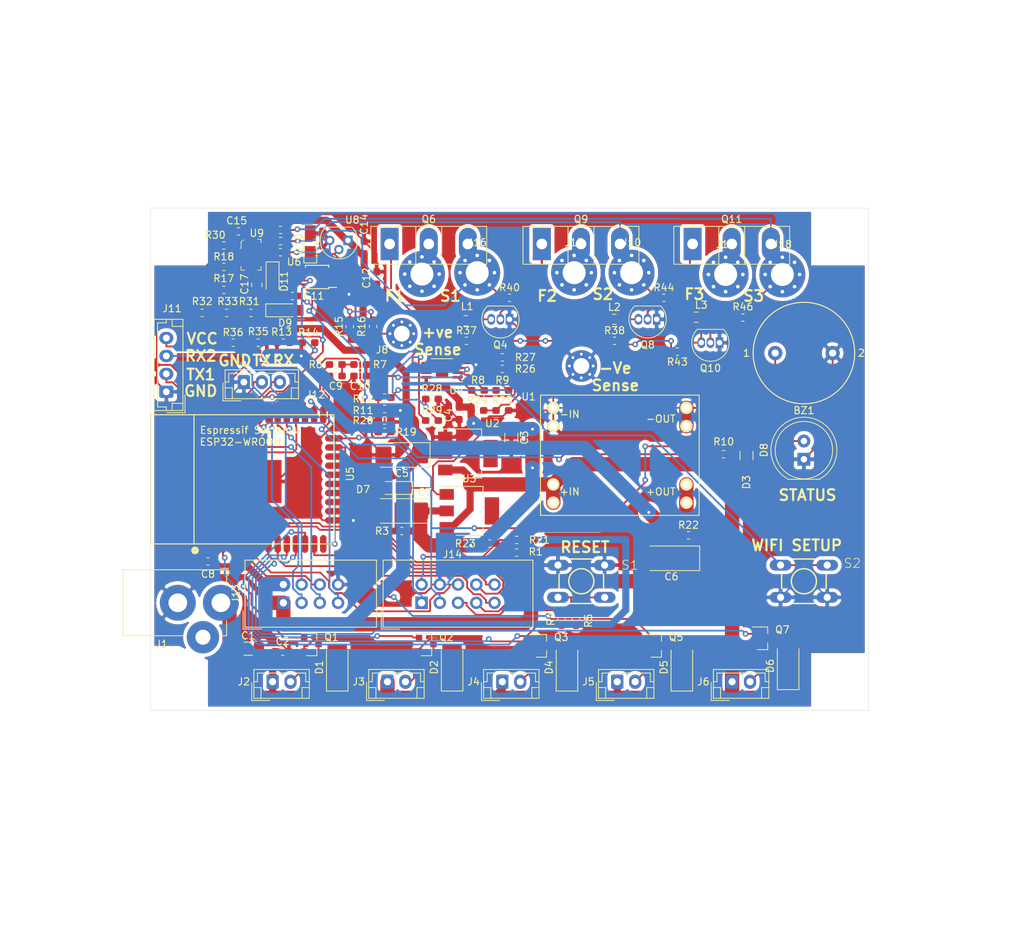
<source format=kicad_pcb>
(kicad_pcb (version 20171130) (host pcbnew 5.1.9-73d0e3b20d~88~ubuntu20.04.1)
  (title_block (title "DC Load Unit") (date 2020-11-06) (rev 1.3))
  (layers (0 F.Cu signal) (31 B.Cu signal) (34 B.Paste user) (35 F.Paste user) (36 B.SilkS user) (37 F.SilkS user) (38 B.Mask user) (39 F.Mask user) (44 Edge.Cuts user))
  (net 0 "")
  (net 1 GND)
  (net 2 12V)
  (net 3 "Net-(C3-Pad1)")
  (net 4 9V7)
  (net 5 5V)
  (net 6 3V3)
  (net 7 "Net-(C9-Pad1)")
  (net 8 "Net-(C10-Pad1)")
  (net 9 "Net-(D1-Pad2)")
  (net 10 "Net-(D2-Pad2)")
  (net 11 "Net-(D3-Pad2)")
  (net 12 "Net-(D4-Pad2)")
  (net 13 "Net-(D5-Pad2)")
  (net 14 "Net-(D6-Pad2)")
  (net 15 TXD)
  (net 16 RXD)
  (net 17 F1)
  (net 18 F2)
  (net 19 F3)
  (net 20 F4)
  (net 21 F5)
  (net 22 "Net-(R4-Pad2)")
  (net 23 "Net-(R5-Pad2)")
  (net 24 "Net-(R6-Pad2)")
  (net 25 "Net-(R8-Pad2)")
  (net 26 "Net-(R12-Pad1)")
  (net 27 "Net-(R13-Pad2)")
  (net 28 "Net-(R14-Pad2)")
  (net 29 "Net-(U5-Pad22)")
  (net 30 "Net-(U5-Pad21)")
  (net 31 "Net-(U5-Pad20)")
  (net 32 "Net-(U5-Pad19)")
  (net 33 "Net-(U5-Pad18)")
  (net 34 "Net-(U5-Pad17)")
  (net 35 "Net-(U6-Pad2)")
  (net 36 "Net-(R18-Pad2)")
  (net 37 "Net-(D9-Pad1)")
  (net 38 "Net-(D10-Pad1)")
  (net 39 TXD2)
  (net 40 RXD2)
  (net 41 MISO)
  (net 42 MOSI)
  (net 43 CLK)
  (net 44 CS)
  (net 45 INT)
  (net 46 SP1)
  (net 47 SP2)
  (net 48 SP3)
  (net 49 SP4)
  (net 50 SP5)
  (net 51 SP6)
  (net 52 SP7)
  (net 53 SP8)
  (net 54 "Net-(R27-Pad2)")
  (net 55 "Net-(R10-Pad2)")
  (net 56 IO0)
  (net 57 "Net-(R17-Pad2)")
  (net 58 "Net-(R24-Pad2)")
  (net 59 "Net-(R26-Pad1)")
  (net 60 "Net-(R28-Pad1)")
  (net 61 "Net-(R31-Pad2)")
  (net 62 "Net-(R22-Pad2)")
  (net 63 "Net-(J11-Pad4)")
  (net 64 "Net-(C11-Pad1)")
  (net 65 "Net-(J14-Pad2)")
  (net 66 "Net-(C17-Pad1)")
  (net 67 /High_Power/+veSense)
  (net 68 "Net-(J9-Pad1)")
  (net 69 /High_Power/Shunt1)
  (net 70 "Net-(J15-Pad1)")
  (net 71 /High_Power/Shunt2)
  (net 72 "Net-(Q4-Pad2)")
  (net 73 "Net-(Q8-Pad2)")
  (net 74 "Net-(R2-Pad1)")
  (net 75 /High_Power/GateDrive)
  (net 76 "Net-(J17-Pad1)")
  (net 77 /High_Power/Shunt3)
  (net 78 "Net-(Q10-Pad2)")
  (net 79 "Net-(L1-Pad1)")
  (net 80 "Net-(L1-Pad2)")
  (net 81 "Net-(L2-Pad2)")
  (net 82 "Net-(L2-Pad1)")
  (net 83 "Net-(L3-Pad1)")
  (net 84 "Net-(L3-Pad2)")
  (module Package_TO_SOT_THT:TO-92_Inline (layer F.Cu) (at 150 76.5 180)
    (fp_text reference Q4 (at 1.27 -3.56) (layer F.SilkS))
    (fp_text value 2N2222)
    (pad 2 thru_hole oval (at 1.27 0 180) (size 1.05 1.5) (drill 0.75) (layers *.Cu *.Mask) (net 72 "Net-(Q4-Pad2)"))
    (pad 3 thru_hole oval (at 2.54 0 180) (size 1.05 1.5) (drill 0.75) (layers *.Cu *.Mask) (net 79 "Net-(L1-Pad1)"))
    (pad 1 thru_hole rect (at 0 0 180) (size 1.05 1.5) (drill 0.75) (layers *.Cu *.Mask) (net 1 GND))
  )
  (module PJA_Modules:mp1584_dc_dc (layer F.Cu) (at 165.364 95.4435)
    (fp_text reference U1 (at -12.702 -8.158 180) (layer F.SilkS))
    (fp_text value DC_DC_MODULE_8_PIN)
    (fp_text user +IN (at -6.985 5.08) (layer F.SilkS))
    (fp_text user -IN (at -6.985 -5.715) (layer F.SilkS))
    (fp_text user -OUT (at 5.715 -5.08) (layer F.SilkS))
    (fp_text user +OUT (at 5.715 5.08) (layer F.SilkS))
    (pad 8 thru_hole circle (at 9.271 6.604) (size 1.7272 1.7272) (drill 1.1) (layers *.Cu *.Mask F.SilkS) (net 62 "Net-(R22-Pad2)"))
    (pad 7 thru_hole circle (at 9.271 4.064) (size 1.7272 1.7272) (drill 1.1) (layers *.Cu *.Mask F.SilkS) (net 62 "Net-(R22-Pad2)"))
    (pad 6 thru_hole circle (at 9.271 -4.064) (size 1.7272 1.7272) (drill 1.1) (layers *.Cu *.Mask F.SilkS) (net 1 GND))
    (pad 5 thru_hole circle (at 9.271 -6.604) (size 1.7272 1.7272) (drill 1.1) (layers *.Cu *.Mask F.SilkS) (net 1 GND))
    (pad 4 thru_hole circle (at -9.271 6.604) (size 1.7272 1.7272) (drill 1.1) (layers *.Cu *.Mask F.SilkS) (net 2 12V))
    (pad 3 thru_hole circle (at -9.271 4.064) (size 1.7272 1.7272) (drill 1.2) (layers *.Cu *.Mask F.SilkS) (net 2 12V))
    (pad 2 thru_hole circle (at -9.271 -4.064) (size 1.7272 1.7272) (drill 1.1) (layers *.Cu *.Mask F.SilkS) (net 1 GND))
    (pad 1 thru_hole circle (at -9.271 -6.604) (size 1.7272 1.7272) (drill 1.1) (layers *.Cu *.Mask F.SilkS) (net 1 GND))
  )
  (module Connector_IDC:IDC-Header_2x04_P2.54mm_Vertical (layer F.Cu) (at 118.5 116 90)
    (fp_text reference J13 (at 1.27 -6.604 90) (layer F.SilkS))
    (fp_text value Conn_02x04_Odd_Even)
    (pad 1 thru_hole rect (at 0 0 90) (size 1.7272 1.7272) (drill 1.016) (layers *.Cu *.Mask) (net 6 3V3))
    (pad 2 thru_hole oval (at 2.54 0 90) (size 1.7272 1.7272) (drill 1.016) (layers *.Cu *.Mask) (net 5 5V))
    (pad 3 thru_hole oval (at 0 2.54 90) (size 1.7272 1.7272) (drill 1.016) (layers *.Cu *.Mask) (net 41 MISO))
    (pad 4 thru_hole oval (at 2.54 2.54 90) (size 1.7272 1.7272) (drill 1.016) (layers *.Cu *.Mask) (net 44 CS))
    (pad 5 thru_hole oval (at 0 5.08 90) (size 1.7272 1.7272) (drill 1.016) (layers *.Cu *.Mask) (net 42 MOSI))
    (pad 6 thru_hole oval (at 2.54 5.08 90) (size 1.7272 1.7272) (drill 1.016) (layers *.Cu *.Mask) (net 45 INT))
    (pad 7 thru_hole oval (at 0 7.62 90) (size 1.7272 1.7272) (drill 1.016) (layers *.Cu *.Mask) (net 43 CLK))
    (pad 8 thru_hole oval (at 2.54 7.62 90) (size 1.7272 1.7272) (drill 1.016) (layers *.Cu *.Mask) (net 1 GND))
  )
  (module Package_TO_SOT_SMD:SOT-23 (layer F.Cu) (at 185.2 120.95)
    (fp_text reference Q7 (at 2.8 -1.2) (layer F.SilkS))
    (fp_text value 2N7002 hide)
    (pad 3 smd rect (at 1 0) (size 0.9 0.8) (layers F.Cu F.Paste F.Mask) (net 14 "Net-(D6-Pad2)"))
    (pad 2 smd rect (at -1 0.95) (size 0.9 0.8) (layers F.Cu F.Paste F.Mask) (net 1 GND))
    (pad 1 smd rect (at -1 -0.95) (size 0.9 0.8) (layers F.Cu F.Paste F.Mask) (net 21 F5))
  )
  (module Package_TO_SOT_SMD:SOT-23 (layer F.Cu) (at 170.4 122)
    (fp_text reference Q5 (at 2.8 -1.2) (layer F.SilkS))
    (fp_text value 2N7002 hide)
    (pad 3 smd rect (at 1 0) (size 0.9 0.8) (layers F.Cu F.Paste F.Mask) (net 13 "Net-(D5-Pad2)"))
    (pad 2 smd rect (at -1 0.95) (size 0.9 0.8) (layers F.Cu F.Paste F.Mask) (net 1 GND))
    (pad 1 smd rect (at -1 -0.95) (size 0.9 0.8) (layers F.Cu F.Paste F.Mask) (net 20 F4))
  )
  (module Package_TO_SOT_SMD:SOT-23 (layer F.Cu) (at 154.4 122)
    (fp_text reference Q3 (at 2.8 -1.2) (layer F.SilkS))
    (fp_text value 2N7002 hide)
    (pad 3 smd rect (at 1 0) (size 0.9 0.8) (layers F.Cu F.Paste F.Mask) (net 12 "Net-(D4-Pad2)"))
    (pad 2 smd rect (at -1 0.95) (size 0.9 0.8) (layers F.Cu F.Paste F.Mask) (net 1 GND))
    (pad 1 smd rect (at -1 -0.95) (size 0.9 0.8) (layers F.Cu F.Paste F.Mask) (net 19 F3))
  )
  (module Package_TO_SOT_SMD:SOT-23 (layer F.Cu) (at 138.4 121.8)
    (fp_text reference Q2 (at 2.8 -1) (layer F.SilkS))
    (fp_text value 2N7002 hide)
    (pad 3 smd rect (at 1 0) (size 0.9 0.8) (layers F.Cu F.Paste F.Mask) (net 10 "Net-(D2-Pad2)"))
    (pad 2 smd rect (at -1 0.95) (size 0.9 0.8) (layers F.Cu F.Paste F.Mask) (net 1 GND))
    (pad 1 smd rect (at -1 -0.95) (size 0.9 0.8) (layers F.Cu F.Paste F.Mask) (net 18 F2))
  )
  (module Package_TO_SOT_SMD:SOT-23 (layer F.Cu) (at 122.4 121.8)
    (fp_text reference Q1 (at 2.8 -1) (layer F.SilkS))
    (fp_text value 2N7002 hide)
    (pad 3 smd rect (at 1 0) (size 0.9 0.8) (layers F.Cu F.Paste F.Mask) (net 9 "Net-(D1-Pad2)"))
    (pad 2 smd rect (at -1 0.95) (size 0.9 0.8) (layers F.Cu F.Paste F.Mask) (net 1 GND))
    (pad 1 smd rect (at -1 -0.95) (size 0.9 0.8) (layers F.Cu F.Paste F.Mask) (net 17 F1))
  )
  (module Connector_JST:JST_EH_B2B-EH-A_1x02_P2.50mm_Vertical (layer F.Cu) (at 149 127)
    (fp_text reference J4 (at -4 0) (layer F.SilkS))
    (fp_text value Conn_01x02_Female hide)
    (pad 2 thru_hole oval (at 2.5 0) (size 1.7 2) (drill 1) (layers *.Cu *.Mask) (net 12 "Net-(D4-Pad2)"))
    (pad 1 thru_hole roundrect (at 0 0) (size 1.7 2) (drill 1) (layers *.Cu *.Mask) (roundrect_rratio 0.1470588235294118) (net 2 12V))
  )
  (module Resistor_SMD:R_0603_1608Metric_Pad1.05x0.95mm_HandSolder (layer F.Cu) (at 157.25 118.25 270)
    (fp_text reference R4 (at 0 1.5 90) (layer F.SilkS))
    (fp_text value 12k hide)
    (pad 2 smd roundrect (at 0.875 0 270) (size 1.05 0.95) (layers F.Cu F.Paste F.Mask) (net 22 "Net-(R4-Pad2)"))
    (pad 1 smd roundrect (at -0.875 0 270) (size 1.05 0.95) (layers F.Cu F.Paste F.Mask) (net 6 3V3))
  )
  (module esp32:ESP32-WROOM (layer F.Cu) (at 112.8 98.8 270)
    (fp_text reference U5 (at -0.75 -15 270) (layer F.SilkS))
    (fp_text value ESP32-WROOM)
    (fp_text user ESP32-WROOM (at -5.207 0.254) (layer F.SilkS))
    (fp_text user "Espressif Systems" (at -6.858 -0.889) (layer F.SilkS))
    (pad 39 smd rect (at 0.3 -2.45 270) (size 6 6) (layers F.Cu F.Paste F.Mask) (net 1 GND))
    (pad 1 smd oval (at 9 5.25 270) (size 2.5 0.9) (layers F.Cu F.Paste F.Mask) (net 1 GND))
    (pad 2 smd oval (at 9 3.98 270) (size 2.5 0.9) (layers F.Cu F.Paste F.Mask) (net 6 3V3))
    (pad 3 smd oval (at 9 2.71 270) (size 2.5 0.9) (layers F.Cu F.Paste F.Mask) (net 22 "Net-(R4-Pad2)"))
    (pad 4 smd oval (at 9 1.44 270) (size 2.5 0.9) (layers F.Cu F.Paste F.Mask) (net 45 INT))
    (pad 5 smd oval (at 9 0.17 270) (size 2.5 0.9) (layers F.Cu F.Paste F.Mask) (net 53 SP8))
    (pad 6 smd oval (at 9 -1.1 270) (size 2.5 0.9) (layers F.Cu F.Paste F.Mask) (net 52 SP7))
    (pad 7 smd oval (at 9 -2.37 270) (size 2.5 0.9) (layers F.Cu F.Paste F.Mask) (net 51 SP6))
    (pad 8 smd oval (at 9 -3.64 270) (size 2.5 0.9) (layers F.Cu F.Paste F.Mask) (net 21 F5))
    (pad 9 smd oval (at 9 -4.91 270) (size 2.5 0.9) (layers F.Cu F.Paste F.Mask) (net 20 F4))
    (pad 10 smd oval (at 9 -6.18 270) (size 2.5 0.9) (layers F.Cu F.Paste F.Mask) (net 19 F3))
    (pad 11 smd oval (at 9 -7.45 270) (size 2.5 0.9) (layers F.Cu F.Paste F.Mask) (net 18 F2))
    (pad 12 smd oval (at 9 -8.72 270) (size 2.5 0.9) (layers F.Cu F.Paste F.Mask) (net 17 F1))
    (pad 13 smd oval (at 9 -9.99 270) (size 2.5 0.9) (layers F.Cu F.Paste F.Mask) (net 50 SP5))
    (pad 14 smd oval (at 9 -11.26 270) (size 2.5 0.9) (layers F.Cu F.Paste F.Mask) (net 24 "Net-(R6-Pad2)"))
    (pad 15 smd oval (at 5.715 -12.75 270) (size 0.9 2.5) (layers F.Cu F.Paste F.Mask) (net 1 GND))
    (pad 16 smd oval (at 4.445 -12.75 270) (size 0.9 2.5) (layers F.Cu F.Paste F.Mask) (net 49 SP4))
    (pad 17 smd oval (at 3.175 -12.75 270) (size 0.9 2.5) (layers F.Cu F.Paste F.Mask) (net 34 "Net-(U5-Pad17)"))
    (pad 18 smd oval (at 1.905 -12.75 270) (size 0.9 2.5) (layers F.Cu F.Paste F.Mask) (net 33 "Net-(U5-Pad18)"))
    (pad 19 smd oval (at 0.635 -12.75 270) (size 0.9 2.5) (layers F.Cu F.Paste F.Mask) (net 32 "Net-(U5-Pad19)"))
    (pad 20 smd oval (at -0.635 -12.75 270) (size 0.9 2.5) (layers F.Cu F.Paste F.Mask) (net 31 "Net-(U5-Pad20)"))
    (pad 21 smd oval (at -1.905 -12.75 270) (size 0.9 2.5) (layers F.Cu F.Paste F.Mask) (net 30 "Net-(U5-Pad21)"))
    (pad 22 smd oval (at -3.175 -12.75 270) (size 0.9 2.5) (layers F.Cu F.Paste F.Mask) (net 29 "Net-(U5-Pad22)"))
    (pad 23 smd oval (at -4.445 -12.75 270) (size 0.9 2.5) (layers F.Cu F.Paste F.Mask) (net 48 SP3))
    (pad 24 smd oval (at -5.715 -12.75 270) (size 0.9 2.5) (layers F.Cu F.Paste F.Mask) (net 55 "Net-(R10-Pad2)"))
    (pad 25 smd oval (at -9 -11.26 270) (size 2.5 0.9) (layers F.Cu F.Paste F.Mask) (net 56 IO0))
    (pad 26 smd oval (at -9 -9.99 270) (size 2.5 0.9) (layers F.Cu F.Paste F.Mask) (net 47 SP2))
    (pad 27 smd oval (at -9 -8.72 270) (size 2.5 0.9) (layers F.Cu F.Paste F.Mask) (net 40 RXD2))
    (pad 28 smd oval (at -9 -7.45 270) (size 2.5 0.9) (layers F.Cu F.Paste F.Mask) (net 39 TXD2))
    (pad 29 smd oval (at -9 -6.18 270) (size 2.5 0.9) (layers F.Cu F.Paste F.Mask) (net 44 CS))
    (pad 30 smd oval (at -9 -4.91 270) (size 2.5 0.9) (layers F.Cu F.Paste F.Mask) (net 43 CLK))
    (pad 31 smd oval (at -9 -3.64 270) (size 2.5 0.9) (layers F.Cu F.Paste F.Mask) (net 41 MISO))
    (pad 32 smd oval (at -9 -2.37 270) (size 2.5 0.9) (layers F.Cu F.Paste F.Mask) (net 46 SP1))
    (pad 33 smd oval (at -9 -1.1 270) (size 2.5 0.9) (layers F.Cu F.Paste F.Mask) (net 27 "Net-(R13-Pad2)"))
    (pad 34 smd oval (at -9 0.17 270) (size 2.5 0.9) (layers F.Cu F.Paste F.Mask) (net 16 RXD))
    (pad 35 smd oval (at -9 1.44 270) (size 2.5 0.9) (layers F.Cu F.Paste F.Mask) (net 15 TXD))
    (pad 36 smd oval (at -9 2.71 270) (size 2.5 0.9) (layers F.Cu F.Paste F.Mask) (net 28 "Net-(R14-Pad2)"))
    (pad 37 smd oval (at -9 3.98 270) (size 2.5 0.9) (layers F.Cu F.Paste F.Mask) (net 42 MOSI))
    (pad 38 smd oval (at -9 5.25 270) (size 2.5 0.9) (layers F.Cu F.Paste F.Mask) (net 1 GND))
  )
  (module Capacitor_SMD:C_1206_3216Metric_Pad1.42x1.75mm_HandSolder (layer F.Cu) (at 113.6 122.4)
    (fp_text reference C1 (at 0 -1.82) (layer F.SilkS))
    (fp_text value "10uf 25v" hide)
    (pad 2 smd roundrect (at 1.4875 0) (size 1.425 1.75) (layers F.Cu F.Paste F.Mask) (roundrect_rratio 0.1754385964912281) (net 1 GND))
    (pad 1 smd roundrect (at -1.4875 0) (size 1.425 1.75) (layers F.Cu F.Paste F.Mask) (roundrect_rratio 0.1754385964912281) (net 2 12V))
  )
  (module Capacitor_SMD:C_0603_1608Metric_Pad1.05x0.95mm_HandSolder (layer F.Cu) (at 118.4 122.8)
    (fp_text reference C2 (at 0 -1.43) (layer F.SilkS))
    (fp_text value 0.1uf hide)
    (pad 2 smd roundrect (at 0.875 0) (size 1.05 0.95) (layers F.Cu F.Paste F.Mask) (net 1 GND))
    (pad 1 smd roundrect (at -0.875 0) (size 1.05 0.95) (layers F.Cu F.Paste F.Mask) (net 2 12V))
  )
  (module Capacitor_SMD:C_1206_3216Metric_Pad1.42x1.75mm_HandSolder (layer F.Cu) (at 150.25 92.9875 270)
    (fp_text reference C3 (at 0 -1.82 90) (layer F.SilkS))
    (fp_text value 10uf hide)
    (pad 2 smd roundrect (at 1.4875 0 270) (size 1.425 1.75) (layers F.Cu F.Paste F.Mask) (roundrect_rratio 0.1754385964912281) (net 1 GND))
    (pad 1 smd roundrect (at -1.4875 0 270) (size 1.425 1.75) (layers F.Cu F.Paste F.Mask) (roundrect_rratio 0.1754385964912281) (net 3 "Net-(C3-Pad1)"))
  )
  (module Capacitor_SMD:C_0603_1608Metric_Pad1.05x0.95mm_HandSolder (layer F.Cu) (at 143 89.6 270)
    (fp_text reference C4 (at 0.25 1.5 90) (layer F.SilkS))
    (fp_text value 0.1uf hide)
    (pad 2 smd roundrect (at 0.875 0 270) (size 1.05 0.95) (layers F.Cu F.Paste F.Mask) (net 1 GND))
    (pad 1 smd roundrect (at -0.875 0 270) (size 1.05 0.95) (layers F.Cu F.Paste F.Mask) (net 4 9V7))
  )
  (module Capacitor_SMD:C_0603_1608Metric_Pad1.05x0.95mm_HandSolder (layer F.Cu) (at 108 110.25 180)
    (fp_text reference C8 (at 0 -1.75) (layer F.SilkS))
    (fp_text value 0.1uf hide)
    (pad 2 smd roundrect (at 0.875 0 180) (size 1.05 0.95) (layers F.Cu F.Paste F.Mask) (net 1 GND))
    (pad 1 smd roundrect (at -0.875 0 180) (size 1.05 0.95) (layers F.Cu F.Paste F.Mask) (net 6 3V3))
  )
  (module Capacitor_SMD:C_0603_1608Metric_Pad1.05x0.95mm_HandSolder (layer F.Cu) (at 125.8 84.4 180)
    (fp_text reference C9 (at 0 -1.4) (layer F.SilkS))
    (fp_text value 4.7nf hide)
    (pad 2 smd roundrect (at 0.875 0 180) (size 1.05 0.95) (layers F.Cu F.Paste F.Mask) (net 1 GND))
    (pad 1 smd roundrect (at -0.875 0 180) (size 1.05 0.95) (layers F.Cu F.Paste F.Mask) (net 7 "Net-(C9-Pad1)"))
  )
  (module Capacitor_SMD:C_0603_1608Metric_Pad1.05x0.95mm_HandSolder (layer F.Cu) (at 129.2 84.4 180)
    (fp_text reference C10 (at 0 -1.43) (layer F.SilkS))
    (fp_text value 8.2nf hide)
    (pad 2 smd roundrect (at 0.875 0 180) (size 1.05 0.95) (layers F.Cu F.Paste F.Mask) (net 1 GND))
    (pad 1 smd roundrect (at -0.875 0 180) (size 1.05 0.95) (layers F.Cu F.Paste F.Mask) (net 8 "Net-(C10-Pad1)"))
  )
  (module Capacitor_SMD:C_0603_1608Metric_Pad1.05x0.95mm_HandSolder (layer F.Cu) (at 119.75 73.25 180)
    (fp_text reference C11 (at -3 0) (layer F.SilkS))
    (fp_text value .1uf hide)
    (pad 2 smd roundrect (at 0.875 0 180) (size 1.05 0.95) (layers F.Cu F.Paste F.Mask) (net 1 GND))
    (pad 1 smd roundrect (at -0.875 0 180) (size 1.05 0.95) (layers F.Cu F.Paste F.Mask) (net 64 "Net-(C11-Pad1)"))
  )
  (module Capacitor_SMD:C_0603_1608Metric_Pad1.05x0.95mm_HandSolder (layer F.Cu) (at 131.5 70.75 90)
    (fp_text reference C12 (at 0 -1.43 90) (layer F.SilkS))
    (fp_text value .1uf hide)
    (pad 2 smd roundrect (at 0.875 0 90) (size 1.05 0.95) (layers F.Cu F.Paste F.Mask) (net 1 GND))
    (pad 1 smd roundrect (at -0.875 0 90) (size 1.05 0.95) (layers F.Cu F.Paste F.Mask) (net 5 5V))
  )
  (module Capacitor_SMD:C_0603_1608Metric_Pad1.05x0.95mm_HandSolder (layer F.Cu) (at 129.75 66.5 90)
    (fp_text reference C14 (at 3.25 0 90) (layer F.SilkS))
    (fp_text value .1uf hide)
    (pad 2 smd roundrect (at 0.875 0 90) (size 1.05 0.95) (layers F.Cu F.Paste F.Mask) (net 1 GND))
    (pad 1 smd roundrect (at -0.875 0 90) (size 1.05 0.95) (layers F.Cu F.Paste F.Mask) (net 5 5V))
  )
  (module Diode_SMD:D_MELF (layer F.Cu) (at 126 125 90)
    (fp_text reference D1 (at 0 -2.5 90) (layer F.SilkS))
    (fp_text value 1N4004 hide)
    (pad 2 smd rect (at 2.4 0 90) (size 1.5 2.7) (layers F.Cu F.Paste F.Mask) (net 9 "Net-(D1-Pad2)"))
    (pad 1 smd rect (at -2.4 0 90) (size 1.5 2.7) (layers F.Cu F.Paste F.Mask) (net 2 12V))
  )
  (module Diode_SMD:D_MELF (layer F.Cu) (at 142 125 90)
    (fp_text reference D2 (at 0 -2.5 90) (layer F.SilkS))
    (fp_text value 1N4004 hide)
    (pad 2 smd rect (at 2.4 0 90) (size 1.5 2.7) (layers F.Cu F.Paste F.Mask) (net 10 "Net-(D2-Pad2)"))
    (pad 1 smd rect (at -2.4 0 90) (size 1.5 2.7) (layers F.Cu F.Paste F.Mask) (net 2 12V))
  )
  (module Capacitor_SMD:C_1206_3216Metric_Pad1.42x1.75mm_HandSolder (layer F.Cu) (at 183 95.4875 90)
    (fp_text reference D3 (at -3.7125 0 90) (layer F.SilkS))
    (fp_text value LED hide)
    (pad 2 smd roundrect (at 1.4875 0 90) (size 1.425 1.75) (layers F.Cu F.Paste F.Mask) (roundrect_rratio 0.1754385964912281) (net 11 "Net-(D3-Pad2)"))
    (pad 1 smd roundrect (at -1.4875 0 90) (size 1.425 1.75) (layers F.Cu F.Paste F.Mask) (roundrect_rratio 0.1754385964912281) (net 1 GND))
  )
  (module Diode_SMD:D_MELF (layer F.Cu) (at 158 125 90)
    (fp_text reference D4 (at 0 -2.5 90) (layer F.SilkS))
    (fp_text value 1N4004 hide)
    (pad 2 smd rect (at 2.4 0 90) (size 1.5 2.7) (layers F.Cu F.Paste F.Mask) (net 12 "Net-(D4-Pad2)"))
    (pad 1 smd rect (at -2.4 0 90) (size 1.5 2.7) (layers F.Cu F.Paste F.Mask) (net 2 12V))
  )
  (module Diode_SMD:D_MELF (layer F.Cu) (at 174 125 90)
    (fp_text reference D5 (at 0 -2.5 90) (layer F.SilkS))
    (fp_text value 1N4004 hide)
    (pad 2 smd rect (at 2.4 0 90) (size 1.5 2.7) (layers F.Cu F.Paste F.Mask) (net 13 "Net-(D5-Pad2)"))
    (pad 1 smd rect (at -2.4 0 90) (size 1.5 2.7) (layers F.Cu F.Paste F.Mask) (net 2 12V))
  )
  (module Diode_SMD:D_MELF (layer F.Cu) (at 188.8 124.8 90)
    (fp_text reference D6 (at 0 -2.5 90) (layer F.SilkS))
    (fp_text value 1N4004 hide)
    (pad 2 smd rect (at 2.4 0 90) (size 1.5 2.7) (layers F.Cu F.Paste F.Mask) (net 14 "Net-(D6-Pad2)"))
    (pad 1 smd rect (at -2.4 0 90) (size 1.5 2.7) (layers F.Cu F.Paste F.Mask) (net 2 12V))
  )
  (module LED_THT:LED_D8.0mm (layer F.Cu) (at 191 96 90)
    (fp_text reference D8 (at 1.27 -5.56 90) (layer F.SilkS))
    (fp_text value LED hide)
    (pad 2 thru_hole circle (at 2.54 0 90) (size 1.8 1.8) (drill 0.9) (layers *.Cu *.Mask) (net 11 "Net-(D3-Pad2)"))
    (pad 1 thru_hole rect (at 0 0 90) (size 1.8 1.8) (drill 0.9) (layers *.Cu *.Mask) (net 1 GND))
  )
  (module Connector_JST:JST_EH_B2B-EH-A_1x02_P2.50mm_Vertical (layer F.Cu) (at 117 127)
    (fp_text reference J2 (at -4 0) (layer F.SilkS))
    (fp_text value Conn_01x02_Female hide)
    (pad 2 thru_hole oval (at 2.5 0) (size 1.7 2) (drill 1) (layers *.Cu *.Mask) (net 9 "Net-(D1-Pad2)"))
    (pad 1 thru_hole roundrect (at 0 0) (size 1.7 2) (drill 1) (layers *.Cu *.Mask) (roundrect_rratio 0.1470588235294118) (net 2 12V))
  )
  (module Connector_JST:JST_EH_B2B-EH-A_1x02_P2.50mm_Vertical (layer F.Cu) (at 133 127)
    (fp_text reference J3 (at -4 0) (layer F.SilkS))
    (fp_text value Conn_01x02_Female hide)
    (pad 2 thru_hole oval (at 2.5 0) (size 1.7 2) (drill 1) (layers *.Cu *.Mask) (net 10 "Net-(D2-Pad2)"))
    (pad 1 thru_hole roundrect (at 0 0) (size 1.7 2) (drill 1) (layers *.Cu *.Mask) (roundrect_rratio 0.1470588235294118) (net 2 12V))
  )
  (module Connector_JST:JST_EH_B2B-EH-A_1x02_P2.50mm_Vertical (layer F.Cu) (at 165 127)
    (fp_text reference J5 (at -4 0) (layer F.SilkS))
    (fp_text value Conn_01x02_Female hide)
    (pad 2 thru_hole oval (at 2.5 0) (size 1.7 2) (drill 1) (layers *.Cu *.Mask) (net 13 "Net-(D5-Pad2)"))
    (pad 1 thru_hole roundrect (at 0 0) (size 1.7 2) (drill 1) (layers *.Cu *.Mask) (roundrect_rratio 0.1470588235294118) (net 2 12V))
  )
  (module Connector_JST:JST_EH_B2B-EH-A_1x02_P2.50mm_Vertical (layer F.Cu) (at 181 127)
    (fp_text reference J6 (at -4 0) (layer F.SilkS))
    (fp_text value Conn_01x02_Female hide)
    (pad 2 thru_hole oval (at 2.5 0) (size 1.7 2) (drill 1) (layers *.Cu *.Mask) (net 14 "Net-(D6-Pad2)"))
    (pad 1 thru_hole roundrect (at 0 0) (size 1.7 2) (drill 1) (layers *.Cu *.Mask) (roundrect_rratio 0.1470588235294118) (net 2 12V))
  )
  (module Package_TO_SOT_THT:TO-247-3_Vertical (layer F.Cu) (at 133.3 66)
    (fp_text reference Q6 (at 5.45 -3.45) (layer F.SilkS))
    (fp_text value IXFH80N25X3 hide)
    (pad 3 thru_hole oval (at 10.9 0) (size 2.5 4.5) (drill 1.5) (layers *.Cu *.Mask) (net 69 /High_Power/Shunt1))
    (pad 2 thru_hole oval (at 5.45 0) (size 2.5 4.5) (drill 1.5) (layers *.Cu *.Mask) (net 68 "Net-(J9-Pad1)"))
    (pad 1 thru_hole rect (at 0 0) (size 2.5 4.5) (drill 1.5) (layers *.Cu *.Mask) (net 80 "Net-(L1-Pad2)"))
  )
  (module Resistor_SMD:R_0603_1608Metric_Pad1.05x0.95mm_HandSolder (layer F.Cu) (at 151 109 180)
    (fp_text reference R1 (at -2.65 0.1) (layer F.SilkS))
    (fp_text value R0 hide)
    (pad 2 smd roundrect (at 0.875 0 180) (size 1.05 0.95) (layers F.Cu F.Paste F.Mask) (net 65 "Net-(J14-Pad2)"))
    (pad 1 smd roundrect (at -0.875 0 180) (size 1.05 0.95) (layers F.Cu F.Paste F.Mask) (net 6 3V3))
  )
  (module Resistor_SMD:R_0603_1608Metric_Pad1.05x0.95mm_HandSolder (layer F.Cu) (at 135 106)
    (fp_text reference R3 (at -2.75 0) (layer F.SilkS))
    (fp_text value 470R hide)
    (pad 2 smd roundrect (at 0.875 0) (size 1.05 0.95) (layers F.Cu F.Paste F.Mask) (net 4 9V7))
    (pad 1 smd roundrect (at -0.875 0) (size 1.05 0.95) (layers F.Cu F.Paste F.Mask) (net 3 "Net-(C3-Pad1)"))
  )
  (module Resistor_SMD:R_0603_1608Metric_Pad1.05x0.95mm_HandSolder (layer F.Cu) (at 159.25 118.25 90)
    (fp_text reference R5 (at -0.25 1.75 90) (layer F.SilkS))
    (fp_text value 470R hide)
    (pad 2 smd roundrect (at 0.875 0 90) (size 1.05 0.95) (layers F.Cu F.Paste F.Mask) (net 23 "Net-(R5-Pad2)"))
    (pad 1 smd roundrect (at -0.875 0 90) (size 1.05 0.95) (layers F.Cu F.Paste F.Mask) (net 22 "Net-(R4-Pad2)"))
  )
  (module Resistor_SMD:R_0603_1608Metric_Pad1.05x0.95mm_HandSolder (layer F.Cu) (at 125.8 82.8 180)
    (fp_text reference R6 (at 2.8 0) (layer F.SilkS))
    (fp_text value 10k hide)
    (pad 2 smd roundrect (at 0.875 0 180) (size 1.05 0.95) (layers F.Cu F.Paste F.Mask) (net 24 "Net-(R6-Pad2)"))
    (pad 1 smd roundrect (at -0.875 0 180) (size 1.05 0.95) (layers F.Cu F.Paste F.Mask) (net 7 "Net-(C9-Pad1)"))
  )
  (module Resistor_SMD:R_0603_1608Metric_Pad1.05x0.95mm_HandSolder (layer F.Cu) (at 129.2 82.8 180)
    (fp_text reference R7 (at -2.75 0) (layer F.SilkS))
    (fp_text value 10k hide)
    (pad 2 smd roundrect (at 0.875 0 180) (size 1.05 0.95) (layers F.Cu F.Paste F.Mask) (net 7 "Net-(C9-Pad1)"))
    (pad 1 smd roundrect (at -0.875 0 180) (size 1.05 0.95) (layers F.Cu F.Paste F.Mask) (net 8 "Net-(C10-Pad1)"))
  )
  (module Resistor_SMD:R_0603_1608Metric_Pad1.05x0.95mm_HandSolder (layer F.Cu) (at 145.6 86.4)
    (fp_text reference R8 (at 0 -1.43) (layer F.SilkS))
    (fp_text value 2.2k hide)
    (pad 2 smd roundrect (at 0.875 0) (size 1.05 0.95) (layers F.Cu F.Paste F.Mask) (net 25 "Net-(R8-Pad2)"))
    (pad 1 smd roundrect (at -0.875 0) (size 1.05 0.95) (layers F.Cu F.Paste F.Mask) (net 54 "Net-(R27-Pad2)"))
  )
  (module Resistor_SMD:R_0603_1608Metric_Pad1.05x0.95mm_HandSolder (layer F.Cu) (at 149 86.4)
    (fp_text reference R9 (at 0 -1.43) (layer F.SilkS))
    (fp_text value 10k hide)
    (pad 2 smd roundrect (at 0.875 0) (size 1.05 0.95) (layers F.Cu F.Paste F.Mask) (net 1 GND))
    (pad 1 smd roundrect (at -0.875 0) (size 1.05 0.95) (layers F.Cu F.Paste F.Mask) (net 25 "Net-(R8-Pad2)"))
  )
  (module Resistor_SMD:R_0603_1608Metric_Pad1.05x0.95mm_HandSolder (layer F.Cu) (at 179.825 95.3 180)
    (fp_text reference R10 (at 0 1.75) (layer F.SilkS))
    (fp_text value 681R hide)
    (pad 2 smd roundrect (at 0.875 0 180) (size 1.05 0.95) (layers F.Cu F.Paste F.Mask) (net 55 "Net-(R10-Pad2)"))
    (pad 1 smd roundrect (at -0.875 0 180) (size 1.05 0.95) (layers F.Cu F.Paste F.Mask) (net 11 "Net-(D3-Pad2)"))
  )
  (module Resistor_SMD:R_0603_1608Metric_Pad1.05x0.95mm_HandSolder (layer F.Cu) (at 132.6 89)
    (fp_text reference R11 (at -3 0.2) (layer F.SilkS))
    (fp_text value 12K hide)
    (pad 2 smd roundrect (at 0.875 0) (size 1.05 0.95) (layers F.Cu F.Paste F.Mask) (net 6 3V3))
    (pad 1 smd roundrect (at -0.875 0) (size 1.05 0.95) (layers F.Cu F.Paste F.Mask) (net 56 IO0))
  )
  (module Resistor_SMD:R_0603_1608Metric_Pad1.05x0.95mm_HandSolder (layer F.Cu) (at 132.6 87.4 180)
    (fp_text reference R12 (at 3 -0.2) (layer F.SilkS))
    (fp_text value 470R hide)
    (pad 2 smd roundrect (at 0.875 0 180) (size 1.05 0.95) (layers F.Cu F.Paste F.Mask) (net 56 IO0))
    (pad 1 smd roundrect (at -0.875 0 180) (size 1.05 0.95) (layers F.Cu F.Paste F.Mask) (net 26 "Net-(R12-Pad1)"))
  )
  (module Resistor_SMD:R_0603_1608Metric_Pad1.05x0.95mm_HandSolder (layer F.Cu) (at 118.5 79.75)
    (fp_text reference R13 (at -0.25 -1.5) (layer F.SilkS))
    (fp_text value 4k7 hide)
    (pad 2 smd roundrect (at 0.875 0) (size 1.05 0.95) (layers F.Cu F.Paste F.Mask) (net 27 "Net-(R13-Pad2)"))
    (pad 1 smd roundrect (at -0.875 0) (size 1.05 0.95) (layers F.Cu F.Paste F.Mask) (net 6 3V3))
  )
  (module Resistor_SMD:R_0603_1608Metric_Pad1.05x0.95mm_HandSolder (layer F.Cu) (at 122 79.75)
    (fp_text reference R14 (at 0 -1.43) (layer F.SilkS))
    (fp_text value 4k7 hide)
    (pad 2 smd roundrect (at 0.875 0) (size 1.05 0.95) (layers F.Cu F.Paste F.Mask) (net 28 "Net-(R14-Pad2)"))
    (pad 1 smd roundrect (at -0.875 0) (size 1.05 0.95) (layers F.Cu F.Paste F.Mask) (net 6 3V3))
  )
  (module Resistor_SMD:R_0603_1608Metric_Pad1.05x0.95mm_HandSolder (layer F.Cu) (at 127.75 77.5 270)
    (fp_text reference R15 (at 0 1.5 90) (layer F.SilkS))
    (fp_text value 470R hide)
    (pad 2 smd roundrect (at 0.875 0 270) (size 1.05 0.95) (layers F.Cu F.Paste F.Mask) (net 1 GND))
    (pad 1 smd roundrect (at -0.875 0 270) (size 1.05 0.95) (layers F.Cu F.Paste F.Mask) (net 66 "Net-(C17-Pad1)"))
  )
  (module Resistor_SMD:R_0603_1608Metric_Pad1.05x0.95mm_HandSolder (layer F.Cu) (at 131 77.5 270)
    (fp_text reference R16 (at 0 1.6 90) (layer F.SilkS))
    (fp_text value 33k hide)
    (pad 2 smd roundrect (at 0.875 0 270) (size 1.05 0.95) (layers F.Cu F.Paste F.Mask) (net 67 /High_Power/+veSense))
    (pad 1 smd roundrect (at -0.875 0 270) (size 1.05 0.95) (layers F.Cu F.Paste F.Mask) (net 66 "Net-(C17-Pad1)"))
  )
  (module switch-tact:switch-tact-DTS-6 (layer F.Cu) (at 160 113)
    (fp_text reference S1 (at 6.75 -2.25) (layer F.SilkS) (effects (font (size 1.27 1.27) (thickness 0.1016))))
    (fp_text value DTS-6 hide)
    (pad 4 thru_hole oval (at 3.24866 2.2479 90) (size 1.50622 3.01498) (drill 0.99822) (layers *.Cu *.Paste *.Mask) (net 23 "Net-(R5-Pad2)"))
    (pad 3 thru_hole oval (at -3.24866 2.2479 90) (size 1.50622 3.01498) (drill 0.99822) (layers *.Cu *.Paste *.Mask) (net 23 "Net-(R5-Pad2)"))
    (pad 2 thru_hole oval (at 3.24866 -2.2479 90) (size 1.50622 3.01498) (drill 0.99822) (layers *.Cu *.Paste *.Mask) (net 1 GND))
    (pad 1 thru_hole oval (at -3.24866 -2.2479 90) (size 1.50622 3.01498) (drill 0.99822) (layers *.Cu *.Paste *.Mask) (net 1 GND))
  )
  (module switch-tact:switch-tact-DTS-6 (layer F.Cu) (at 191 113 180)
    (fp_text reference S2 (at -6.75 2.5) (layer F.SilkS) (effects (font (size 1.27 1.27) (thickness 0.1016))))
    (fp_text value DTS-6 hide)
    (pad 4 thru_hole oval (at 3.24866 2.2479 270) (size 1.50622 3.01498) (drill 0.99822) (layers *.Cu *.Paste *.Mask) (net 26 "Net-(R12-Pad1)"))
    (pad 3 thru_hole oval (at -3.24866 2.2479 270) (size 1.50622 3.01498) (drill 0.99822) (layers *.Cu *.Paste *.Mask) (net 26 "Net-(R12-Pad1)"))
    (pad 2 thru_hole oval (at 3.24866 -2.2479 270) (size 1.50622 3.01498) (drill 0.99822) (layers *.Cu *.Paste *.Mask) (net 1 GND))
    (pad 1 thru_hole oval (at -3.24866 -2.2479 270) (size 1.50622 3.01498) (drill 0.99822) (layers *.Cu *.Paste *.Mask) (net 1 GND))
  )
  (module Package_TO_SOT_SMD:SOT-223 (layer F.Cu) (at 144.2 95.2)
    (fp_text reference U2 (at 3.4 -4.2) (layer F.SilkS))
    (fp_text value LM1117-5V hide)
    (pad 1 smd rect (at -3.15 -2.3) (size 2 1.5) (layers F.Cu F.Paste F.Mask) (net 1 GND))
    (pad 3 smd rect (at -3.15 2.3) (size 2 1.5) (layers F.Cu F.Paste F.Mask) (net 2 12V))
    (pad 2 smd rect (at -3.15 0) (size 2 1.5) (layers F.Cu F.Paste F.Mask) (net 5 5V))
    (pad 4 smd rect (at 3.15 0) (size 2 3.8) (layers F.Cu F.Paste F.Mask))
  )
  (module Package_TO_SOT_SMD:SOT-223 (layer F.Cu) (at 144.4 103.2)
    (fp_text reference U3 (at 0 -4.5) (layer F.SilkS))
    (fp_text value LM1117-5V hide)
    (pad 1 smd rect (at -3.15 -2.3) (size 2 1.5) (layers F.Cu F.Paste F.Mask) (net 3 "Net-(C3-Pad1)"))
    (pad 3 smd rect (at -3.15 2.3) (size 2 1.5) (layers F.Cu F.Paste F.Mask) (net 2 12V))
    (pad 2 smd rect (at -3.15 0) (size 2 1.5) (layers F.Cu F.Paste F.Mask) (net 4 9V7))
    (pad 4 smd rect (at 3.15 0) (size 2 3.8) (layers F.Cu F.Paste F.Mask))
  )
  (module Package_SO:TSSOP-10_3x3mm_P0.5mm (layer F.Cu) (at 123.2 70.6 180)
    (fp_text reference U6 (at 3.2 2.1) (layer F.SilkS))
    (fp_text value ADS1115IDGS hide)
    (pad 10 smd rect (at 2.15 -1 180) (size 1.1 0.25) (layers F.Cu F.Paste F.Mask) (net 27 "Net-(R13-Pad2)"))
    (pad 9 smd rect (at 2.15 -0.5 180) (size 1.1 0.25) (layers F.Cu F.Paste F.Mask) (net 28 "Net-(R14-Pad2)"))
    (pad 8 smd rect (at 2.15 0 180) (size 1.1 0.25) (layers F.Cu F.Paste F.Mask) (net 64 "Net-(C11-Pad1)"))
    (pad 7 smd rect (at 2.15 0.5 180) (size 1.1 0.25) (layers F.Cu F.Paste F.Mask) (net 1 GND))
    (pad 6 smd rect (at 2.15 1 180) (size 1.1 0.25) (layers F.Cu F.Paste F.Mask) (net 66 "Net-(C17-Pad1)"))
    (pad 5 smd rect (at -2.15 1 180) (size 1.1 0.25) (layers F.Cu F.Paste F.Mask) (net 37 "Net-(D9-Pad1)"))
    (pad 4 smd rect (at -2.15 0.5 180) (size 1.1 0.25) (layers F.Cu F.Paste F.Mask) (net 38 "Net-(D10-Pad1)"))
    (pad 3 smd rect (at -2.15 0 180) (size 1.1 0.25) (layers F.Cu F.Paste F.Mask) (net 1 GND))
    (pad 2 smd rect (at -2.15 -0.5 180) (size 1.1 0.25) (layers F.Cu F.Paste F.Mask) (net 35 "Net-(U6-Pad2)"))
    (pad 1 smd rect (at -2.15 -1 180) (size 1.1 0.25) (layers F.Cu F.Paste F.Mask) (net 1 GND))
  )
  (module Package_TO_SOT_THT:TO-92 (layer F.Cu) (at 127.5 65.5 180)
    (fp_text reference U8 (at -0.6 2.85) (layer F.SilkS))
    (fp_text value MCP9700 hide)
    (pad 1 thru_hole rect (at 0 0 270) (size 1.3 1.3) (drill 0.75) (layers *.Cu *.Mask) (net 5 5V))
    (pad 3 thru_hole circle (at 2.54 0 270) (size 1.3 1.3) (drill 0.75) (layers *.Cu *.Mask) (net 1 GND))
    (pad 2 thru_hole circle (at 1.27 -1.27 270) (size 1.3 1.3) (drill 0.75) (layers *.Cu *.Mask) (net 38 "Net-(D10-Pad1)"))
  )
  (module MountingHole:MountingHole_2.2mm_M2_Pad_Via (layer F.Cu) (at 160 83)
    (fp_text reference J7 hide)
    (fp_text value "-Ve Sense" hide)
    (pad 1 thru_hole circle (at 1.166726 -1.166726) (size 0.7 0.7) (drill 0.4) (layers *.Cu *.Mask) (net 1 GND))
    (pad 1 thru_hole circle (at 0 -1.65) (size 0.7 0.7) (drill 0.4) (layers *.Cu *.Mask) (net 1 GND))
    (pad 1 thru_hole circle (at -1.166726 -1.166726) (size 0.7 0.7) (drill 0.4) (layers *.Cu *.Mask) (net 1 GND))
    (pad 1 thru_hole circle (at -1.65 0) (size 0.7 0.7) (drill 0.4) (layers *.Cu *.Mask) (net 1 GND))
    (pad 1 thru_hole circle (at -1.166726 1.166726) (size 0.7 0.7) (drill 0.4) (layers *.Cu *.Mask) (net 1 GND))
    (pad 1 thru_hole circle (at 0 1.65) (size 0.7 0.7) (drill 0.4) (layers *.Cu *.Mask) (net 1 GND))
    (pad 1 thru_hole circle (at 1.166726 1.166726) (size 0.7 0.7) (drill 0.4) (layers *.Cu *.Mask) (net 1 GND))
    (pad 1 thru_hole circle (at 1.65 0) (size 0.7 0.7) (drill 0.4) (layers *.Cu *.Mask) (net 1 GND))
    (pad 1 thru_hole circle (at 0 0) (size 4.4 4.4) (drill 2.2) (layers *.Cu *.Mask) (net 1 GND))
  )
  (module MountingHole:MountingHole_3.2mm_M3_Pad_Via (layer F.Cu) (at 137.802944 70.197056)
    (fp_text reference J9 hide)
    (fp_text value "To Fuse 1" hide)
    (pad 1 thru_hole circle (at 1.697056 -1.697056) (size 0.8 0.8) (drill 0.5) (layers *.Cu *.Mask) (net 68 "Net-(J9-Pad1)"))
    (pad 1 thru_hole circle (at 0 -2.4) (size 0.8 0.8) (drill 0.5) (layers *.Cu *.Mask) (net 68 "Net-(J9-Pad1)"))
    (pad 1 thru_hole circle (at -1.697056 -1.697056) (size 0.8 0.8) (drill 0.5) (layers *.Cu *.Mask) (net 68 "Net-(J9-Pad1)"))
    (pad 1 thru_hole circle (at -2.4 0) (size 0.8 0.8) (drill 0.5) (layers *.Cu *.Mask) (net 68 "Net-(J9-Pad1)"))
    (pad 1 thru_hole circle (at -1.697056 1.697056) (size 0.8 0.8) (drill 0.5) (layers *.Cu *.Mask) (net 68 "Net-(J9-Pad1)"))
    (pad 1 thru_hole circle (at 0 2.4) (size 0.8 0.8) (drill 0.5) (layers *.Cu *.Mask) (net 68 "Net-(J9-Pad1)"))
    (pad 1 thru_hole circle (at 1.697056 1.697056) (size 0.8 0.8) (drill 0.5) (layers *.Cu *.Mask) (net 68 "Net-(J9-Pad1)"))
    (pad 1 thru_hole circle (at 2.4 0) (size 0.8 0.8) (drill 0.5) (layers *.Cu *.Mask) (net 68 "Net-(J9-Pad1)"))
    (pad 1 thru_hole circle (at 0 0) (size 6.4 6.4) (drill 3.2) (layers *.Cu *.Mask) (net 68 "Net-(J9-Pad1)"))
  )
  (module Resistor_SMD:R_0603_1608Metric_Pad1.05x0.95mm_HandSolder (layer F.Cu) (at 132.6 92.2 180)
    (fp_text reference R19 (at -3 0) (layer F.SilkS))
    (fp_text value R0 hide)
    (pad 2 smd roundrect (at 0.875 0 180) (size 1.05 0.95) (layers F.Cu F.Paste F.Mask) (net 6 3V3))
    (pad 1 smd roundrect (at -0.875 0 180) (size 1.05 0.95) (layers F.Cu F.Paste F.Mask) (net 64 "Net-(C11-Pad1)"))
  )
  (module Resistor_SMD:R_0603_1608Metric_Pad1.05x0.95mm_HandSolder (layer F.Cu) (at 132.6 90.6 180)
    (fp_text reference R20 (at 3 0) (layer F.SilkS))
    (fp_text value DNF hide)
    (pad 2 smd roundrect (at 0.875 0 180) (size 1.05 0.95) (layers F.Cu F.Paste F.Mask) (net 64 "Net-(C11-Pad1)"))
    (pad 1 smd roundrect (at -0.875 0 180) (size 1.05 0.95) (layers F.Cu F.Paste F.Mask) (net 5 5V))
  )
  (module Resistor_SMD:R_0603_1608Metric_Pad1.05x0.95mm_HandSolder (layer F.Cu) (at 110.2 69.2)
    (fp_text reference R18 (at 0 -1.43) (layer F.SilkS))
    (fp_text value 100k hide)
    (pad 2 smd roundrect (at 0.875 0) (size 1.05 0.95) (layers F.Cu F.Paste F.Mask) (net 36 "Net-(R18-Pad2)"))
    (pad 1 smd roundrect (at -0.875 0) (size 1.05 0.95) (layers F.Cu F.Paste F.Mask) (net 57 "Net-(R17-Pad2)"))
  )
  (module Resistor_SMD:R_0603_1608Metric_Pad1.05x0.95mm_HandSolder (layer F.Cu) (at 110.2 72.4 180)
    (fp_text reference R17 (at 0 1.6) (layer F.SilkS))
    (fp_text value 100k hide)
    (pad 2 smd roundrect (at 0.875 0 180) (size 1.05 0.95) (layers F.Cu F.Paste F.Mask) (net 57 "Net-(R17-Pad2)"))
    (pad 1 smd roundrect (at -0.875 0 180) (size 1.05 0.95) (layers F.Cu F.Paste F.Mask) (net 37 "Net-(D9-Pad1)"))
  )
  (module PJA_Connectors:DC_power_2.1mm_5.5mm (layer F.Cu) (at 110 116)
    (fp_text reference J1 (at -8.45 5.75) (layer F.SilkS))
    (fp_text value Conn_01x02_Male)
    (pad 3 thru_hole circle (at -2.7 4.8) (size 4.5 4.5) (drill 2.1) (layers *.Cu *.Mask))
    (pad 2 thru_hole circle (at -6.2 0) (size 5 5) (drill 2.6) (layers *.Cu *.Mask) (net 1 GND))
    (pad 1 thru_hole circle (at -0.2 0) (size 5 5) (drill 2.6) (layers *.Cu *.Mask) (net 2 12V))
  )
  (module Resistor_SMD:R_0603_1608Metric_Pad1.05x0.95mm_HandSolder (layer F.Cu) (at 151 107.25 180)
    (fp_text reference R21 (at -3.15 0) (layer F.SilkS))
    (fp_text value DNF hide)
    (pad 2 smd roundrect (at 0.875 0 180) (size 1.05 0.95) (layers F.Cu F.Paste F.Mask) (net 65 "Net-(J14-Pad2)"))
    (pad 1 smd roundrect (at -0.875 0 180) (size 1.05 0.95) (layers F.Cu F.Paste F.Mask) (net 5 5V))
  )
  (module Resistor_SMD:R_0603_1608Metric_Pad1.05x0.95mm_HandSolder (layer F.Cu) (at 174.925 106.6)
    (fp_text reference R22 (at 0 -1.43) (layer F.SilkS))
    (fp_text value R0)
    (pad 2 smd roundrect (at 0.875 0) (size 1.05 0.95) (layers F.Cu F.Paste F.Mask) (net 62 "Net-(R22-Pad2)"))
    (pad 1 smd roundrect (at -0.875 0) (size 1.05 0.95) (layers F.Cu F.Paste F.Mask) (net 6 3V3))
  )
  (module Resistor_SMD:R_0603_1608Metric_Pad1.05x0.95mm_HandSolder (layer F.Cu) (at 147.25 107.75)
    (fp_text reference R23 (at -3.4 0) (layer F.SilkS))
    (fp_text value DNF hide)
    (pad 2 smd roundrect (at 0.875 0) (size 1.05 0.95) (layers F.Cu F.Paste F.Mask) (net 65 "Net-(J14-Pad2)"))
    (pad 1 smd roundrect (at -0.875 0) (size 1.05 0.95) (layers F.Cu F.Paste F.Mask) (net 4 9V7))
  )
  (module Package_SO:MSOP-8-1EP_3x3mm_P0.65mm_EP1.73x1.85mm (layer F.Cu) (at 140.6 83.6 180)
    (fp_text reference U4 (at -2 -2.8) (layer F.SilkS))
    (fp_text value LM358)
    (pad 8 smd roundrect (at 2.1625 -0.975 180) (size 1.425 0.4) (layers F.Cu F.Paste F.Mask) (net 4 9V7))
    (pad 7 smd roundrect (at 2.1625 -0.325 180) (size 1.425 0.4) (layers F.Cu F.Paste F.Mask) (net 75 /High_Power/GateDrive))
    (pad 6 smd roundrect (at 2.1625 0.325 180) (size 1.425 0.4) (layers F.Cu F.Paste F.Mask) (net 60 "Net-(R28-Pad1)"))
    (pad 5 smd roundrect (at 2.1625 0.975 180) (size 1.425 0.4) (layers F.Cu F.Paste F.Mask) (net 59 "Net-(R26-Pad1)"))
    (pad 4 smd roundrect (at -2.1625 0.975 180) (size 1.425 0.4) (layers F.Cu F.Paste F.Mask) (net 1 GND))
    (pad 3 smd roundrect (at -2.1625 0.325 180) (size 1.425 0.4) (layers F.Cu F.Paste F.Mask) (net 8 "Net-(C10-Pad1)"))
    (pad 2 smd roundrect (at -2.1625 -0.325 180) (size 1.425 0.4) (layers F.Cu F.Paste F.Mask) (net 25 "Net-(R8-Pad2)"))
    (pad 1 smd roundrect (at -2.1625 -0.975 180) (size 1.425 0.4) (layers F.Cu F.Paste F.Mask) (net 54 "Net-(R27-Pad2)"))
    (pad 9 smd roundrect (at 0 0 180) (size 1.73 1.85) (layers F.Cu F.Mask) (roundrect_rratio 0.1445086705202312))
  )
  (module Capacitor_Tantalum_SMD:CP_EIA-6032-20_AVX-F_Pad2.25x2.35mm_HandSolder (layer F.Cu) (at 135 95.4 180)
    (fp_text reference C5 (at 0 -2.55) (layer F.SilkS))
    (fp_text value 22uf)
    (pad 2 smd roundrect (at 2.55 0 180) (size 2.25 2.35) (layers F.Cu F.Paste F.Mask) (roundrect_rratio 0.1111106666666667) (net 1 GND))
    (pad 1 smd roundrect (at -2.55 0 180) (size 2.25 2.35) (layers F.Cu F.Paste F.Mask) (roundrect_rratio 0.1111106666666667) (net 5 5V))
  )
  (module Capacitor_Tantalum_SMD:CP_EIA-6032-20_AVX-F_Pad2.25x2.35mm_HandSolder (layer F.Cu) (at 172.55 109.8 180)
    (fp_text reference C6 (at 0 -2.55) (layer F.SilkS))
    (fp_text value 22uf hide)
    (pad 2 smd roundrect (at 2.55 0 180) (size 2.25 2.35) (layers F.Cu F.Paste F.Mask) (roundrect_rratio 0.1111106666666667) (net 1 GND))
    (pad 1 smd roundrect (at -2.55 0 180) (size 2.25 2.35) (layers F.Cu F.Paste F.Mask) (roundrect_rratio 0.1111106666666667) (net 6 3V3))
  )
  (module Capacitor_Tantalum_SMD:CP_EIA-6032-20_AVX-F_Pad2.25x2.35mm_HandSolder (layer F.Cu) (at 135 103.2 180)
    (fp_text reference C7 (at -3.2 2.6) (layer F.SilkS))
    (fp_text value 22uf)
    (pad 2 smd roundrect (at 2.55 0 180) (size 2.25 2.35) (layers F.Cu F.Paste F.Mask) (roundrect_rratio 0.1111106666666667) (net 1 GND))
    (pad 1 smd roundrect (at -2.55 0 180) (size 2.25 2.35) (layers F.Cu F.Paste F.Mask) (roundrect_rratio 0.1111106666666667) (net 4 9V7))
  )
  (module Capacitor_SMD:C_0603_1608Metric_Pad1.05x0.95mm_HandSolder (layer F.Cu) (at 112.25 64.25 180)
    (fp_text reference C15 (at 0.25 1.5) (layer F.SilkS))
    (fp_text value .1uf)
    (pad 1 smd roundrect (at -0.875 0 180) (size 1.05 0.95) (layers F.Cu F.Paste F.Mask) (net 5 5V))
    (pad 2 smd roundrect (at 0.875 0 180) (size 1.05 0.95) (layers F.Cu F.Paste F.Mask) (net 1 GND))
  )
  (module Diode_SMD:D_MicroMELF_Hadsoldering (layer F.Cu) (at 133.8 100 180)
    (fp_text reference D7 (at 4.2 -0.2) (layer F.SilkS))
    (fp_text value 4V7)
    (pad 1 smd rect (at -1.45 0 180) (size 2.2 1.5) (layers F.Cu F.Paste F.Mask) (net 3 "Net-(C3-Pad1)"))
    (pad 2 smd rect (at 1.45 0 180) (size 2.2 1.5) (layers F.Cu F.Paste F.Mask) (net 1 GND))
  )
  (module Diode_SMD:D_MicroMELF_Hadsoldering (layer F.Cu) (at 118.75 75.25)
    (fp_text reference D9 (at 0 1.75) (layer F.SilkS))
    (fp_text value 3V)
    (pad 2 smd rect (at 1.45 0) (size 2.2 1.5) (layers F.Cu F.Paste F.Mask) (net 1 GND))
    (pad 1 smd rect (at -1.45 0) (size 2.2 1.5) (layers F.Cu F.Paste F.Mask) (net 37 "Net-(D9-Pad1)"))
  )
  (module Diode_SMD:D_MicroMELF_Hadsoldering (layer F.Cu) (at 122.25 65.95 90)
    (fp_text reference D10 (at 0 -1.6 90) (layer F.SilkS))
    (fp_text value 3V)
    (pad 1 smd rect (at -1.45 0 90) (size 2.2 1.5) (layers F.Cu F.Paste F.Mask) (net 38 "Net-(D10-Pad1)"))
    (pad 2 smd rect (at 1.45 0 90) (size 2.2 1.5) (layers F.Cu F.Paste F.Mask) (net 1 GND))
  )
  (module Diode_SMD:D_MicroMELF_Hadsoldering (layer F.Cu) (at 117 71.2 270)
    (fp_text reference D11 (at 0 -1.6 90) (layer F.SilkS))
    (fp_text value 3V)
    (pad 2 smd rect (at 1.45 0 270) (size 2.2 1.5) (layers F.Cu F.Paste F.Mask) (net 1 GND))
    (pad 1 smd rect (at -1.45 0 270) (size 2.2 1.5) (layers F.Cu F.Paste F.Mask) (net 66 "Net-(C17-Pad1)"))
  )
  (module Connector_JST:JST_EH_B3B-EH-A_1x03_P2.50mm_Vertical (layer F.Cu) (at 113 85.25)
    (fp_text reference J12 (at 10 1.75) (layer F.SilkS))
    (fp_text value Conn_01x03_Male hide)
    (pad 3 thru_hole oval (at 5 0) (size 1.7 1.95) (drill 0.95) (layers *.Cu *.Mask) (net 16 RXD))
    (pad 2 thru_hole oval (at 2.5 0) (size 1.7 1.95) (drill 0.95) (layers *.Cu *.Mask) (net 15 TXD))
    (pad 1 thru_hole roundrect (at 0 0) (size 1.7 1.95) (drill 0.95) (layers *.Cu *.Mask) (roundrect_rratio 0.1470588235294118) (net 1 GND))
  )
  (module Connector_IDC:IDC-Header_2x05_P2.54mm_Vertical (layer F.Cu) (at 137.75 116 90)
    (fp_text reference J14 (at 6.75 4.3 180) (layer F.SilkS))
    (fp_text value Conn_02x05_Odd_Even hide)
    (pad 1 thru_hole rect (at 0 0 90) (size 1.7272 1.7272) (drill 1.016) (layers *.Cu *.Mask) (net 46 SP1))
    (pad 2 thru_hole oval (at 2.54 0 90) (size 1.7272 1.7272) (drill 1.016) (layers *.Cu *.Mask) (net 65 "Net-(J14-Pad2)"))
    (pad 3 thru_hole oval (at 0 2.54 90) (size 1.7272 1.7272) (drill 1.016) (layers *.Cu *.Mask) (net 47 SP2))
    (pad 4 thru_hole oval (at 2.54 2.54 90) (size 1.7272 1.7272) (drill 1.016) (layers *.Cu *.Mask) (net 1 GND))
    (pad 5 thru_hole oval (at 0 5.08 90) (size 1.7272 1.7272) (drill 1.016) (layers *.Cu *.Mask) (net 48 SP3))
    (pad 6 thru_hole oval (at 2.54 5.08 90) (size 1.7272 1.7272) (drill 1.016) (layers *.Cu *.Mask) (net 53 SP8))
    (pad 7 thru_hole oval (at 0 7.62 90) (size 1.7272 1.7272) (drill 1.016) (layers *.Cu *.Mask) (net 49 SP4))
    (pad 8 thru_hole oval (at 2.54 7.62 90) (size 1.7272 1.7272) (drill 1.016) (layers *.Cu *.Mask) (net 52 SP7))
    (pad 9 thru_hole oval (at 0 10.16 90) (size 1.7272 1.7272) (drill 1.016) (layers *.Cu *.Mask) (net 50 SP5))
    (pad 10 thru_hole oval (at 2.54 10.16 90) (size 1.7272 1.7272) (drill 1.016) (layers *.Cu *.Mask) (net 51 SP6))
  )
  (module Resistor_SMD:R_0603_1608Metric_Pad1.05x0.95mm_HandSolder (layer F.Cu) (at 145.525 89.2)
    (fp_text reference R24 (at 0 -1.43) (layer F.SilkS))
    (fp_text value 6.8k)
    (pad 1 smd roundrect (at -0.875 0) (size 1.05 0.95) (layers F.Cu F.Paste F.Mask) (net 4 9V7))
    (pad 2 smd roundrect (at 0.875 0) (size 1.05 0.95) (layers F.Cu F.Paste F.Mask) (net 58 "Net-(R24-Pad2)"))
  )
  (module Resistor_SMD:R_0603_1608Metric_Pad1.05x0.95mm_HandSolder (layer F.Cu) (at 149 89.2)
    (fp_text reference R25 (at 0 -1.43) (layer F.SilkS))
    (fp_text value 2.2k)
    (pad 1 smd roundrect (at -0.875 0) (size 1.05 0.95) (layers F.Cu F.Paste F.Mask) (net 58 "Net-(R24-Pad2)"))
    (pad 2 smd roundrect (at 0.875 0) (size 1.05 0.95) (layers F.Cu F.Paste F.Mask) (net 1 GND))
  )
  (module Resistor_SMD:R_0603_1608Metric_Pad1.05x0.95mm_HandSolder (layer F.Cu) (at 149 83.4)
    (fp_text reference R26 (at 3.2 0) (layer F.SilkS))
    (fp_text value 47k)
    (pad 2 smd roundrect (at 0.875 0) (size 1.05 0.95) (layers F.Cu F.Paste F.Mask) (net 58 "Net-(R24-Pad2)"))
    (pad 1 smd roundrect (at -0.875 0) (size 1.05 0.95) (layers F.Cu F.Paste F.Mask) (net 59 "Net-(R26-Pad1)"))
  )
  (module Resistor_SMD:R_0603_1608Metric_Pad1.05x0.95mm_HandSolder (layer F.Cu) (at 149 81.8)
    (fp_text reference R27 (at 3.2 0) (layer F.SilkS))
    (fp_text value 47k)
    (pad 2 smd roundrect (at 0.875 0) (size 1.05 0.95) (layers F.Cu F.Paste F.Mask) (net 54 "Net-(R27-Pad2)"))
    (pad 1 smd roundrect (at -0.875 0) (size 1.05 0.95) (layers F.Cu F.Paste F.Mask) (net 59 "Net-(R26-Pad1)"))
  )
  (module Resistor_SMD:R_0603_1608Metric_Pad1.05x0.95mm_HandSolder (layer F.Cu) (at 139.2 87.6)
    (fp_text reference R28 (at 0 -1.43) (layer F.SilkS))
    (fp_text value 10k)
    (pad 2 smd roundrect (at 0.875 0) (size 1.05 0.95) (layers F.Cu F.Paste F.Mask) (net 1 GND))
    (pad 1 smd roundrect (at -0.875 0) (size 1.05 0.95) (layers F.Cu F.Paste F.Mask) (net 60 "Net-(R28-Pad1)"))
  )
  (module Resistor_SMD:R_0603_1608Metric_Pad1.05x0.95mm_HandSolder (layer F.Cu) (at 139.2 90.6)
    (fp_text reference R29 (at 0 -1.43) (layer F.SilkS))
    (fp_text value 10k)
    (pad 1 smd roundrect (at -0.875 0) (size 1.05 0.95) (layers F.Cu F.Paste F.Mask) (net 75 /High_Power/GateDrive))
    (pad 2 smd roundrect (at 0.875 0) (size 1.05 0.95) (layers F.Cu F.Paste F.Mask) (net 60 "Net-(R28-Pad1)"))
  )
  (module Resistor_SMD:R_0603_1608Metric_Pad1.05x0.95mm_HandSolder (layer F.Cu) (at 110.2 66.2 180)
    (fp_text reference R30 (at 1.2 1.45) (layer F.SilkS))
    (fp_text value 68k)
    (pad 2 smd roundrect (at 0.875 0 180) (size 1.05 0.95) (layers F.Cu F.Paste F.Mask) (net 1 GND))
    (pad 1 smd roundrect (at -0.875 0 180) (size 1.05 0.95) (layers F.Cu F.Paste F.Mask) (net 74 "Net-(R2-Pad1)"))
  )
  (module Resistor_SMD:R_0603_1608Metric_Pad1.05x0.95mm_HandSolder (layer F.Cu) (at 114 75.6 180)
    (fp_text reference R31 (at 0.25 1.6) (layer F.SilkS))
    (fp_text value 1k)
    (pad 1 smd roundrect (at -0.875 0 180) (size 1.05 0.95) (layers F.Cu F.Paste F.Mask) (net 1 GND))
    (pad 2 smd roundrect (at 0.875 0 180) (size 1.05 0.95) (layers F.Cu F.Paste F.Mask) (net 61 "Net-(R31-Pad2)"))
  )
  (module Resistor_SMD:R_0603_1608Metric_Pad1.05x0.95mm_HandSolder (layer F.Cu) (at 107.2 75.6 180)
    (fp_text reference R32 (at 0 1.6) (layer F.SilkS))
    (fp_text value DNF)
    (pad 2 smd roundrect (at 0.875 0 180) (size 1.05 0.95) (layers F.Cu F.Paste F.Mask) (net 5 5V))
    (pad 1 smd roundrect (at -0.875 0 180) (size 1.05 0.95) (layers F.Cu F.Paste F.Mask) (net 36 "Net-(R18-Pad2)"))
  )
  (module Resistor_SMD:R_0603_1608Metric_Pad1.05x0.95mm_HandSolder (layer F.Cu) (at 110.6 75.6 180)
    (fp_text reference R33 (at -0.15 1.6) (layer F.SilkS))
    (fp_text value 0R)
    (pad 1 smd roundrect (at -0.875 0 180) (size 1.05 0.95) (layers F.Cu F.Paste F.Mask) (net 61 "Net-(R31-Pad2)"))
    (pad 2 smd roundrect (at 0.875 0 180) (size 1.05 0.95) (layers F.Cu F.Paste F.Mask) (net 36 "Net-(R18-Pad2)"))
  )
  (module Resistor_SMD:R_0603_1608Metric_Pad1.05x0.95mm_HandSolder (layer F.Cu) (at 118.1 67.15)
    (fp_text reference R34 hide)
    (fp_text value 220k)
    (pad 1 smd roundrect (at -0.875 0) (size 1.05 0.95) (layers F.Cu F.Paste F.Mask) (net 74 "Net-(R2-Pad1)"))
    (pad 2 smd roundrect (at 0.875 0) (size 1.05 0.95) (layers F.Cu F.Paste F.Mask) (net 69 /High_Power/Shunt1))
  )
  (module PJA_IC_Packages:SC-70-5 (layer F.Cu) (at 114 67.5 270)
    (fp_text reference U9 (at -3 -0.8 180) (layer F.SilkS))
    (fp_text value MCP6241UT-E_LT)
    (pad 5 smd rect (at -0.65 -1.1 270) (size 0.4 0.9) (layers F.Cu F.Paste F.Mask) (net 5 5V))
    (pad 4 smd rect (at 0.65 -1.1 270) (size 0.4 0.9) (layers F.Cu F.Paste F.Mask) (net 37 "Net-(D9-Pad1)"))
    (pad 2 smd rect (at 0 1.1 270) (size 0.4 0.9) (layers F.Cu F.Paste F.Mask) (net 1 GND))
    (pad 1 smd rect (at -0.65 1.1 270) (size 0.4 0.9) (layers F.Cu F.Paste F.Mask) (net 74 "Net-(R2-Pad1)"))
    (pad 3 smd rect (at 0.65 1.1 270) (size 0.4 0.9) (layers F.Cu F.Paste F.Mask) (net 57 "Net-(R17-Pad2)"))
  )
  (module Resistor_SMD:R_0603_1608Metric_Pad1.05x0.95mm_HandSolder (layer F.Cu) (at 115 79.75 180)
    (fp_text reference R35 (at 0 1.55) (layer F.SilkS))
    (fp_text value R0)
    (pad 2 smd roundrect (at 0.875 0 180) (size 1.05 0.95) (layers F.Cu F.Paste F.Mask) (net 63 "Net-(J11-Pad4)"))
    (pad 1 smd roundrect (at -0.875 0 180) (size 1.05 0.95) (layers F.Cu F.Paste F.Mask) (net 6 3V3))
  )
  (module Resistor_SMD:R_0603_1608Metric_Pad1.05x0.95mm_HandSolder (layer F.Cu) (at 111.5 79.75)
    (fp_text reference R36 (at 0 -1.43) (layer F.SilkS))
    (fp_text value DNF)
    (pad 1 smd roundrect (at -0.875 0) (size 1.05 0.95) (layers F.Cu F.Paste F.Mask) (net 5 5V))
    (pad 2 smd roundrect (at 0.875 0) (size 1.05 0.95) (layers F.Cu F.Paste F.Mask) (net 63 "Net-(J11-Pad4)"))
  )
  (module Connector_JST:JST_EH_B4B-EH-A_1x04_P2.50mm_Vertical (layer F.Cu) (at 102.2 86.6 90)
    (fp_text reference J11 (at 11.6 0.8 180) (layer F.SilkS))
    (fp_text value Conn_01x04)
    (pad 1 thru_hole roundrect (at 0 0 90) (size 1.7 1.95) (drill 0.95) (layers *.Cu *.Mask) (roundrect_rratio 0.1470588235294118) (net 1 GND))
    (pad 2 thru_hole oval (at 2.5 0 90) (size 1.7 1.95) (drill 0.95) (layers *.Cu *.Mask) (net 39 TXD2))
    (pad 3 thru_hole oval (at 5 0 90) (size 1.7 1.95) (drill 0.95) (layers *.Cu *.Mask) (net 40 RXD2))
    (pad 4 thru_hole oval (at 7.5 0 90) (size 1.7 1.95) (drill 0.95) (layers *.Cu *.Mask) (net 63 "Net-(J11-Pad4)"))
  )
  (module Capacitor_SMD:C_0805_2012Metric_Pad1.15x1.40mm_HandSolder (layer F.Cu) (at 114.8 71.7 270)
    (fp_text reference C17 (at -0.1 1.7 90) (layer F.SilkS))
    (fp_text value 470nf)
    (pad 1 smd roundrect (at -1.025 0 270) (size 1.15 1.4) (layers F.Cu F.Paste F.Mask) (roundrect_rratio 0.2173904347826087) (net 66 "Net-(C17-Pad1)"))
    (pad 2 smd roundrect (at 1.025 0 270) (size 1.15 1.4) (layers F.Cu F.Paste F.Mask) (roundrect_rratio 0.2173904347826087) (net 1 GND))
  )
  (module MountingHole:MountingHole_2.2mm_M2_Pad_Via (layer F.Cu) (at 135 78.5)
    (fp_text reference J8 (at -2.75 2.25) (layer F.SilkS))
    (fp_text value "+Ve Sense")
    (pad 1 thru_hole circle (at 0 0) (size 4.4 4.4) (drill 2.2) (layers *.Cu *.Mask) (net 67 /High_Power/+veSense))
    (pad 1 thru_hole circle (at 1.65 0) (size 0.7 0.7) (drill 0.4) (layers *.Cu *.Mask) (net 67 /High_Power/+veSense))
    (pad 1 thru_hole circle (at 1.166726 1.166726) (size 0.7 0.7) (drill 0.4) (layers *.Cu *.Mask) (net 67 /High_Power/+veSense))
    (pad 1 thru_hole circle (at 0 1.65) (size 0.7 0.7) (drill 0.4) (layers *.Cu *.Mask) (net 67 /High_Power/+veSense))
    (pad 1 thru_hole circle (at -1.166726 1.166726) (size 0.7 0.7) (drill 0.4) (layers *.Cu *.Mask) (net 67 /High_Power/+veSense))
    (pad 1 thru_hole circle (at -1.65 0) (size 0.7 0.7) (drill 0.4) (layers *.Cu *.Mask) (net 67 /High_Power/+veSense))
    (pad 1 thru_hole circle (at -1.166726 -1.166726) (size 0.7 0.7) (drill 0.4) (layers *.Cu *.Mask) (net 67 /High_Power/+veSense))
    (pad 1 thru_hole circle (at 0 -1.65) (size 0.7 0.7) (drill 0.4) (layers *.Cu *.Mask) (net 67 /High_Power/+veSense))
    (pad 1 thru_hole circle (at 1.166726 -1.166726) (size 0.7 0.7) (drill 0.4) (layers *.Cu *.Mask) (net 67 /High_Power/+veSense))
  )
  (module MountingHole:MountingHole_3.2mm_M3_Pad_Via (layer F.Cu) (at 167 70)
    (fp_text reference J10 (at 0 -4.2) (layer F.SilkS))
    (fp_text value "0.1R Shunt 2")
    (pad 1 thru_hole circle (at 0 0) (size 6.4 6.4) (drill 3.2) (layers *.Cu *.Mask) (net 71 /High_Power/Shunt2))
    (pad 1 thru_hole circle (at 2.4 0) (size 0.8 0.8) (drill 0.5) (layers *.Cu *.Mask) (net 71 /High_Power/Shunt2))
    (pad 1 thru_hole circle (at 1.697056 1.697056) (size 0.8 0.8) (drill 0.5) (layers *.Cu *.Mask) (net 71 /High_Power/Shunt2))
    (pad 1 thru_hole circle (at 0 2.4) (size 0.8 0.8) (drill 0.5) (layers *.Cu *.Mask) (net 71 /High_Power/Shunt2))
    (pad 1 thru_hole circle (at -1.697056 1.697056) (size 0.8 0.8) (drill 0.5) (layers *.Cu *.Mask) (net 71 /High_Power/Shunt2))
    (pad 1 thru_hole circle (at -2.4 0) (size 0.8 0.8) (drill 0.5) (layers *.Cu *.Mask) (net 71 /High_Power/Shunt2))
    (pad 1 thru_hole circle (at -1.697056 -1.697056) (size 0.8 0.8) (drill 0.5) (layers *.Cu *.Mask) (net 71 /High_Power/Shunt2))
    (pad 1 thru_hole circle (at 0 -2.4) (size 0.8 0.8) (drill 0.5) (layers *.Cu *.Mask) (net 71 /High_Power/Shunt2))
    (pad 1 thru_hole circle (at 1.697056 -1.697056) (size 0.8 0.8) (drill 0.5) (layers *.Cu *.Mask) (net 71 /High_Power/Shunt2))
  )
  (module MountingHole:MountingHole_3.2mm_M3_Pad_Via (layer F.Cu) (at 159 70)
    (fp_text reference J15 (at 0 -4.2) (layer F.SilkS))
    (fp_text value "To Fuse 2")
    (pad 1 thru_hole circle (at 1.697056 -1.697056) (size 0.8 0.8) (drill 0.5) (layers *.Cu *.Mask) (net 70 "Net-(J15-Pad1)"))
    (pad 1 thru_hole circle (at 0 -2.4) (size 0.8 0.8) (drill 0.5) (layers *.Cu *.Mask) (net 70 "Net-(J15-Pad1)"))
    (pad 1 thru_hole circle (at -1.697056 -1.697056) (size 0.8 0.8) (drill 0.5) (layers *.Cu *.Mask) (net 70 "Net-(J15-Pad1)"))
    (pad 1 thru_hole circle (at -2.4 0) (size 0.8 0.8) (drill 0.5) (layers *.Cu *.Mask) (net 70 "Net-(J15-Pad1)"))
    (pad 1 thru_hole circle (at -1.697056 1.697056) (size 0.8 0.8) (drill 0.5) (layers *.Cu *.Mask) (net 70 "Net-(J15-Pad1)"))
    (pad 1 thru_hole circle (at 0 2.4) (size 0.8 0.8) (drill 0.5) (layers *.Cu *.Mask) (net 70 "Net-(J15-Pad1)"))
    (pad 1 thru_hole circle (at 1.697056 1.697056) (size 0.8 0.8) (drill 0.5) (layers *.Cu *.Mask) (net 70 "Net-(J15-Pad1)"))
    (pad 1 thru_hole circle (at 2.4 0) (size 0.8 0.8) (drill 0.5) (layers *.Cu *.Mask) (net 70 "Net-(J15-Pad1)"))
    (pad 1 thru_hole circle (at 0 0) (size 6.4 6.4) (drill 3.2) (layers *.Cu *.Mask) (net 70 "Net-(J15-Pad1)"))
  )
  (module MountingHole:MountingHole_3.2mm_M3_Pad_Via (layer F.Cu) (at 145.5 70)
    (fp_text reference J16 (at 0 -4.2) (layer F.SilkS))
    (fp_text value "0.1R Shunt 1")
    (pad 1 thru_hole circle (at 0 0) (size 6.4 6.4) (drill 3.2) (layers *.Cu *.Mask) (net 69 /High_Power/Shunt1))
    (pad 1 thru_hole circle (at 2.4 0) (size 0.8 0.8) (drill 0.5) (layers *.Cu *.Mask) (net 69 /High_Power/Shunt1))
    (pad 1 thru_hole circle (at 1.697056 1.697056) (size 0.8 0.8) (drill 0.5) (layers *.Cu *.Mask) (net 69 /High_Power/Shunt1))
    (pad 1 thru_hole circle (at 0 2.4) (size 0.8 0.8) (drill 0.5) (layers *.Cu *.Mask) (net 69 /High_Power/Shunt1))
    (pad 1 thru_hole circle (at -1.697056 1.697056) (size 0.8 0.8) (drill 0.5) (layers *.Cu *.Mask) (net 69 /High_Power/Shunt1))
    (pad 1 thru_hole circle (at -2.4 0) (size 0.8 0.8) (drill 0.5) (layers *.Cu *.Mask) (net 69 /High_Power/Shunt1))
    (pad 1 thru_hole circle (at -1.697056 -1.697056) (size 0.8 0.8) (drill 0.5) (layers *.Cu *.Mask) (net 69 /High_Power/Shunt1))
    (pad 1 thru_hole circle (at 0 -2.4) (size 0.8 0.8) (drill 0.5) (layers *.Cu *.Mask) (net 69 /High_Power/Shunt1))
    (pad 1 thru_hole circle (at 1.697056 -1.697056) (size 0.8 0.8) (drill 0.5) (layers *.Cu *.Mask) (net 69 /High_Power/Shunt1))
  )
  (module Package_TO_SOT_THT:TO-92_Inline (layer F.Cu) (at 170.5 76.5 180)
    (fp_text reference Q8 (at 1.27 -3.56) (layer F.SilkS))
    (fp_text value 2N2222)
    (pad 1 thru_hole rect (at 0 0 180) (size 1.05 1.5) (drill 0.75) (layers *.Cu *.Mask) (net 1 GND))
    (pad 3 thru_hole oval (at 2.54 0 180) (size 1.05 1.5) (drill 0.75) (layers *.Cu *.Mask) (net 82 "Net-(L2-Pad1)"))
    (pad 2 thru_hole oval (at 1.27 0 180) (size 1.05 1.5) (drill 0.75) (layers *.Cu *.Mask) (net 73 "Net-(Q8-Pad2)"))
  )
  (module Package_TO_SOT_THT:TO-247-3_Vertical (layer F.Cu) (at 154.5 66)
    (fp_text reference Q9 (at 5.45 -3.45) (layer F.SilkS))
    (fp_text value IXFH80N25X3)
    (pad 1 thru_hole rect (at 0 0) (size 2.5 4.5) (drill 1.5) (layers *.Cu *.Mask) (net 81 "Net-(L2-Pad2)"))
    (pad 2 thru_hole oval (at 5.45 0) (size 2.5 4.5) (drill 1.5) (layers *.Cu *.Mask) (net 70 "Net-(J15-Pad1)"))
    (pad 3 thru_hole oval (at 10.9 0) (size 2.5 4.5) (drill 1.5) (layers *.Cu *.Mask) (net 71 /High_Power/Shunt2))
  )
  (module Resistor_SMD:R_0603_1608Metric_Pad1.05x0.95mm_HandSolder (layer F.Cu) (at 118.1 65.6)
    (fp_text reference R2 hide)
    (fp_text value 220k)
    (pad 1 smd roundrect (at -0.875 0) (size 1.05 0.95) (layers F.Cu F.Paste F.Mask) (net 74 "Net-(R2-Pad1)"))
    (pad 2 smd roundrect (at 0.875 0) (size 1.05 0.95) (layers F.Cu F.Paste F.Mask) (net 71 /High_Power/Shunt2))
  )
  (module Resistor_SMD:R_0603_1608Metric_Pad1.05x0.95mm_HandSolder (layer F.Cu) (at 144 79.5)
    (fp_text reference R37 (at 0 -1.43) (layer F.SilkS))
    (fp_text value 2k2)
    (pad 2 smd roundrect (at 0.875 0) (size 1.05 0.95) (layers F.Cu F.Paste F.Mask) (net 75 /High_Power/GateDrive))
    (pad 1 smd roundrect (at -0.875 0) (size 1.05 0.95) (layers F.Cu F.Paste F.Mask) (net 79 "Net-(L1-Pad1)"))
  )
  (module Resistor_SMD:R_0603_1608Metric_Pad1.05x0.95mm_HandSolder (layer F.Cu) (at 164.625 79.5)
    (fp_text reference R38 (at 0 -1.43) (layer F.SilkS))
    (fp_text value 2k2)
    (pad 1 smd roundrect (at -0.875 0) (size 1.05 0.95) (layers F.Cu F.Paste F.Mask) (net 82 "Net-(L2-Pad1)"))
    (pad 2 smd roundrect (at 0.875 0) (size 1.05 0.95) (layers F.Cu F.Paste F.Mask) (net 75 /High_Power/GateDrive))
  )
  (module Resistor_SMD:R_0603_1608Metric_Pad1.05x0.95mm_HandSolder (layer F.Cu) (at 150 73.5)
    (fp_text reference R40 (at 0 -1.43) (layer F.SilkS))
    (fp_text value 220k)
    (pad 1 smd roundrect (at -0.875 0) (size 1.05 0.95) (layers F.Cu F.Paste F.Mask) (net 69 /High_Power/Shunt1))
    (pad 2 smd roundrect (at 0.875 0) (size 1.05 0.95) (layers F.Cu F.Paste F.Mask) (net 72 "Net-(Q4-Pad2)"))
  )
  (module Resistor_SMD:R_0603_1608Metric_Pad1.05x0.95mm_HandSolder (layer F.Cu) (at 171.5 73.5)
    (fp_text reference R44 (at 0 -1.43) (layer F.SilkS))
    (fp_text value 220k)
    (pad 2 smd roundrect (at 0.875 0) (size 1.05 0.95) (layers F.Cu F.Paste F.Mask) (net 73 "Net-(Q8-Pad2)"))
    (pad 1 smd roundrect (at -0.875 0) (size 1.05 0.95) (layers F.Cu F.Paste F.Mask) (net 71 /High_Power/Shunt2))
  )
  (module PJA_Buzzers:Buzzer_14mm_8mm_pitch (layer F.Cu) (at 191 81.2)
    (fp_text reference BZ1 (at 0 8) (layer F.SilkS))
    (fp_text value Buzzer hide)
    (fp_text user 1 (at -8 0) (layer F.SilkS))
    (fp_text user 2 (at 8 0) (layer F.SilkS))
    (pad 1 thru_hole circle (at -4 0) (size 2 2) (drill 1) (layers *.Cu *.Mask) (net 47 SP2))
    (pad 2 thru_hole circle (at 4 0) (size 2 2) (drill 1) (layers *.Cu *.Mask) (net 1 GND))
  )
  (module MountingHole:MountingHole_3.2mm_M3_Pad_Via (layer F.Cu) (at 180.1 70.25)
    (fp_text reference J17 (at 0 -4.2) (layer F.SilkS))
    (fp_text value "To Fuse 3")
    (pad 1 thru_hole circle (at 1.697056 -1.697056) (size 0.8 0.8) (drill 0.5) (layers *.Cu *.Mask) (net 76 "Net-(J17-Pad1)"))
    (pad 1 thru_hole circle (at 0 -2.4) (size 0.8 0.8) (drill 0.5) (layers *.Cu *.Mask) (net 76 "Net-(J17-Pad1)"))
    (pad 1 thru_hole circle (at -1.697056 -1.697056) (size 0.8 0.8) (drill 0.5) (layers *.Cu *.Mask) (net 76 "Net-(J17-Pad1)"))
    (pad 1 thru_hole circle (at -2.4 0) (size 0.8 0.8) (drill 0.5) (layers *.Cu *.Mask) (net 76 "Net-(J17-Pad1)"))
    (pad 1 thru_hole circle (at -1.697056 1.697056) (size 0.8 0.8) (drill 0.5) (layers *.Cu *.Mask) (net 76 "Net-(J17-Pad1)"))
    (pad 1 thru_hole circle (at 0 2.4) (size 0.8 0.8) (drill 0.5) (layers *.Cu *.Mask) (net 76 "Net-(J17-Pad1)"))
    (pad 1 thru_hole circle (at 1.697056 1.697056) (size 0.8 0.8) (drill 0.5) (layers *.Cu *.Mask) (net 76 "Net-(J17-Pad1)"))
    (pad 1 thru_hole circle (at 2.4 0) (size 0.8 0.8) (drill 0.5) (layers *.Cu *.Mask) (net 76 "Net-(J17-Pad1)"))
    (pad 1 thru_hole circle (at 0 0) (size 6.4 6.4) (drill 3.2) (layers *.Cu *.Mask) (net 76 "Net-(J17-Pad1)"))
  )
  (module MountingHole:MountingHole_3.2mm_M3_Pad_Via (layer F.Cu) (at 188 70.25)
    (fp_text reference J18 (at 0 -4.2) (layer F.SilkS))
    (fp_text value "0.1R Shunt 3")
    (pad 1 thru_hole circle (at 0 0) (size 6.4 6.4) (drill 3.2) (layers *.Cu *.Mask) (net 77 /High_Power/Shunt3))
    (pad 1 thru_hole circle (at 2.4 0) (size 0.8 0.8) (drill 0.5) (layers *.Cu *.Mask) (net 77 /High_Power/Shunt3))
    (pad 1 thru_hole circle (at 1.697056 1.697056) (size 0.8 0.8) (drill 0.5) (layers *.Cu *.Mask) (net 77 /High_Power/Shunt3))
    (pad 1 thru_hole circle (at 0 2.4) (size 0.8 0.8) (drill 0.5) (layers *.Cu *.Mask) (net 77 /High_Power/Shunt3))
    (pad 1 thru_hole circle (at -1.697056 1.697056) (size 0.8 0.8) (drill 0.5) (layers *.Cu *.Mask) (net 77 /High_Power/Shunt3))
    (pad 1 thru_hole circle (at -2.4 0) (size 0.8 0.8) (drill 0.5) (layers *.Cu *.Mask) (net 77 /High_Power/Shunt3))
    (pad 1 thru_hole circle (at -1.697056 -1.697056) (size 0.8 0.8) (drill 0.5) (layers *.Cu *.Mask) (net 77 /High_Power/Shunt3))
    (pad 1 thru_hole circle (at 0 -2.4) (size 0.8 0.8) (drill 0.5) (layers *.Cu *.Mask) (net 77 /High_Power/Shunt3))
    (pad 1 thru_hole circle (at 1.697056 -1.697056) (size 0.8 0.8) (drill 0.5) (layers *.Cu *.Mask) (net 77 /High_Power/Shunt3))
  )
  (module Package_TO_SOT_THT:TO-92_Inline (layer F.Cu) (at 179.25 79.75 180)
    (fp_text reference Q10 (at 1.27 -3.56) (layer F.SilkS))
    (fp_text value 2N2222)
    (pad 2 thru_hole oval (at 1.27 0 180) (size 1.05 1.5) (drill 0.75) (layers *.Cu *.Mask) (net 78 "Net-(Q10-Pad2)"))
    (pad 3 thru_hole oval (at 2.54 0 180) (size 1.05 1.5) (drill 0.75) (layers *.Cu *.Mask) (net 83 "Net-(L3-Pad1)"))
    (pad 1 thru_hole rect (at 0 0 180) (size 1.05 1.5) (drill 0.75) (layers *.Cu *.Mask) (net 1 GND))
  )
  (module Package_TO_SOT_THT:TO-247-3_Vertical (layer F.Cu) (at 175.5 66)
    (fp_text reference Q11 (at 5.45 -3.45) (layer F.SilkS))
    (fp_text value IXFH80N25X3)
    (pad 1 thru_hole rect (at 0 0) (size 2.5 4.5) (drill 1.5) (layers *.Cu *.Mask) (net 84 "Net-(L3-Pad2)"))
    (pad 2 thru_hole oval (at 5.45 0) (size 2.5 4.5) (drill 1.5) (layers *.Cu *.Mask) (net 76 "Net-(J17-Pad1)"))
    (pad 3 thru_hole oval (at 10.9 0) (size 2.5 4.5) (drill 1.5) (layers *.Cu *.Mask) (net 77 /High_Power/Shunt3))
  )
  (module Resistor_SMD:R_0603_1608Metric_Pad1.05x0.95mm_HandSolder (layer F.Cu) (at 118.1 64.05)
    (fp_text reference R41 hide)
    (fp_text value 220k)
    (pad 1 smd roundrect (at -0.875 0) (size 1.05 0.95) (layers F.Cu F.Paste F.Mask) (net 74 "Net-(R2-Pad1)"))
    (pad 2 smd roundrect (at 0.875 0) (size 1.05 0.95) (layers F.Cu F.Paste F.Mask) (net 77 /High_Power/Shunt3))
  )
  (module Resistor_SMD:R_0603_1608Metric_Pad1.05x0.95mm_HandSolder (layer F.Cu) (at 173.375 81 180)
    (fp_text reference R43 (at 0 -1.43) (layer F.SilkS))
    (fp_text value 2k2)
    (pad 2 smd roundrect (at 0.875 0 180) (size 1.05 0.95) (layers F.Cu F.Paste F.Mask) (net 75 /High_Power/GateDrive))
    (pad 1 smd roundrect (at -0.875 0 180) (size 1.05 0.95) (layers F.Cu F.Paste F.Mask) (net 83 "Net-(L3-Pad1)"))
  )
  (module Resistor_SMD:R_0603_1608Metric_Pad1.05x0.95mm_HandSolder (layer F.Cu) (at 182.5 76.25 180)
    (fp_text reference R46 (at 0 1.5) (layer F.SilkS))
    (fp_text value 220k)
    (pad 2 smd roundrect (at 0.875 0 180) (size 1.05 0.95) (layers F.Cu F.Paste F.Mask) (net 78 "Net-(Q10-Pad2)"))
    (pad 1 smd roundrect (at -0.875 0 180) (size 1.05 0.95) (layers F.Cu F.Paste F.Mask) (net 77 /High_Power/Shunt3))
  )
  (module Inductor_SMD:L_0805_2012Metric_Pad1.15x1.40mm_HandSolder (layer F.Cu) (at 143.9 76.7 180)
    (fp_text reference L1 (at -0.2 2) (layer F.SilkS))
    (fp_text value 2.2uh)
    (pad 1 smd roundrect (at -1.025 0 180) (size 1.15 1.4) (layers F.Cu F.Paste F.Mask) (roundrect_rratio 0.217391) (net 79 "Net-(L1-Pad1)"))
    (pad 2 smd roundrect (at 1.025 0 180) (size 1.15 1.4) (layers F.Cu F.Paste F.Mask) (roundrect_rratio 0.217391) (net 80 "Net-(L1-Pad2)"))
  )
  (module Inductor_SMD:L_0805_2012Metric_Pad1.15x1.40mm_HandSolder (layer F.Cu) (at 164.6 76.5 180)
    (fp_text reference L2 (at 0 1.7) (layer F.SilkS))
    (fp_text value 2.2uh)
    (pad 2 smd roundrect (at 1.025 0 180) (size 1.15 1.4) (layers F.Cu F.Paste F.Mask) (roundrect_rratio 0.217391) (net 81 "Net-(L2-Pad2)"))
    (pad 1 smd roundrect (at -1.025 0 180) (size 1.15 1.4) (layers F.Cu F.Paste F.Mask) (roundrect_rratio 0.217391) (net 82 "Net-(L2-Pad1)"))
  )
  (module Inductor_SMD:L_0805_2012Metric_Pad1.15x1.40mm_HandSolder (layer F.Cu) (at 176 76.2 180)
    (fp_text reference L3 (at -0.7 1.7) (layer F.SilkS))
    (fp_text value 2.2uh)
    (pad 1 smd roundrect (at -1.025 0 180) (size 1.15 1.4) (layers F.Cu F.Paste F.Mask) (roundrect_rratio 0.217391) (net 83 "Net-(L3-Pad1)"))
    (pad 2 smd roundrect (at 1.025 0 180) (size 1.15 1.4) (layers F.Cu F.Paste F.Mask) (roundrect_rratio 0.217391) (net 84 "Net-(L3-Pad2)"))
  )
  (gr_text "-Ve\nSense" (at 164.75 84.5) (layer F.SilkS) (effects (font (size 1.5 1.5) (thickness 0.3))))
  (gr_text "+ve\nSense" (at 140 79.5) (layer F.SilkS) (effects (font (size 1.5 1.5) (thickness 0.3))))
  (gr_text S3 (at 184 73.25) (layer F.SilkS) (effects (font (size 1.5 1.5) (thickness 0.3))))
  (gr_text F3 (at 175.75 73) (layer F.SilkS) (effects (font (size 1.5 1.5) (thickness 0.3))))
  (gr_text S1 (at 141.75 73.25) (layer F.SilkS) (effects (font (size 1.5 1.5) (thickness 0.3))))
  (gr_text F1 (at 134 73.25) (layer F.SilkS) (effects (font (size 1.5 1.5) (thickness 0.3))))
  (gr_text F2 (at 155.25 73.25) (layer F.SilkS) (effects (font (size 1.5 1.5) (thickness 0.3))))
  (gr_text S2 (at 163 73) (layer F.SilkS) (effects (font (size 1.5 1.5) (thickness 0.3))))
  (gr_text VCC (at 107.2 79.2) (layer F.SilkS) (effects (font (size 1.5 1.5) (thickness 0.3))))
  (gr_text RX2 (at 107 81.6) (layer F.SilkS) (effects (font (size 1.5 1.5) (thickness 0.3))))
  (gr_text TX1 (at 107 84.2) (layer F.SilkS) (effects (font (size 1.5 1.5) (thickness 0.3))))
  (gr_text GND (at 107 86.5) (layer F.SilkS) (effects (font (size 1.5 1.5) (thickness 0.3))))
  (gr_text RX (at 118.5 82.25) (layer F.SilkS) (effects (font (size 1.5 1.5) (thickness 0.3))))
  (gr_text TX (at 115.5 82.25) (layer F.SilkS) (effects (font (size 1.5 1.5) (thickness 0.3))))
  (gr_text "GND\n" (at 111.75 82.25) (layer F.SilkS) (effects (font (size 1.5 1.5) (thickness 0.3))))
  (gr_text RESET (at 160.5 108.25) (layer F.SilkS) (effects (font (size 1.5 1.5) (thickness 0.3))))
  (gr_text STATUS (at 191.5 101) (layer F.SilkS) (effects (font (size 1.5 1.5) (thickness 0.3))))
  (gr_text "WIFI SETUP" (at 190 108) (layer F.SilkS) (effects (font (size 1.5 1.5) (thickness 0.3))))
  (gr_line (start 100 131) (end 100 61) (layer Edge.Cuts) (width 0.05))
  (gr_line (start 200 131) (end 100 131) (layer Edge.Cuts) (width 0.05))
  (gr_line (start 200 61) (end 200 131) (layer Edge.Cuts) (width 0.05))
  (gr_line (start 100 61) (end 200 61) (layer Edge.Cuts) (width 0.05))
  (segment (start 125.55 104.515) (end 127.1253 104.515) (width 0.25) (layer F.Cu) (net 1))
  (segment (start 126.12 113.46) (end 126.12 112.2711) (width 0.25) (layer B.Cu) (net 1))
  (segment (start 127.1253 104.515) (end 127.1385 104.5282) (width 0.25) (layer F.Cu) (net 1))
  (segment (start 127.1385 104.5282) (end 128.2483 104.5282) (width 0.25) (layer F.Cu) (net 1))
  (segment (start 125.396 104.515) (end 125.55 104.515) (width 0.25) (layer F.Cu) (net 1))
  (segment (start 128.2483 104.5282) (end 128.2483 110.1428) (width 0.25) (layer B.Cu) (net 1))
  (segment (start 128.2483 110.1428) (end 126.12 112.2711) (width 0.25) (layer B.Cu) (net 1))
  (segment (start 142.7625 82.625) (end 145.1254 82.625) (width 0.25) (layer F.Cu) (net 1))
  (segment (start 145.1254 82.625) (end 145.3222 82.8218) (width 0.25) (layer F.Cu) (net 1))
  (segment (start 143 90.475) (end 142.95 90.475) (width 0.25) (layer F.Cu) (net 1))
  (segment (start 142.95 90.475) (end 140.075 87.6) (width 0.25) (layer F.Cu) (net 1))
  (segment (start 143 91.8391) (end 143 90.475) (width 0.25) (layer F.Cu) (net 1))
  (segment (start 126.1345 70.6) (end 126.2253 70.6908) (width 0.25) (layer F.Cu) (net 1))
  (segment (start 126.1052 71.6) (end 126.2253 71.4799) (width 0.25) (layer F.Cu) (net 1))
  (segment (start 126.2253 71.4799) (end 126.2253 70.6908) (width 0.25) (layer F.Cu) (net 1))
  (segment (start 125.35 70.6) (end 126.1345 70.6) (width 0.25) (layer F.Cu) (net 1))
  (segment (start 126.1052 71.6) (end 126.2253 71.6) (width 0.25) (layer F.Cu) (net 1))
  (segment (start 125.9851 71.6) (end 126.1052 71.6) (width 0.25) (layer F.Cu) (net 1))
  (segment (start 125.7877 71.6) (end 125.9851 71.6) (width 0.25) (layer F.Cu) (net 1))
  (segment (start 125.35 71.6) (end 125.7877 71.6) (width 0.25) (layer F.Cu) (net 1))
  (segment (start 124.96 70.3437) (end 127.6323 73.016) (width 0.25) (layer B.Cu) (net 1))
  (segment (start 124.96 65.5) (end 124.96 70.3437) (width 0.25) (layer B.Cu) (net 1))
  (segment (start 113 85.25) (end 115.8264 88.0764) (width 0.25) (layer B.Cu) (net 1))
  (segment (start 115.8264 88.0764) (end 117.2247 88.0764) (width 0.25) (layer B.Cu) (net 1))
  (segment (start 117.2247 88.0764) (end 117.6997 87.6014) (width 0.25) (layer B.Cu) (net 1))
  (segment (start 117.6997 87.6014) (end 117.6997 86.9945) (width 0.25) (layer B.Cu) (net 1))
  (segment (start 117.6997 86.9945) (end 116.75 86.0448) (width 0.25) (layer B.Cu) (net 1))
  (segment (start 116.75 86.0448) (end 116.75 84.438) (width 0.25) (layer B.Cu) (net 1))
  (segment (start 116.75 84.438) (end 115.0642 82.7522) (width 0.25) (layer B.Cu) (net 1))
  (segment (start 115.0642 82.7522) (end 115.0642 77.1899) (width 0.25) (layer B.Cu) (net 1))
  (segment (start 115.0642 77.1899) (end 121.9104 70.3437) (width 0.25) (layer B.Cu) (net 1))
  (segment (start 121.9104 70.3437) (end 124.96 70.3437) (width 0.25) (layer B.Cu) (net 1))
  (segment (start 128.2902 73.6739) (end 127.6323 73.016) (width 0.25) (layer B.Cu) (net 1))
  (segment (start 127.6323 73.016) (end 128.5552 73.9389) (width 0.25) (layer F.Cu) (net 1))
  (segment (start 128.5552 73.9389) (end 128.5552 77.196) (width 0.25) (layer F.Cu) (net 1))
  (segment (start 128.5552 77.196) (end 127.75 78.0012) (width 0.25) (layer F.Cu) (net 1))
  (segment (start 126.2253 71.6) (end 127.6323 73.007) (width 0.25) (layer F.Cu) (net 1))
  (segment (start 127.6323 73.007) (end 127.6323 73.016) (width 0.25) (layer F.Cu) (net 1))
  (segment (start 102.2 86.6) (end 111.65 86.6) (width 0.25) (layer B.Cu) (net 1))
  (segment (start 111.65 86.6) (end 113 85.25) (width 0.25) (layer B.Cu) (net 1))
  (segment (start 100.8751 82.85) (end 102.8077 82.85) (width 0.25) (layer F.Cu) (net 1))
  (segment (start 102.8077 82.85) (end 107.55 87.5923) (width 0.25) (layer F.Cu) (net 1))
  (segment (start 107.55 87.5923) (end 107.55 89.8) (width 0.25) (layer F.Cu) (net 1))
  (segment (start 187.7513 115.2479) (end 187.7513 118.6547) (width 0.25) (layer F.Cu) (net 1))
  (segment (start 155.7325 89.2) (end 151.5276 89.2) (width 0.25) (layer F.Cu) (net 1))
  (segment (start 156.093 88.8395) (end 155.7325 89.2) (width 0.25) (layer F.Cu) (net 1))
  (segment (start 155.7325 89.2) (end 156.093 89.5605) (width 0.25) (layer F.Cu) (net 1))
  (segment (start 156.093 89.5605) (end 156.093 91.3795) (width 0.25) (layer F.Cu) (net 1))
  (segment (start 151.5276 89.2) (end 151.5276 93.1974) (width 0.25) (layer F.Cu) (net 1))
  (segment (start 151.5276 93.1974) (end 150.25 94.475) (width 0.25) (layer F.Cu) (net 1))
  (segment (start 151.5276 89.2) (end 149.875 89.2) (width 0.25) (layer F.Cu) (net 1))
  (segment (start 125.396 104.515) (end 123.9747 104.515) (width 0.25) (layer F.Cu) (net 1))
  (segment (start 154.9185 110.7521) (end 143.8153 110.7521) (width 0.25) (layer B.Cu) (net 1))
  (segment (start 143.8153 110.7521) (end 141.4789 113.0885) (width 0.25) (layer B.Cu) (net 1))
  (segment (start 141.4789 113.0885) (end 141.4789 113.46) (width 0.25) (layer B.Cu) (net 1))
  (segment (start 145.3222 82.8218) (end 150.0753 82.8218) (width 0.25) (layer B.Cu) (net 1))
  (segment (start 150.0753 82.8218) (end 156.093 88.8395) (width 0.25) (layer B.Cu) (net 1))
  (segment (start 109.325 67.5) (end 112.9 67.5) (width 0.25) (layer F.Cu) (net 1))
  (segment (start 118.1625 72.65) (end 118.7625 73.25) (width 0.25) (layer F.Cu) (net 1))
  (segment (start 118.7625 73.25) (end 118.875 73.25) (width 0.25) (layer F.Cu) (net 1))
  (segment (start 118.0753 72.65) (end 118.1625 72.65) (width 0.25) (layer F.Cu) (net 1))
  (segment (start 118.1625 72.65) (end 118.1625 71.9619) (width 0.25) (layer F.Cu) (net 1))
  (segment (start 118.1625 71.9619) (end 120.0244 70.1) (width 0.25) (layer F.Cu) (net 1))
  (segment (start 120.0244 70.1) (end 121.05 70.1) (width 0.25) (layer F.Cu) (net 1))
  (segment (start 122.25 64.5) (end 123.3253 64.5) (width 0.25) (layer F.Cu) (net 1))
  (segment (start 132.45 95.4) (end 132.45 95.3748) (width 0.25) (layer F.Cu) (net 1))
  (segment (start 132.45 95.3748) (end 127.5278 90.4526) (width 0.25) (layer F.Cu) (net 1))
  (segment (start 127.5278 90.4526) (end 127.5026 90.4526) (width 0.25) (layer F.Cu) (net 1))
  (segment (start 111.9247 99.1) (end 102.2 89.3753) (width 0.25) (layer F.Cu) (net 1))
  (segment (start 102.2 89.3753) (end 102.2 86.6) (width 0.25) (layer F.Cu) (net 1))
  (segment (start 107.55 106.2247) (end 111.9247 101.85) (width 0.25) (layer F.Cu) (net 1))
  (segment (start 111.9247 101.85) (end 111.9247 99.1) (width 0.25) (layer F.Cu) (net 1))
  (segment (start 100.8751 82.85) (end 100.8751 85.2751) (width 0.25) (layer F.Cu) (net 1))
  (segment (start 100.8751 85.2751) (end 102.2 86.6) (width 0.25) (layer F.Cu) (net 1))
  (segment (start 109.325 67.5) (end 100.8751 75.9499) (width 0.25) (layer F.Cu) (net 1))
  (segment (start 100.8751 75.9499) (end 100.8751 82.85) (width 0.25) (layer F.Cu) (net 1))
  (segment (start 156.7513 110.7521) (end 154.9185 110.7521) (width 0.25) (layer B.Cu) (net 1))
  (segment (start 140.29 113.46) (end 141.4789 113.46) (width 0.25) (layer B.Cu) (net 1))
  (segment (start 115.25 99.1) (end 111.9247 99.1) (width 0.25) (layer F.Cu) (net 1))
  (segment (start 127.5026 90.4526) (end 127.5026 85.2224) (width 0.25) (layer F.Cu) (net 1))
  (segment (start 117.5902 99.1) (end 126.2376 90.4526) (width 0.25) (layer F.Cu) (net 1))
  (segment (start 126.2376 90.4526) (end 127.5026 90.4526) (width 0.25) (layer F.Cu) (net 1))
  (segment (start 117.5902 99.1) (end 118.5753 99.1) (width 0.25) (layer F.Cu) (net 1))
  (segment (start 115.25 99.1) (end 117.5902 99.1) (width 0.25) (layer F.Cu) (net 1))
  (segment (start 118.5753 99.1) (end 123.9747 104.4994) (width 0.25) (layer F.Cu) (net 1))
  (segment (start 123.9747 104.4994) (end 123.9747 104.515) (width 0.25) (layer F.Cu) (net 1))
  (segment (start 120.2 76.3253) (end 115.6003 76.3253) (width 0.25) (layer F.Cu) (net 1))
  (segment (start 115.6003 76.3253) (end 114.875 75.6) (width 0.25) (layer F.Cu) (net 1))
  (segment (start 120.2 76.2127) (end 120.2 76.3253) (width 0.25) (layer F.Cu) (net 1))
  (segment (start 120.2 75.25) (end 120.2 76.2127) (width 0.25) (layer F.Cu) (net 1))
  (segment (start 127.75 78.0012) (end 126.0741 76.3253) (width 0.25) (layer F.Cu) (net 1))
  (segment (start 126.0741 76.3253) (end 120.2 76.3253) (width 0.25) (layer F.Cu) (net 1))
  (segment (start 127.75 78.0012) (end 127.75 78.375) (width 0.25) (layer F.Cu) (net 1))
  (segment (start 127.5026 85.2224) (end 128.325 84.4) (width 0.25) (layer F.Cu) (net 1))
  (segment (start 124.925 84.4) (end 125.7474 85.2224) (width 0.25) (layer F.Cu) (net 1))
  (segment (start 125.7474 85.2224) (end 127.5026 85.2224) (width 0.25) (layer F.Cu) (net 1))
  (segment (start 132.45 95.4) (end 132.35 95.5) (width 0.25) (layer F.Cu) (net 1))
  (segment (start 132.35 95.5) (end 132.35 98.9247) (width 0.25) (layer F.Cu) (net 1))
  (segment (start 132.45 103.2) (end 132.35 103.1) (width 0.25) (layer F.Cu) (net 1))
  (segment (start 132.35 103.1) (end 132.35 100) (width 0.25) (layer F.Cu) (net 1))
  (segment (start 121.4 122.0247) (end 121.8122 122.0247) (width 0.25) (layer F.Cu) (net 1))
  (segment (start 121.8122 122.0247) (end 122.7623 121.0746) (width 0.25) (layer F.Cu) (net 1))
  (segment (start 122.7623 121.0746) (end 130.9782 121.0746) (width 0.25) (layer F.Cu) (net 1))
  (segment (start 130.9782 121.0746) (end 132.3731 122.4695) (width 0.25) (layer F.Cu) (net 1))
  (segment (start 118.875 73.25) (end 119.7997 74.1747) (width 0.25) (layer F.Cu) (net 1))
  (segment (start 119.7997 74.1747) (end 120.2 74.1747) (width 0.25) (layer F.Cu) (net 1))
  (segment (start 120.2 75.25) (end 120.2 74.1747) (width 0.25) (layer F.Cu) (net 1))
  (segment (start 139.1011 113.46) (end 139.1011 113.8316) (width 0.25) (layer F.Cu) (net 1))
  (segment (start 139.1011 113.8316) (end 138.2838 114.6489) (width 0.25) (layer F.Cu) (net 1))
  (segment (start 138.2838 114.6489) (end 136.8264 114.6489) (width 0.25) (layer F.Cu) (net 1))
  (segment (start 136.8264 114.6489) (end 135.5096 115.9657) (width 0.25) (layer F.Cu) (net 1))
  (segment (start 135.5096 115.9657) (end 129.8146 115.9657) (width 0.25) (layer F.Cu) (net 1))
  (segment (start 129.8146 115.9657) (end 127.3089 113.46) (width 0.25) (layer F.Cu) (net 1))
  (segment (start 140.29 113.46) (end 139.1011 113.46) (width 0.25) (layer F.Cu) (net 1))
  (segment (start 126.12 113.46) (end 127.3089 113.46) (width 0.25) (layer F.Cu) (net 1))
  (segment (start 132.35 100) (end 132.35 98.9247) (width 0.25) (layer F.Cu) (net 1))
  (segment (start 142.2627 92.9) (end 143 92.1627) (width 0.25) (layer F.Cu) (net 1))
  (segment (start 143 92.1627) (end 143 91.8391) (width 0.25) (layer F.Cu) (net 1))
  (segment (start 141.05 92.9) (end 142.2627 92.9) (width 0.25) (layer F.Cu) (net 1))
  (segment (start 117 72.65) (end 118.0753 72.65) (width 0.25) (layer F.Cu) (net 1))
  (segment (start 174.635 88.8395) (end 156.093 88.8395) (width 0.25) (layer B.Cu) (net 1))
  (segment (start 111.375 64.25) (end 111.375 63.2366) (width 0.25) (layer F.Cu) (net 1))
  (segment (start 111.375 63.2366) (end 112.7392 61.8724) (width 0.25) (layer F.Cu) (net 1))
  (segment (start 112.7392 61.8724) (end 125.9974 61.8724) (width 0.25) (layer F.Cu) (net 1))
  (segment (start 125.9974 61.8724) (end 129.75 65.625) (width 0.25) (layer F.Cu) (net 1))
  (segment (start 109.325 66.2) (end 111.275 64.25) (width 0.25) (layer F.Cu) (net 1))
  (segment (start 111.275 64.25) (end 111.375 64.25) (width 0.25) (layer F.Cu) (net 1))
  (segment (start 109.325 67.5) (end 109.325 66.2) (width 0.25) (layer F.Cu) (net 1))
  (segment (start 107.125 112.675) (end 110.4707 112.675) (width 0.25) (layer F.Cu) (net 1))
  (segment (start 110.4707 112.675) (end 113.6033 115.8076) (width 0.25) (layer F.Cu) (net 1))
  (segment (start 113.6033 115.8076) (end 113.6033 119.98) (width 0.25) (layer F.Cu) (net 1))
  (segment (start 113.6033 119.98) (end 115.5554 121.9321) (width 0.25) (layer F.Cu) (net 1))
  (segment (start 121.4 122.75) (end 121.4 122.0247) (width 0.25) (layer F.Cu) (net 1))
  (segment (start 121.4 122.75) (end 119.325 122.75) (width 0.25) (layer F.Cu) (net 1))
  (segment (start 119.325 122.75) (end 119.275 122.8) (width 0.25) (layer F.Cu) (net 1))
  (segment (start 119.275 122.8) (end 118.4071 121.9321) (width 0.25) (layer F.Cu) (net 1))
  (segment (start 118.4071 121.9321) (end 115.5554 121.9321) (width 0.25) (layer F.Cu) (net 1))
  (segment (start 131.5 69.845) (end 131.5 67.375) (width 0.25) (layer F.Cu) (net 1))
  (segment (start 131.5 67.375) (end 129.75 65.625) (width 0.25) (layer F.Cu) (net 1))
  (segment (start 174.635 91.3795) (end 179.2555 96) (width 0.25) (layer B.Cu) (net 1))
  (segment (start 179.2555 96) (end 191 96) (width 0.25) (layer B.Cu) (net 1))
  (segment (start 107.55 107.8) (end 107.55 106.2247) (width 0.25) (layer F.Cu) (net 1))
  (segment (start 107.55 108.0106) (end 107.55 107.8) (width 0.25) (layer F.Cu) (net 1))
  (segment (start 191 113.6235) (end 192.6243 113.6235) (width 0.25) (layer B.Cu) (net 1))
  (segment (start 192.6243 113.6235) (end 194.2487 115.2479) (width 0.25) (layer B.Cu) (net 1))
  (segment (start 187.7513 115.2479) (end 189.3757 113.6235) (width 0.25) (layer B.Cu) (net 1))
  (segment (start 189.3757 113.6235) (end 191 113.6235) (width 0.25) (layer B.Cu) (net 1))
  (segment (start 191 113.6235) (end 191 96) (width 0.25) (layer B.Cu) (net 1))
  (segment (start 143 91.8391) (end 145.3659 91.8391) (width 0.25) (layer F.Cu) (net 1))
  (segment (start 145.3659 91.8391) (end 147.2037 90.0013) (width 0.25) (layer F.Cu) (net 1))
  (segment (start 147.2037 90.0013) (end 149.0737 90.0013) (width 0.25) (layer F.Cu) (net 1))
  (segment (start 149.0737 90.0013) (end 149.875 89.2) (width 0.25) (layer F.Cu) (net 1))
  (segment (start 124.96 65.5) (end 124.3253 65.5) (width 0.25) (layer F.Cu) (net 1))
  (segment (start 124.3253 65.5) (end 123.3253 64.5) (width 0.25) (layer F.Cu) (net 1))
  (segment (start 131.5 69.875) (end 131.5 69.845) (width 0.25) (layer F.Cu) (net 1))
  (segment (start 115.5554 121.9321) (end 115.0875 122.4) (width 0.25) (layer F.Cu) (net 1))
  (segment (start 149.875 86.4) (end 149.7161 86.4) (width 0.25) (layer F.Cu) (net 1))
  (segment (start 149.7161 86.4) (end 146.1379 82.8218) (width 0.25) (layer F.Cu) (net 1))
  (segment (start 146.1379 82.8218) (end 145.3222 82.8218) (width 0.25) (layer F.Cu) (net 1))
  (segment (start 107.125 112.675) (end 107.125 110.25) (width 0.25) (layer F.Cu) (net 1))
  (segment (start 103.8 116) (end 107.125 112.675) (width 0.25) (layer F.Cu) (net 1))
  (segment (start 107.55 108.0106) (end 107.55 109.3753) (width 0.25) (layer F.Cu) (net 1))
  (segment (start 107.55 109.3753) (end 107.125 109.8003) (width 0.25) (layer F.Cu) (net 1))
  (segment (start 107.125 109.8003) (end 107.125 110.25) (width 0.25) (layer F.Cu) (net 1))
  (segment (start 189.7747 96) (end 188.7997 96.975) (width 0.25) (layer F.Cu) (net 1))
  (segment (start 188.7997 96.975) (end 183 96.975) (width 0.25) (layer F.Cu) (net 1))
  (segment (start 153.4 122.95) (end 153.4 122.2247) (width 0.25) (layer F.Cu) (net 1))
  (segment (start 174.635 88.8395) (end 174.635 91.3795) (width 2) (layer F.Cu) (net 1))
  (segment (start 191 96) (end 189.7747 96) (width 0.25) (layer F.Cu) (net 1))
  (segment (start 156.7513 110.7521) (end 163.2487 110.7521) (width 0.25) (layer F.Cu) (net 1))
  (segment (start 163.2487 110.7521) (end 165.0815 110.7521) (width 0.25) (layer F.Cu) (net 1))
  (segment (start 170 109.8) (end 166.0336 109.8) (width 0.25) (layer F.Cu) (net 1))
  (segment (start 166.0336 109.8) (end 165.0815 110.7521) (width 0.25) (layer F.Cu) (net 1))
  (via (at 128.2483 104.5282) (size 0.8) (layers F.Cu B.Cu) (net 1))
  (via (at 127.6323 73.016) (size 0.8) (layers F.Cu B.Cu) (net 1))
  (via (at 145.3222 82.8218) (size 0.8) (layers F.Cu B.Cu) (net 1))
  (segment (start 154.7873 121.2532) (end 167.0423 121.2532) (width 0.25) (layer F.Cu) (net 1))
  (segment (start 153.4 122.2247) (end 153.8158 122.2247) (width 0.25) (layer F.Cu) (net 1))
  (segment (start 153.8158 122.2247) (end 154.7873 121.2532) (width 0.25) (layer F.Cu) (net 1))
  (segment (start 137.4 122.75) (end 137.4 122.4695) (width 0.25) (layer F.Cu) (net 1))
  (segment (start 132.3731 122.4695) (end 137.4 122.4695) (width 0.25) (layer F.Cu) (net 1))
  (segment (start 138.8109 121.0586) (end 143.2094 121.0586) (width 0.25) (layer F.Cu) (net 1))
  (segment (start 137.4 122.4695) (end 138.8109 121.0586) (width 0.25) (layer F.Cu) (net 1))
  (segment (start 143.2094 121.0586) (end 144.3755 122.2247) (width 0.25) (layer F.Cu) (net 1))
  (segment (start 144.3755 122.2247) (end 153.4 122.2247) (width 0.25) (layer F.Cu) (net 1))
  (segment (start 167.0423 121.2532) (end 168.0138 122.2247) (width 0.25) (layer F.Cu) (net 1))
  (segment (start 169.4 122.95) (end 169.4 122.2247) (width 0.25) (layer F.Cu) (net 1))
  (segment (start 168.0138 122.2247) (end 169.4 122.2247) (width 0.25) (layer F.Cu) (net 1))
  (segment (start 184.2 121.514998) (end 184.2 121.9) (width 0.25) (layer F.Cu) (net 1))
  (segment (start 187.060298 118.6547) (end 184.2 121.514998) (width 0.25) (layer F.Cu) (net 1))
  (segment (start 187.7513 118.6547) (end 187.060298 118.6547) (width 0.25) (layer F.Cu) (net 1))
  (segment (start 114.875 72.65) (end 114.8 72.725) (width 0.25) (layer F.Cu) (net 1))
  (segment (start 117 72.65) (end 114.875 72.65) (width 0.25) (layer F.Cu) (net 1))
  (segment (start 156.093 86.907) (end 160 83) (width 0.25) (layer F.Cu) (net 1))
  (segment (start 156.093 88.8395) (end 156.093 86.907) (width 0.25) (layer F.Cu) (net 1))
  (segment (start 170.5 84.7045) (end 174.635 88.8395) (width 0.25) (layer F.Cu) (net 1))
  (segment (start 170.5 76.5) (end 170.5 84.7045) (width 0.25) (layer F.Cu) (net 1))
  (segment (start 154.49999 87.24649) (end 156.093 88.8395) (width 0.25) (layer F.Cu) (net 1))
  (segment (start 154.49999 80.99999) (end 154.49999 87.24649) (width 0.25) (layer F.Cu) (net 1))
  (segment (start 150 76.5) (end 154.49999 80.99999) (width 0.25) (layer F.Cu) (net 1))
  (segment (start 145.3222 82.8218) (end 143.5004 81) (width 0.25) (layer B.Cu) (net 1))
  (segment (start 143.5004 81) (end 136 81) (width 0.25) (layer B.Cu) (net 1))
  (segment (start 136 81) (end 133.5 83.5) (width 0.25) (layer B.Cu) (net 1))
  (segment (start 133.5 83.5) (end 131.9 83.5) (width 0.25) (layer B.Cu) (net 1))
  (segment (start 129.339802 73.016) (end 127.6323 73.016) (width 0.25) (layer B.Cu) (net 1))
  (segment (start 131.9 75.576198) (end 129.339802 73.016) (width 0.25) (layer B.Cu) (net 1))
  (segment (start 131.9 83.5) (end 131.9 75.576198) (width 0.25) (layer B.Cu) (net 1))
  (segment (start 195 92) (end 191 96) (width 0.25) (layer F.Cu) (net 1))
  (segment (start 195 81.2) (end 195 92) (width 0.25) (layer F.Cu) (net 1))
  (segment (start 179.25 79.75) (end 181 79.75) (width 0.25) (layer F.Cu) (net 1))
  (segment (start 181 79.75) (end 181.5 80.25) (width 0.25) (layer F.Cu) (net 1))
  (segment (start 181.5 80.25) (end 181.5 87.5) (width 0.25) (layer F.Cu) (net 1))
  (segment (start 180.1605 88.8395) (end 174.635 88.8395) (width 0.25) (layer F.Cu) (net 1))
  (segment (start 181.5 87.5) (end 180.1605 88.8395) (width 0.25) (layer F.Cu) (net 1))
  (segment (start 111.812 122.7) (end 111.8125 122.7) (width 1) (layer F.Cu) (net 2))
  (segment (start 111.8125 122.7) (end 112.1125 122.4) (width 1) (layer F.Cu) (net 2))
  (segment (start 111.812 122.7) (end 112.112 122.4) (width 2) (layer F.Cu) (net 2))
  (segment (start 111 123) (end 111.512 123) (width 2) (layer F.Cu) (net 2))
  (segment (start 111.512 123) (end 111.812 122.7) (width 2) (layer F.Cu) (net 2))
  (segment (start 180.75 129.25) (end 188.75 129.25) (width 2) (layer F.Cu) (net 2))
  (segment (start 174 129.25) (end 181 129.25) (width 2) (layer F.Cu) (net 2))
  (segment (start 165 129.25) (end 174 129.25) (width 2) (layer F.Cu) (net 2))
  (segment (start 158 129.25) (end 165 129.25) (width 2) (layer F.Cu) (net 2))
  (segment (start 156.093 102.0475) (end 156.093 102.048) (width 2) (layer F.Cu) (net 2))
  (segment (start 156.093 99.5075) (end 156.093 102.0475) (width 2) (layer F.Cu) (net 2))
  (segment (start 144.508 99.5075) (end 144.508 102.953) (width 1) (layer F.Cu) (net 2))
  (segment (start 144.508 102.953) (end 141.96 105.5) (width 1) (layer F.Cu) (net 2))
  (segment (start 141.96 105.5) (end 141.25 105.5) (width 1) (layer F.Cu) (net 2))
  (segment (start 144.508 99.5075) (end 144.508 98.5075) (width 1) (layer F.Cu) (net 2))
  (segment (start 144.508 98.5075) (end 143.5 97.5) (width 1) (layer F.Cu) (net 2))
  (segment (start 143.5 97.5) (end 141.05 97.5) (width 1) (layer F.Cu) (net 2))
  (segment (start 156.093 99.5075) (end 144.508 99.5075) (width 2) (layer F.Cu) (net 2))
  (segment (start 181 124) (end 181 101) (width 2) (layer F.Cu) (net 2))
  (segment (start 181 101) (end 176.699 96.6986) (width 2) (layer F.Cu) (net 2))
  (segment (start 176.699 96.6986) (end 158.902 96.6986) (width 2) (layer F.Cu) (net 2))
  (segment (start 158.902 96.6986) (end 156.093 99.5075) (width 2) (layer F.Cu) (net 2))
  (segment (start 117.2 122.8) (end 117 123) (width 1) (layer F.Cu) (net 2))
  (segment (start 117 129.25) (end 126 129.25) (width 2) (layer F.Cu) (net 2))
  (segment (start 111 123) (end 111 129) (width 2) (layer F.Cu) (net 2))
  (segment (start 111 129.25) (end 117 129.25) (width 2) (layer F.Cu) (net 2))
  (segment (start 126 129.25) (end 133 129.25) (width 2) (layer F.Cu) (net 2))
  (segment (start 126 127.4) (end 126 129) (width 1) (layer F.Cu) (net 2))
  (segment (start 133 129.25) (end 141 129.25) (width 2) (layer F.Cu) (net 2))
  (segment (start 148 129.25) (end 158 129.25) (width 2) (layer F.Cu) (net 2))
  (segment (start 158 127.4) (end 158 129) (width 1) (layer F.Cu) (net 2))
  (segment (start 174 127.4) (end 174 129) (width 1) (layer F.Cu) (net 2))
  (segment (start 188.8 127.2) (end 188.8 128.8) (width 1) (layer F.Cu) (net 2))
  (segment (start 188.8 128.8) (end 189 129) (width 1) (layer F.Cu) (net 2))
  (segment (start 109.8 116) (end 111 117.2) (width 2) (layer F.Cu) (net 2))
  (segment (start 111 117.2) (end 111 123) (width 2) (layer F.Cu) (net 2))
  (segment (start 141 129.25) (end 148 129.25) (width 2) (layer F.Cu) (net 2))
  (segment (start 142 128) (end 141 129) (width 1) (layer F.Cu) (net 2))
  (segment (start 142 127.4) (end 142 128) (width 1) (layer F.Cu) (net 2))
  (segment (start 117.525 122.8) (end 117.2 122.8) (width 1) (layer F.Cu) (net 2))
  (segment (start 117 129) (end 117 127) (width 1) (layer F.Cu) (net 2))
  (segment (start 117 127) (end 117 123) (width 1) (layer F.Cu) (net 2))
  (segment (start 149 128) (end 149 127) (width 1) (layer F.Cu) (net 2))
  (segment (start 148 129) (end 149 128) (width 1) (layer F.Cu) (net 2))
  (segment (start 165 129) (end 165 127) (width 1) (layer F.Cu) (net 2))
  (segment (start 181 127) (end 181 129) (width 1) (layer F.Cu) (net 2))
  (segment (start 181 124) (end 181 129) (width 2) (layer F.Cu) (net 2))
  (segment (start 133 129.25) (end 133 127) (width 2) (layer F.Cu) (net 2))
  (segment (start 139.3404 100) (end 139.3404 100.3157) (width 0.25) (layer F.Cu) (net 3))
  (segment (start 139.3404 100.3157) (end 139.9247 100.9) (width 0.25) (layer F.Cu) (net 3))
  (segment (start 135.25 100) (end 139.3404 100) (width 0.25) (layer F.Cu) (net 3))
  (segment (start 139.3404 100) (end 139.3404 96.9803) (width 0.25) (layer F.Cu) (net 3))
  (segment (start 139.3404 96.9803) (end 140.0454 96.2753) (width 0.25) (layer F.Cu) (net 3))
  (segment (start 140.0454 96.2753) (end 142.2005 96.2753) (width 0.25) (layer F.Cu) (net 3))
  (segment (start 142.2005 96.2753) (end 146.9758 91.5) (width 0.25) (layer F.Cu) (net 3))
  (segment (start 146.9758 91.5) (end 150.25 91.5) (width 0.25) (layer F.Cu) (net 3))
  (segment (start 134.125 106) (end 134.125 102.2003) (width 0.25) (layer F.Cu) (net 3))
  (segment (start 134.125 102.2003) (end 135.25 101.0753) (width 0.25) (layer F.Cu) (net 3))
  (segment (start 135.25 100) (end 135.25 101.0753) (width 0.25) (layer F.Cu) (net 3))
  (segment (start 141.25 100.9) (end 139.9247 100.9) (width 0.25) (layer F.Cu) (net 3))
  (segment (start 138.4 85.4) (end 138.4375 85.3625) (width 0.25) (layer F.Cu) (net 4))
  (segment (start 138.4375 85.3625) (end 138.4375 84.575) (width 0.25) (layer F.Cu) (net 4))
  (segment (start 138.4 85.4) (end 138.4 84.8) (width 0.5) (layer F.Cu) (net 4))
  (segment (start 138.4 86) (end 138.4 85.4) (width 0.5) (layer F.Cu) (net 4))
  (segment (start 137.55 106.75) (end 138.8 108) (width 2) (layer F.Cu) (net 4))
  (segment (start 138.8 108) (end 144.6 108) (width 2) (layer F.Cu) (net 4))
  (segment (start 137.55 103.2) (end 137.55 106.75) (width 2) (layer F.Cu) (net 4))
  (segment (start 143 88.725) (end 143 87.8) (width 1) (layer F.Cu) (net 4))
  (segment (start 143 87.8) (end 141.2 86) (width 1) (layer F.Cu) (net 4))
  (segment (start 141.2 86) (end 138.4 86) (width 1) (layer F.Cu) (net 4))
  (segment (start 144.65 89.2) (end 144.65 88.65) (width 1) (layer F.Cu) (net 4))
  (segment (start 144.65 88.65) (end 144.575 88.725) (width 1) (layer F.Cu) (net 4))
  (segment (start 144.575 88.725) (end 143 88.725) (width 1) (layer F.Cu) (net 4))
  (segment (start 145 91) (end 145 90.4) (width 1) (layer F.Cu) (net 4))
  (segment (start 145 90.4) (end 144.65 90.05) (width 1) (layer F.Cu) (net 4))
  (segment (start 144.65 90.05) (end 144.65 89.2) (width 1) (layer F.Cu) (net 4))
  (segment (start 153.2 91.8) (end 145.8 91.8) (width 2) (layer B.Cu) (net 4))
  (segment (start 145.8 91.8) (end 145 91) (width 2) (layer B.Cu) (net 4))
  (segment (start 153.2 97.2) (end 153.2 91.8) (width 2) (layer F.Cu) (net 4))
  (segment (start 144.6 108) (end 146.2 108) (width 2) (layer B.Cu) (net 4))
  (segment (start 146.2 108) (end 153.2 101) (width 2) (layer B.Cu) (net 4))
  (segment (start 153.2 101) (end 153.2 97.2) (width 2) (layer B.Cu) (net 4))
  (segment (start 135.875 106) (end 136.8 106) (width 1) (layer F.Cu) (net 4))
  (segment (start 136.8 106) (end 137.55 106.75) (width 1) (layer F.Cu) (net 4))
  (segment (start 144.6 108) (end 146.125 108) (width 1) (layer F.Cu) (net 4))
  (segment (start 146.125 108) (end 146.375 107.75) (width 1) (layer F.Cu) (net 4))
  (segment (start 141.25 103.2) (end 137.55 103.2) (width 1) (layer F.Cu) (net 4))
  (via (at 145 91) (size 0.8) (layers F.Cu B.Cu) (net 4))
  (via (at 153.2 91.8) (size 0.8) (layers F.Cu B.Cu) (net 4))
  (via (at 153.2 97.2) (size 0.8) (layers F.Cu B.Cu) (net 4))
  (via (at 144.6 108) (size 0.8) (layers F.Cu B.Cu) (net 4))
  (segment (start 131.5 71.625) (end 130.825 71.625) (width 1) (layer F.Cu) (net 5))
  (segment (start 130.825 71.625) (end 129.75 70.55) (width 1) (layer F.Cu) (net 5))
  (segment (start 129.75 70.55) (end 129.75 67.375) (width 1) (layer F.Cu) (net 5))
  (segment (start 131.062 72.0625) (end 131.5 71.625) (width 1) (layer F.Cu) (net 5))
  (segment (start 129.6 80.8) (end 129.6 73.525) (width 1) (layer F.Cu) (net 5))
  (segment (start 129.6 73.525) (end 131.062 72.0625) (width 1) (layer F.Cu) (net 5))
  (segment (start 129.6 80.8) (end 132.4 80.8) (width 1) (layer F.Cu) (net 5))
  (segment (start 132.4 80.8) (end 135.6 84) (width 1) (layer F.Cu) (net 5))
  (segment (start 135.6 84) (end 135.6 88.2) (width 1) (layer F.Cu) (net 5))
  (segment (start 135.6 88.2) (end 136.4 89) (width 1) (layer F.Cu) (net 5))
  (segment (start 136.4 89) (end 136.4 90.8) (width 1) (layer F.Cu) (net 5))
  (segment (start 154.2 107.2) (end 166.2 107.2) (width 1) (layer B.Cu) (net 5))
  (segment (start 166.2 107.2) (end 166.2 117) (width 1) (layer B.Cu) (net 5))
  (segment (start 166.2 117) (end 164.2 119) (width 1) (layer B.Cu) (net 5))
  (segment (start 164.2 119) (end 127.8 119) (width 1) (layer B.Cu) (net 5))
  (segment (start 151.875 107.25) (end 154.15 107.25) (width 1) (layer F.Cu) (net 5))
  (segment (start 154.15 107.25) (end 154.2 107.2) (width 1) (layer F.Cu) (net 5))
  (segment (start 137.55 95.4) (end 140.85 95.4) (width 1) (layer F.Cu) (net 5))
  (segment (start 140.85 95.4) (end 141.05 95.2) (width 1) (layer F.Cu) (net 5))
  (segment (start 135.2 97.2) (end 135.2 111.6) (width 2) (layer B.Cu) (net 5))
  (segment (start 135.2 111.6) (end 127.8 119) (width 2) (layer B.Cu) (net 5))
  (segment (start 127.8 119) (end 116 119) (width 2) (layer B.Cu) (net 5))
  (segment (start 116 119) (end 116 113.4) (width 2) (layer B.Cu) (net 5))
  (segment (start 116 113.4) (end 118.44 113.4) (width 2) (layer B.Cu) (net 5))
  (segment (start 118.44 113.4) (end 118.5 113.46) (width 2) (layer B.Cu) (net 5))
  (segment (start 137.55 95.4) (end 137.2 95.4) (width 2) (layer F.Cu) (net 5))
  (segment (start 137.2 95.4) (end 135.4 97.2) (width 2) (layer F.Cu) (net 5))
  (segment (start 135.4 97.2) (end 135.2 97.2) (width 2) (layer F.Cu) (net 5))
  (segment (start 113.125 64.25) (end 113.125 64.875) (width 0.5) (layer F.Cu) (net 5))
  (segment (start 113.125 64.875) (end 115.1 66.85) (width 0.5) (layer F.Cu) (net 5))
  (segment (start 127.5 65.5) (end 127.3 65.5) (width 1) (layer F.Cu) (net 5))
  (segment (start 127.3 65.5) (end 124.5 62.7) (width 1) (layer F.Cu) (net 5))
  (segment (start 124.5 62.7) (end 113.1 62.7) (width 1) (layer F.Cu) (net 5))
  (segment (start 113.1 62.7) (end 113.125 62.725) (width 1) (layer F.Cu) (net 5))
  (segment (start 113.125 62.725) (end 113.125 64.25) (width 1) (layer F.Cu) (net 5))
  (segment (start 110.625 79.75) (end 110.1 79.75) (width 1) (layer F.Cu) (net 5))
  (segment (start 110.1 79.75) (end 106.325 75.975) (width 1) (layer F.Cu) (net 5))
  (segment (start 106.325 75.975) (end 106.325 75.6) (width 1) (layer F.Cu) (net 5))
  (segment (start 129.6 80.8) (end 127 80.8) (width 1) (layer F.Cu) (net 5))
  (segment (start 127 80.8) (end 124 77.8) (width 1) (layer F.Cu) (net 5))
  (segment (start 124 77.8) (end 112.1 77.8) (width 1) (layer F.Cu) (net 5))
  (segment (start 112.1 77.8) (end 110.625 79.275) (width 1) (layer F.Cu) (net 5))
  (segment (start 110.625 79.275) (end 110.625 79.75) (width 1) (layer F.Cu) (net 5))
  (segment (start 129.75 67.375) (end 129.375 67.375) (width 1) (layer F.Cu) (net 5))
  (segment (start 129.375 67.375) (end 127.5 65.5) (width 1) (layer F.Cu) (net 5))
  (segment (start 131.208 72.0625) (end 131.062 72.0625) (width 0.5) (layer F.Cu) (net 5))
  (segment (start 136.4 90.8) (end 133.675 90.8) (width 0.5) (layer F.Cu) (net 5))
  (segment (start 133.675 90.8) (end 133.475 90.6) (width 0.5) (layer F.Cu) (net 5))
  (segment (start 137.55 95.4) (end 137.55 93.15) (width 2) (layer F.Cu) (net 5))
  (segment (start 137.55 93.15) (end 136.4 92) (width 2) (layer F.Cu) (net 5))
  (segment (start 136.4 92) (end 136.4 90.8) (width 2) (layer F.Cu) (net 5))
  (via (at 154.2 107.2) (size 0.8) (layers F.Cu B.Cu) (net 5))
  (via (at 135.2 97.2) (size 0.8) (layers F.Cu B.Cu) (net 5))
  (segment (start 157.25 117.375) (end 156.9255 117.0505) (width 0.25) (layer F.Cu) (net 6))
  (segment (start 156.9255 117.0505) (end 153 117.0505) (width 0.25) (layer F.Cu) (net 6))
  (segment (start 153 117.0505) (end 153 118) (width 2) (layer F.Cu) (net 6))
  (segment (start 153 118) (end 152 119) (width 2) (layer F.Cu) (net 6))
  (segment (start 152 119) (end 118.636 119) (width 2) (layer F.Cu) (net 6))
  (segment (start 118.636 119) (end 118.5 118.864) (width 2) (layer F.Cu) (net 6))
  (segment (start 118.5 118.864) (end 118.5 116) (width 2) (layer F.Cu) (net 6))
  (segment (start 153 113) (end 153 117.0505) (width 2) (layer F.Cu) (net 6))
  (segment (start 175.1 109.8) (end 175.1 111.9) (width 2) (layer F.Cu) (net 6))
  (segment (start 175.1 111.9) (end 174 113) (width 2) (layer F.Cu) (net 6))
  (segment (start 174 113) (end 153 113) (width 2) (layer F.Cu) (net 6))
  (segment (start 134.8 89.2) (end 128.6 89.2) (width 2) (layer B.Cu) (net 6))
  (segment (start 128.6 89.2) (end 121 81.6) (width 2) (layer B.Cu) (net 6))
  (segment (start 117.6 81.6) (end 116.4 81.6) (width 2) (layer B.Cu) (net 6))
  (segment (start 117.8 81.6) (end 117.6 81.6) (width 2) (layer B.Cu) (net 6))
  (segment (start 174.05 108.05) (end 169.4 103.4) (width 2) (layer F.Cu) (net 6))
  (segment (start 175.1 109.8) (end 175.1 109.1) (width 2) (layer F.Cu) (net 6))
  (segment (start 175.1 109.1) (end 174.05 108.05) (width 2) (layer F.Cu) (net 6))
  (segment (start 174.05 108.05) (end 174.05 108.75) (width 1) (layer F.Cu) (net 6))
  (segment (start 174.05 108.75) (end 175.1 109.8) (width 1) (layer F.Cu) (net 6))
  (segment (start 174.05 106.6) (end 174.05 108.05) (width 1) (layer F.Cu) (net 6))
  (segment (start 116 116) (end 116 113.4) (width 1) (layer F.Cu) (net 6))
  (segment (start 116 113.4) (end 113.6 111) (width 1) (layer F.Cu) (net 6))
  (segment (start 113.6 111) (end 109.625 111) (width 1) (layer F.Cu) (net 6))
  (segment (start 109.625 111) (end 108.875 110.25) (width 1) (layer F.Cu) (net 6))
  (segment (start 133.475 89) (end 134.6 89) (width 0.3) (layer F.Cu) (net 6))
  (segment (start 134.6 89) (end 134.8 89.2) (width 0.3) (layer F.Cu) (net 6))
  (segment (start 116.2 81.6) (end 116.2 80.075) (width 0.5) (layer F.Cu) (net 6))
  (segment (start 116.2 80.075) (end 115.875 79.75) (width 0.5) (layer F.Cu) (net 6))
  (segment (start 116.4 81.6) (end 116.2 81.6) (width 0.5) (layer B.Cu) (net 6))
  (segment (start 117.6 81.6) (end 117.6 79.775) (width 0.5) (layer F.Cu) (net 6))
  (segment (start 117.6 79.775) (end 117.625 79.75) (width 0.5) (layer F.Cu) (net 6))
  (segment (start 121 81.6) (end 117.8 81.6) (width 2) (layer B.Cu) (net 6))
  (segment (start 117.8 81.6) (end 117.6 81.6) (width 0.5) (layer B.Cu) (net 6))
  (segment (start 121 81.6) (end 121 79.875) (width 0.5) (layer F.Cu) (net 6))
  (segment (start 121 79.875) (end 121.125 79.75) (width 0.5) (layer F.Cu) (net 6))
  (segment (start 133.675 89.2) (end 133.475 89) (width 0.3) (layer F.Cu) (net 6))
  (segment (start 169.4 103.4) (end 160.4 94.4) (width 2) (layer B.Cu) (net 6))
  (segment (start 160.4 94.4) (end 138.4 94.4) (width 2) (layer B.Cu) (net 6))
  (segment (start 138.4 94.4) (end 135.6 91.6) (width 2) (layer B.Cu) (net 6))
  (segment (start 135.6 91.6) (end 135.6 89.2) (width 2) (layer B.Cu) (net 6))
  (segment (start 135.6 89.2) (end 134.8 89.2) (width 2) (layer B.Cu) (net 6))
  (segment (start 133.475 89) (end 133.4 89) (width 0.25) (layer F.Cu) (net 6))
  (segment (start 133.4 89) (end 132.6 89.8) (width 0.25) (layer F.Cu) (net 6))
  (segment (start 132.6 89.8) (end 132.6 91.325) (width 0.25) (layer F.Cu) (net 6))
  (segment (start 132.6 91.325) (end 131.725 92.2) (width 0.25) (layer F.Cu) (net 6))
  (segment (start 133.475 89) (end 133.475 89.2795) (width 0.25) (layer F.Cu) (net 6))
  (segment (start 152 111) (end 152 109.125) (width 1) (layer F.Cu) (net 6))
  (segment (start 152 109.125) (end 151.875 109) (width 1) (layer F.Cu) (net 6))
  (segment (start 153 113) (end 153 112) (width 2) (layer F.Cu) (net 6))
  (segment (start 153 112) (end 152 111) (width 2) (layer F.Cu) (net 6))
  (segment (start 108.875 110.25) (end 108.875 107.855) (width 1) (layer F.Cu) (net 6))
  (segment (start 108.875 107.855) (end 108.82 107.8) (width 1) (layer F.Cu) (net 6))
  (segment (start 118.5 116) (end 116 116) (width 2) (layer F.Cu) (net 6))
  (via (at 116.2 81.6) (size 0.8) (layers F.Cu B.Cu) (net 6))
  (via (at 117.6 81.6) (size 0.8) (layers F.Cu B.Cu) (net 6))
  (via (at 121 81.6) (size 0.8) (layers F.Cu B.Cu) (net 6))
  (via (at 134.8 89.2) (size 0.8) (layers F.Cu B.Cu) (net 6))
  (via (at 169.4 103.4) (size 0.8) (layers F.Cu B.Cu) (net 6))
  (segment (start 128.325 82.8) (end 126.675 82.8) (width 0.25) (layer F.Cu) (net 7))
  (segment (start 126.675 82.8) (end 126.675 84.4) (width 0.25) (layer F.Cu) (net 7))
  (segment (start 142.7625 83.275) (end 143.8866 83.275) (width 0.25) (layer F.Cu) (net 8))
  (segment (start 143.8866 83.275) (end 144.0812 83.4696) (width 0.25) (layer F.Cu) (net 8))
  (segment (start 134.4845 84.5895) (end 142.9613 84.5895) (width 0.25) (layer B.Cu) (net 8))
  (segment (start 142.9613 84.5895) (end 144.0812 83.4696) (width 0.25) (layer B.Cu) (net 8))
  (segment (start 130.075 84.4) (end 134.295 84.4) (width 0.25) (layer F.Cu) (net 8))
  (segment (start 134.295 84.4) (end 134.4845 84.5895) (width 0.25) (layer F.Cu) (net 8))
  (segment (start 130.075 82.8) (end 130.075 84.4) (width 0.25) (layer F.Cu) (net 8))
  (via (at 134.4845 84.5895) (size 0.8) (layers F.Cu B.Cu) (net 8))
  (via (at 144.0812 83.4696) (size 0.8) (layers F.Cu B.Cu) (net 8))
  (segment (start 123.4747 122.6) (end 123.4 122.5253) (width 0.25) (layer F.Cu) (net 9))
  (segment (start 126 122.6) (end 123.4747 122.6) (width 0.25) (layer F.Cu) (net 9))
  (segment (start 120.6753 125.3994) (end 123.4747 122.6) (width 0.25) (layer F.Cu) (net 9))
  (segment (start 123.4 121.8) (end 123.4 122.5253) (width 0.25) (layer F.Cu) (net 9))
  (segment (start 120.6753 125.8247) (end 119.5 127) (width 0.25) (layer F.Cu) (net 9))
  (segment (start 120.6753 125.3994) (end 120.6753 125.8247) (width 0.25) (layer F.Cu) (net 9))
  (segment (start 136.6753 126) (end 139.4747 123.2006) (width 0.25) (layer F.Cu) (net 10))
  (segment (start 139.4747 123.2006) (end 139.4747 122.6) (width 0.25) (layer F.Cu) (net 10))
  (segment (start 139.4747 122.6) (end 139.4 122.5253) (width 0.25) (layer F.Cu) (net 10))
  (segment (start 139.4 121.8) (end 139.4 122.5253) (width 0.25) (layer F.Cu) (net 10))
  (segment (start 142 122.6) (end 139.4747 122.6) (width 0.25) (layer F.Cu) (net 10))
  (segment (start 136.6753 126) (end 136.6753 126.5247) (width 0.25) (layer F.Cu) (net 10))
  (segment (start 136.2 127) (end 135.5 127) (width 0.25) (layer F.Cu) (net 10))
  (segment (start 136.6753 126.5247) (end 136.2 127) (width 0.25) (layer F.Cu) (net 10))
  (segment (start 184.0858 93.46) (end 183.54 93.46) (width 0.25) (layer F.Cu) (net 11))
  (segment (start 183.54 93.46) (end 183 94) (width 0.25) (layer F.Cu) (net 11))
  (segment (start 191 93.46) (end 184.0858 93.46) (width 0.25) (layer F.Cu) (net 11))
  (segment (start 182 94) (end 180.7 95.3) (width 0.25) (layer F.Cu) (net 11))
  (segment (start 183 94) (end 182 94) (width 0.25) (layer F.Cu) (net 11))
  (segment (start 152.6753 126) (end 155.4 123.2753) (width 0.25) (layer F.Cu) (net 12))
  (segment (start 155.4 123.2753) (end 155.4 122) (width 0.25) (layer F.Cu) (net 12))
  (segment (start 158 122.6) (end 156.3247 122.6) (width 0.25) (layer F.Cu) (net 12))
  (segment (start 155.4 122) (end 156.1753 122) (width 0.25) (layer F.Cu) (net 12))
  (segment (start 156.3247 122.6) (end 156.3247 122.1494) (width 0.25) (layer F.Cu) (net 12))
  (segment (start 156.3247 122.1494) (end 156.1753 122) (width 0.25) (layer F.Cu) (net 12))
  (segment (start 152.5 126) (end 151.5 127) (width 0.25) (layer F.Cu) (net 12))
  (segment (start 152.6753 126) (end 152.5 126) (width 0.25) (layer F.Cu) (net 12))
  (segment (start 168.6753 126) (end 171.4 123.2753) (width 0.25) (layer F.Cu) (net 13))
  (segment (start 174 122.6) (end 172.3247 122.6) (width 0.25) (layer F.Cu) (net 13))
  (segment (start 171.4 123.2753) (end 171.4 122) (width 0.25) (layer F.Cu) (net 13))
  (segment (start 172.3247 122.6) (end 172.3247 122.1494) (width 0.25) (layer F.Cu) (net 13))
  (segment (start 172.3247 122.1494) (end 172.1753 122) (width 0.25) (layer F.Cu) (net 13))
  (segment (start 171.4 122) (end 172.1753 122) (width 0.25) (layer F.Cu) (net 13))
  (segment (start 168.5 126) (end 167.5 127) (width 0.25) (layer F.Cu) (net 13))
  (segment (start 168.6753 126) (end 168.5 126) (width 0.25) (layer F.Cu) (net 13))
  (segment (start 184.6753 124.8494) (end 187.1247 122.4) (width 0.25) (layer F.Cu) (net 14))
  (segment (start 188.8 122.4) (end 187.1247 122.4) (width 0.25) (layer F.Cu) (net 14))
  (segment (start 187.1247 121.8747) (end 186.2 120.95) (width 0.25) (layer F.Cu) (net 14))
  (segment (start 187.1247 122.4) (end 187.1247 121.8747) (width 0.25) (layer F.Cu) (net 14))
  (segment (start 184.6753 125.8247) (end 183.5 127) (width 0.25) (layer F.Cu) (net 14))
  (segment (start 184.6753 124.8494) (end 184.6753 125.8247) (width 0.25) (layer F.Cu) (net 14))
  (segment (start 111.36 89.8) (end 111.36 88.2247) (width 0.25) (layer F.Cu) (net 15))
  (segment (start 115.5 85.25) (end 114.3247 85.25) (width 0.25) (layer F.Cu) (net 15))
  (segment (start 114.3247 85.25) (end 114.3247 86.0639) (width 0.25) (layer F.Cu) (net 15))
  (segment (start 114.3247 86.0639) (end 112.1639 88.2247) (width 0.25) (layer F.Cu) (net 15))
  (segment (start 112.1639 88.2247) (end 111.36 88.2247) (width 0.25) (layer F.Cu) (net 15))
  (segment (start 118 85.25) (end 116.8247 85.25) (width 0.25) (layer F.Cu) (net 16))
  (segment (start 116.8247 85.25) (end 116.8247 85.7469) (width 0.25) (layer F.Cu) (net 16))
  (segment (start 116.8247 85.7469) (end 114.98 87.5916) (width 0.25) (layer F.Cu) (net 16))
  (segment (start 114.98 87.5916) (end 113.8721 87.5916) (width 0.25) (layer F.Cu) (net 16))
  (segment (start 113.8721 87.5916) (end 112.63 88.8337) (width 0.25) (layer F.Cu) (net 16))
  (segment (start 112.63 88.8337) (end 112.63 89.8) (width 0.25) (layer F.Cu) (net 16))
  (segment (start 121.52 106.2247) (end 119.7079 106.2247) (width 0.25) (layer F.Cu) (net 17))
  (segment (start 119.7079 106.2247) (end 119.6194 106.1362) (width 0.25) (layer F.Cu) (net 17))
  (segment (start 112.9564 113.715) (end 112.9564 112.4988) (width 0.25) (layer B.Cu) (net 17))
  (segment (start 112.9564 112.4988) (end 119.319 106.1362) (width 0.25) (layer B.Cu) (net 17))
  (segment (start 119.319 106.1362) (end 119.6194 106.1362) (width 0.25) (layer B.Cu) (net 17))
  (segment (start 121.4 120.85) (end 118.6044 120.85) (width 0.25) (layer F.Cu) (net 17))
  (segment (start 118.6044 120.85) (end 114.0537 116.2993) (width 0.25) (layer F.Cu) (net 17))
  (segment (start 114.0537 116.2993) (end 114.0537 114.8123) (width 0.25) (layer F.Cu) (net 17))
  (segment (start 114.0537 114.8123) (end 112.9564 113.715) (width 0.25) (layer F.Cu) (net 17))
  (segment (start 121.52 107.8) (end 121.52 106.2247) (width 0.25) (layer F.Cu) (net 17))
  (via (at 112.9564 113.715) (size 0.8) (layers F.Cu B.Cu) (net 17))
  (via (at 119.6194 106.1362) (size 0.8) (layers F.Cu B.Cu) (net 17))
  (segment (start 131.5624 120.6331) (end 131.393 120.8025) (width 0.25) (layer B.Cu) (net 18))
  (segment (start 131.393 120.8025) (end 115.2698 120.8025) (width 0.25) (layer B.Cu) (net 18))
  (segment (start 115.2698 120.8025) (end 114.1987 119.7314) (width 0.25) (layer B.Cu) (net 18))
  (segment (start 114.1987 119.7314) (end 114.1987 112.5485) (width 0.25) (layer B.Cu) (net 18))
  (segment (start 114.1987 112.5485) (end 116.9092 109.838) (width 0.25) (layer B.Cu) (net 18))
  (segment (start 116.9092 109.838) (end 117.6285 109.838) (width 0.25) (layer B.Cu) (net 18))
  (segment (start 117.6285 109.838) (end 118.1866 110.3961) (width 0.25) (layer B.Cu) (net 18))
  (segment (start 118.1866 110.3961) (end 119.105 110.3961) (width 0.25) (layer B.Cu) (net 18))
  (segment (start 119.105 110.3961) (end 119.8171 109.684) (width 0.25) (layer B.Cu) (net 18))
  (segment (start 120.25 107.8) (end 120.25 109.3753) (width 0.25) (layer F.Cu) (net 18))
  (segment (start 131.5624 120.6331) (end 136.4078 120.6331) (width 0.25) (layer F.Cu) (net 18))
  (segment (start 120.25 109.3753) (end 120.1258 109.3753) (width 0.25) (layer F.Cu) (net 18))
  (segment (start 120.1258 109.3753) (end 119.8171 109.684) (width 0.25) (layer F.Cu) (net 18))
  (via (at 131.5624 120.6331) (size 0.8) (layers F.Cu B.Cu) (net 18))
  (via (at 119.8171 109.684) (size 0.8) (layers F.Cu B.Cu) (net 18))
  (segment (start 136.4078 120.6331) (end 136.6247 120.85) (width 0.25) (layer F.Cu) (net 18))
  (segment (start 137.4 120.85) (end 136.6247 120.85) (width 0.25) (layer F.Cu) (net 18))
  (segment (start 147.105 121.0576) (end 146.8042 121.3584) (width 0.25) (layer B.Cu) (net 19))
  (segment (start 146.8042 121.3584) (end 115.1888 121.3584) (width 0.25) (layer B.Cu) (net 19))
  (segment (start 115.1888 121.3584) (end 113.6922 119.8618) (width 0.25) (layer B.Cu) (net 19))
  (segment (start 113.6922 119.8618) (end 113.6922 112.4181) (width 0.25) (layer B.Cu) (net 19))
  (segment (start 113.6922 112.4181) (end 116.7227 109.3876) (width 0.25) (layer B.Cu) (net 19))
  (segment (start 116.7227 109.3876) (end 118.2954 109.3876) (width 0.25) (layer B.Cu) (net 19))
  (segment (start 118.2954 109.3876) (end 118.5614 109.6536) (width 0.25) (layer B.Cu) (net 19))
  (segment (start 152.6247 121.05) (end 152.2943 121.3804) (width 0.25) (layer F.Cu) (net 19))
  (segment (start 152.2943 121.3804) (end 147.4278 121.3804) (width 0.25) (layer F.Cu) (net 19))
  (segment (start 147.4278 121.3804) (end 147.105 121.0576) (width 0.25) (layer F.Cu) (net 19))
  (segment (start 118.98 107.8) (end 118.98 109.3753) (width 0.25) (layer F.Cu) (net 19))
  (segment (start 118.98 109.3753) (end 118.8397 109.3753) (width 0.25) (layer F.Cu) (net 19))
  (segment (start 118.8397 109.3753) (end 118.5614 109.6536) (width 0.25) (layer F.Cu) (net 19))
  (segment (start 153.4 121.05) (end 152.6247 121.05) (width 0.25) (layer F.Cu) (net 19))
  (via (at 147.105 121.0576) (size 0.8) (layers F.Cu B.Cu) (net 19))
  (via (at 118.5614 109.6536) (size 0.8) (layers F.Cu B.Cu) (net 19))
  (segment (start 117.71 109.3753) (end 117.71 109.832) (width 0.25) (layer F.Cu) (net 20))
  (segment (start 117.71 109.832) (end 118.7714 110.8934) (width 0.25) (layer F.Cu) (net 20))
  (segment (start 118.7714 110.8934) (end 128.9275 110.8934) (width 0.25) (layer F.Cu) (net 20))
  (segment (start 128.9275 110.8934) (end 133.231 115.1969) (width 0.25) (layer F.Cu) (net 20))
  (segment (start 133.231 115.1969) (end 133.8679 115.1969) (width 0.25) (layer F.Cu) (net 20))
  (segment (start 133.8679 115.1969) (end 136.5087 117.8377) (width 0.25) (layer B.Cu) (net 20))
  (segment (start 136.5087 117.8377) (end 155.3871 117.8377) (width 0.25) (layer B.Cu) (net 20))
  (segment (start 117.71 107.8) (end 117.71 109.3753) (width 0.25) (layer F.Cu) (net 20))
  (segment (start 155.3871 117.8377) (end 155.7993 118.2499) (width 0.25) (layer F.Cu) (net 20))
  (segment (start 155.7993 118.2499) (end 167.3252 118.2499) (width 0.25) (layer F.Cu) (net 20))
  (via (at 155.3871 117.8377) (size 0.8) (layers F.Cu B.Cu) (net 20))
  (via (at 133.8679 115.1969) (size 0.8) (layers F.Cu B.Cu) (net 20))
  (segment (start 167.3252 118.2499) (end 169.4 120.3247) (width 0.25) (layer F.Cu) (net 20))
  (segment (start 169.4 121.05) (end 169.4 120.3247) (width 0.25) (layer F.Cu) (net 20))
  (segment (start 116.44 107.8) (end 116.44 109.3753) (width 0.25) (layer F.Cu) (net 21))
  (via (at 182.875 120.325) (size 0.8) (layers F.Cu B.Cu) (net 21))
  (via (at 117.2334 110.5678) (size 0.8) (layers F.Cu B.Cu) (net 21))
  (segment (start 117.2334 110.1687) (end 117.2334 110.5678) (width 0.25) (layer F.Cu) (net 21))
  (segment (start 116.44 109.3753) (end 117.2334 110.1687) (width 0.25) (layer F.Cu) (net 21))
  (segment (start 114.67 112.8007) (end 116.9029 110.5678) (width 0.25) (layer B.Cu) (net 21))
  (segment (start 114.67 119.5616) (end 114.67 112.8007) (width 0.25) (layer B.Cu) (net 21))
  (segment (start 115.4546 120.3462) (end 114.67 119.5616) (width 0.25) (layer B.Cu) (net 21))
  (segment (start 116.9029 110.5678) (end 117.2334 110.5678) (width 0.25) (layer B.Cu) (net 21))
  (segment (start 131.2877 119.8821) (end 130.8236 120.3462) (width 0.25) (layer B.Cu) (net 21))
  (segment (start 182.4321 119.8821) (end 131.2877 119.8821) (width 0.25) (layer B.Cu) (net 21))
  (segment (start 130.8236 120.3462) (end 115.4546 120.3462) (width 0.25) (layer B.Cu) (net 21))
  (segment (start 182.875 120.325) (end 182.4321 119.8821) (width 0.25) (layer B.Cu) (net 21))
  (segment (start 183.875 120.325) (end 184.2 120) (width 0.25) (layer F.Cu) (net 21))
  (segment (start 182.875 120.325) (end 183.875 120.325) (width 0.25) (layer F.Cu) (net 21))
  (segment (start 110.09 107.8) (end 110.09 109.3753) (width 0.25) (layer F.Cu) (net 22))
  (segment (start 157.25 119.125) (end 153.9128 119.125) (width 0.25) (layer F.Cu) (net 22))
  (segment (start 153.9128 119.125) (end 152.4066 120.6312) (width 0.25) (layer F.Cu) (net 22))
  (segment (start 152.4066 120.6312) (end 151.085 120.6312) (width 0.25) (layer F.Cu) (net 22))
  (segment (start 159.25 119.125) (end 157.25 119.125) (width 0.25) (layer F.Cu) (net 22))
  (segment (start 110.3412 109.7211) (end 110.3412 112.2411) (width 0.25) (layer B.Cu) (net 22))
  (segment (start 110.3412 112.2411) (end 113.2053 115.1052) (width 0.25) (layer B.Cu) (net 22))
  (segment (start 113.2053 115.1052) (end 113.2053 120.0282) (width 0.25) (layer B.Cu) (net 22))
  (segment (start 113.2053 120.0282) (end 114.9879 121.8108) (width 0.25) (layer B.Cu) (net 22))
  (segment (start 114.9879 121.8108) (end 149.9054 121.8108) (width 0.25) (layer B.Cu) (net 22))
  (segment (start 149.9054 121.8108) (end 151.085 120.6312) (width 0.25) (layer B.Cu) (net 22))
  (segment (start 110.09 109.3753) (end 110.3412 109.6265) (width 0.25) (layer F.Cu) (net 22))
  (segment (start 110.3412 109.6265) (end 110.3412 109.7211) (width 0.25) (layer F.Cu) (net 22))
  (via (at 151.085 120.6312) (size 0.8) (layers F.Cu B.Cu) (net 22))
  (via (at 110.3412 109.7211) (size 0.8) (layers F.Cu B.Cu) (net 22))
  (segment (start 163.2487 115.2479) (end 158.5841 115.2479) (width 0.25) (layer F.Cu) (net 23))
  (segment (start 156.7513 115.2479) (end 158.5841 115.2479) (width 0.25) (layer F.Cu) (net 23))
  (segment (start 158.5841 115.2479) (end 158.5841 116.7091) (width 0.25) (layer F.Cu) (net 23))
  (segment (start 158.5841 116.7091) (end 159.25 117.375) (width 0.25) (layer F.Cu) (net 23))
  (segment (start 124.06 107.8) (end 125.6569 107.8) (width 0.25) (layer F.Cu) (net 24))
  (segment (start 123.8239 91.8221) (end 125.6569 93.6551) (width 0.25) (layer B.Cu) (net 24))
  (segment (start 125.6569 93.6551) (end 125.6569 107.8) (width 0.25) (layer B.Cu) (net 24))
  (segment (start 124.925 82.8) (end 124.0669 83.6581) (width 0.25) (layer F.Cu) (net 24))
  (segment (start 124.0669 83.6581) (end 124.0669 86.4541) (width 0.25) (layer F.Cu) (net 24))
  (segment (start 124.0669 86.4541) (end 124.8537 87.2409) (width 0.25) (layer F.Cu) (net 24))
  (segment (start 124.8537 87.2409) (end 124.8537 90.926) (width 0.25) (layer F.Cu) (net 24))
  (segment (start 124.8537 90.926) (end 123.9576 91.8221) (width 0.25) (layer F.Cu) (net 24))
  (segment (start 123.9576 91.8221) (end 123.8239 91.8221) (width 0.25) (layer F.Cu) (net 24))
  (via (at 123.8239 91.8221) (size 0.8) (layers F.Cu B.Cu) (net 24))
  (via (at 125.6569 107.8) (size 0.8) (layers F.Cu B.Cu) (net 24))
  (segment (start 142.7625 83.925) (end 143.5109 83.925) (width 0.25) (layer F.Cu) (net 25))
  (segment (start 143.5109 83.925) (end 143.8086 84.2227) (width 0.25) (layer F.Cu) (net 25))
  (segment (start 143.8086 84.2227) (end 144.2977 84.2227) (width 0.25) (layer F.Cu) (net 25))
  (segment (start 144.2977 84.2227) (end 146.475 86.4) (width 0.25) (layer F.Cu) (net 25))
  (segment (start 146.475 86.4) (end 148.125 86.4) (width 0.25) (layer F.Cu) (net 25))
  (segment (start 133.475 87.4) (end 133.475 87.3719) (width 0.25) (layer F.Cu) (net 26))
  (segment (start 133.475 87.3719) (end 134.4902 86.3567) (width 0.25) (layer F.Cu) (net 26))
  (segment (start 187.7513 110.7521) (end 169.674 92.6748) (width 0.25) (layer B.Cu) (net 26))
  (segment (start 169.674 92.6748) (end 155.6946 92.6748) (width 0.25) (layer B.Cu) (net 26))
  (segment (start 155.6946 92.6748) (end 154.6426 91.6228) (width 0.25) (layer B.Cu) (net 26))
  (segment (start 154.6426 91.6228) (end 154.6426 91.3336) (width 0.25) (layer B.Cu) (net 26))
  (segment (start 154.6426 91.3336) (end 149.6657 86.3567) (width 0.25) (layer B.Cu) (net 26))
  (segment (start 149.6657 86.3567) (end 134.4902 86.3567) (width 0.25) (layer B.Cu) (net 26))
  (segment (start 194.2487 110.7521) (end 187.7513 110.7521) (width 0.25) (layer F.Cu) (net 26))
  (via (at 134.4902 86.3567) (size 0.8) (layers F.Cu B.Cu) (net 26))
  (segment (start 113.9 89.8) (end 113.9 88.2247) (width 0.25) (layer F.Cu) (net 27))
  (segment (start 113.9 88.2247) (end 114.9838 88.2247) (width 0.25) (layer F.Cu) (net 27))
  (segment (start 114.9838 88.2247) (end 116.658 86.5505) (width 0.25) (layer F.Cu) (net 27))
  (segment (start 116.658 86.5505) (end 118.4929 86.5505) (width 0.25) (layer F.Cu) (net 27))
  (segment (start 118.4929 86.5505) (end 124.0037 81.0397) (width 0.25) (layer F.Cu) (net 27))
  (segment (start 124.0037 81.0397) (end 124.0037 79.3756) (width 0.25) (layer F.Cu) (net 27))
  (segment (start 121.05 71.6) (end 122.5234 73.0734) (width 0.25) (layer F.Cu) (net 27))
  (segment (start 122.5234 73.0734) (end 122.5234 74.9117) (width 0.25) (layer F.Cu) (net 27))
  (segment (start 122.5234 74.9117) (end 122.1145 75.3206) (width 0.25) (layer F.Cu) (net 27))
  (segment (start 124.0037 79.3756) (end 124.0037 77.2098) (width 0.25) (layer B.Cu) (net 27))
  (segment (start 124.0037 77.2098) (end 122.1145 75.3206) (width 0.25) (layer B.Cu) (net 27))
  (segment (start 119.375 79.75) (end 120.2165 78.9085) (width 0.25) (layer F.Cu) (net 27))
  (segment (start 120.2165 78.9085) (end 123.5366 78.9085) (width 0.25) (layer F.Cu) (net 27))
  (segment (start 123.5366 78.9085) (end 124.0037 79.3756) (width 0.25) (layer F.Cu) (net 27))
  (via (at 124.0037 79.3756) (size 0.8) (layers F.Cu B.Cu) (net 27))
  (via (at 122.1145 75.3206) (size 0.8) (layers F.Cu B.Cu) (net 27))
  (segment (start 122.8905 80.8251) (end 122.875 80.8096) (width 0.25) (layer F.Cu) (net 28))
  (segment (start 122.875 80.8096) (end 122.875 79.75) (width 0.25) (layer F.Cu) (net 28))
  (segment (start 110.09 89.8) (end 110.09 88.2247) (width 0.25) (layer F.Cu) (net 28))
  (segment (start 122.8905 80.8251) (end 121.1718 82.5438) (width 0.25) (layer F.Cu) (net 28))
  (segment (start 121.1718 82.5438) (end 113.5664 82.5438) (width 0.25) (layer F.Cu) (net 28))
  (segment (start 113.5664 82.5438) (end 110.3392 85.771) (width 0.25) (layer F.Cu) (net 28))
  (segment (start 110.3392 85.771) (end 110.3392 87.9755) (width 0.25) (layer F.Cu) (net 28))
  (segment (start 110.3392 87.9755) (end 110.09 88.2247) (width 0.25) (layer F.Cu) (net 28))
  (segment (start 122.9059 80.8406) (end 122.8905 80.8251) (width 0.25) (layer F.Cu) (net 28))
  (segment (start 122.2115 71.1) (end 121.0727 72.2388) (width 0.25) (layer B.Cu) (net 28))
  (segment (start 121.0727 72.2388) (end 121.0727 79.0074) (width 0.25) (layer B.Cu) (net 28))
  (segment (start 121.0727 79.0074) (end 122.9059 80.8406) (width 0.25) (layer B.Cu) (net 28))
  (segment (start 121.9253 71.1) (end 122.2115 71.1) (width 0.25) (layer F.Cu) (net 28))
  (segment (start 121.05 71.1) (end 121.9253 71.1) (width 0.25) (layer F.Cu) (net 28))
  (via (at 122.9059 80.8406) (size 0.8) (layers F.Cu B.Cu) (net 28))
  (via (at 122.2115 71.1) (size 0.8) (layers F.Cu B.Cu) (net 28))
  (segment (start 109.725 75.6) (end 110.2 75.125) (width 0.25) (layer F.Cu) (net 36))
  (segment (start 110.2 75.125) (end 110.2 70.075) (width 0.25) (layer F.Cu) (net 36))
  (segment (start 110.2 70.075) (end 111.075 69.2) (width 0.25) (layer F.Cu) (net 36))
  (segment (start 109.725 75.6) (end 108.075 75.6) (width 0.25) (layer F.Cu) (net 36))
  (segment (start 115.1 68.15) (end 114.3247 68.15) (width 0.25) (layer F.Cu) (net 37))
  (segment (start 115.1 68.15) (end 120.525 68.15) (width 0.25) (layer F.Cu) (net 37))
  (segment (start 120.525 68.15) (end 121.5247 69.1497) (width 0.25) (layer F.Cu) (net 37))
  (segment (start 121.5247 69.1497) (end 124.0244 69.1497) (width 0.25) (layer F.Cu) (net 37))
  (segment (start 124.0244 69.1497) (end 124.4747 69.6) (width 0.25) (layer F.Cu) (net 37))
  (segment (start 125.35 69.6) (end 124.4747 69.6) (width 0.25) (layer F.Cu) (net 37))
  (segment (start 117.3 75.25) (end 115.8747 75.25) (width 0.25) (layer F.Cu) (net 37))
  (segment (start 115.8747 75.25) (end 115.1247 74.5) (width 0.25) (layer F.Cu) (net 37))
  (segment (start 115.1247 74.5) (end 111 74.5) (width 0.25) (layer F.Cu) (net 37))
  (segment (start 111 72.475) (end 111.075 72.4) (width 0.25) (layer F.Cu) (net 37))
  (segment (start 111 74.5) (end 111 72.475) (width 0.25) (layer F.Cu) (net 37))
  (segment (start 111.075 72.4) (end 111.075 70.225) (width 0.25) (layer F.Cu) (net 37))
  (segment (start 111.075 70.225) (end 111.1 70.2) (width 0.25) (layer F.Cu) (net 37))
  (segment (start 111.1 70.2) (end 111.9 70.2) (width 0.25) (layer F.Cu) (net 37))
  (segment (start 111.9 70.2) (end 113.3 68.8) (width 0.25) (layer F.Cu) (net 37))
  (segment (start 113.6747 68.8) (end 114.3247 68.15) (width 0.25) (layer F.Cu) (net 37))
  (segment (start 113.3 68.8) (end 113.6747 68.8) (width 0.25) (layer F.Cu) (net 37))
  (segment (start 125.6 67.4) (end 126.2253 68.0253) (width 0.25) (layer F.Cu) (net 38))
  (segment (start 126.2253 68.0253) (end 126.2253 70.1) (width 0.25) (layer F.Cu) (net 38))
  (segment (start 125.6 67.4) (end 126.23 66.77) (width 0.25) (layer F.Cu) (net 38))
  (segment (start 122.25 67.4) (end 125.6 67.4) (width 0.25) (layer F.Cu) (net 38))
  (segment (start 125.35 70.1) (end 126.2253 70.1) (width 0.25) (layer F.Cu) (net 38))
  (segment (start 120.25 89.8) (end 120.25 91.3753) (width 0.25) (layer F.Cu) (net 39))
  (segment (start 102.2 84.1) (end 102.2 85.2753) (width 0.25) (layer F.Cu) (net 39))
  (segment (start 102.2 85.2753) (end 103.0815 85.2753) (width 0.25) (layer F.Cu) (net 39))
  (segment (start 103.0815 85.2753) (end 105.8076 88.0014) (width 0.25) (layer F.Cu) (net 39))
  (segment (start 105.8076 88.0014) (end 105.8076 89.9558) (width 0.25) (layer F.Cu) (net 39))
  (segment (start 105.8076 89.9558) (end 110.8882 95.0364) (width 0.25) (layer F.Cu) (net 39))
  (segment (start 110.8882 95.0364) (end 119.8483 95.0364) (width 0.25) (layer F.Cu) (net 39))
  (segment (start 119.8483 95.0364) (end 120.3121 94.5726) (width 0.25) (layer F.Cu) (net 39))
  (segment (start 120.3121 94.5726) (end 120.3121 91.4374) (width 0.25) (layer F.Cu) (net 39))
  (segment (start 120.3121 91.4374) (end 120.25 91.3753) (width 0.25) (layer F.Cu) (net 39))
  (segment (start 121.52 88.2247) (end 120.6226 87.3273) (width 0.25) (layer F.Cu) (net 40))
  (segment (start 120.6226 87.3273) (end 116.945 87.3273) (width 0.25) (layer F.Cu) (net 40))
  (segment (start 102.2 81.6) (end 111.5111 81.6) (width 0.25) (layer B.Cu) (net 40))
  (segment (start 111.5111 81.6) (end 114.1764 84.2653) (width 0.25) (layer B.Cu) (net 40))
  (segment (start 114.1764 84.2653) (end 114.1764 85.7298) (width 0.25) (layer B.Cu) (net 40))
  (segment (start 114.1764 85.7298) (end 115.7739 87.3273) (width 0.25) (layer B.Cu) (net 40))
  (segment (start 115.7739 87.3273) (end 116.945 87.3273) (width 0.25) (layer B.Cu) (net 40))
  (segment (start 121.52 89.8) (end 121.52 88.2247) (width 0.25) (layer F.Cu) (net 40))
  (via (at 116.945 87.3273) (size 0.8) (layers F.Cu B.Cu) (net 40))
  (segment (start 116.44 89.8) (end 116.9187 90.2787) (width 0.25) (layer F.Cu) (net 41))
  (segment (start 116.9187 90.2787) (end 116.9187 91.6747) (width 0.25) (layer F.Cu) (net 41))
  (segment (start 121.04 114.8111) (end 120.6685 114.8111) (width 0.25) (layer B.Cu) (net 41))
  (segment (start 120.6685 114.8111) (end 119.8382 113.9808) (width 0.25) (layer B.Cu) (net 41))
  (segment (start 119.8382 113.9808) (end 119.8382 111.6287) (width 0.25) (layer B.Cu) (net 41))
  (segment (start 119.8382 111.6287) (end 120.5896 110.8773) (width 0.25) (layer B.Cu) (net 41))
  (segment (start 120.5896 110.8773) (end 120.5896 105.328) (width 0.25) (layer B.Cu) (net 41))
  (segment (start 120.5896 105.328) (end 116.9187 101.6571) (width 0.25) (layer B.Cu) (net 41))
  (segment (start 116.9187 101.6571) (end 116.9187 91.6747) (width 0.25) (layer B.Cu) (net 41))
  (segment (start 121.04 116) (end 121.04 114.8111) (width 0.25) (layer B.Cu) (net 41))
  (via (at 116.9187 91.6747) (size 0.8) (layers F.Cu B.Cu) (net 41))
  (segment (start 119.5664 94.292) (end 111.7367 94.292) (width 0.25) (layer F.Cu) (net 42))
  (segment (start 111.7367 94.292) (end 108.82 91.3753) (width 0.25) (layer F.Cu) (net 42))
  (segment (start 123.58 116) (end 123.58 114.8111) (width 0.25) (layer B.Cu) (net 42))
  (segment (start 108.82 89.8) (end 108.82 91.3753) (width 0.25) (layer F.Cu) (net 42))
  (segment (start 119.5664 94.292) (end 122.3911 97.1167) (width 0.25) (layer B.Cu) (net 42))
  (segment (start 122.3911 97.1167) (end 122.3911 113.9938) (width 0.25) (layer B.Cu) (net 42))
  (segment (start 122.3911 113.9938) (end 123.2084 114.8111) (width 0.25) (layer B.Cu) (net 42))
  (segment (start 123.2084 114.8111) (end 123.58 114.8111) (width 0.25) (layer B.Cu) (net 42))
  (via (at 119.5664 94.292) (size 0.8) (layers F.Cu B.Cu) (net 42))
  (segment (start 119.5738 92.9752) (end 117.9739 91.3753) (width 0.25) (layer F.Cu) (net 43))
  (segment (start 117.9739 91.3753) (end 117.71 91.3753) (width 0.25) (layer F.Cu) (net 43))
  (segment (start 126.12 114.8111) (end 125.7484 114.8111) (width 0.25) (layer B.Cu) (net 43))
  (segment (start 125.7484 114.8111) (end 124.9311 113.9938) (width 0.25) (layer B.Cu) (net 43))
  (segment (start 124.9311 113.9938) (end 124.9311 98.3325) (width 0.25) (layer B.Cu) (net 43))
  (segment (start 124.9311 98.3325) (end 119.5738 92.9752) (width 0.25) (layer B.Cu) (net 43))
  (segment (start 126.12 116) (end 126.12 114.8111) (width 0.25) (layer B.Cu) (net 43))
  (segment (start 117.71 89.8) (end 117.71 91.3753) (width 0.25) (layer F.Cu) (net 43))
  (via (at 119.5738 92.9752) (size 0.8) (layers F.Cu B.Cu) (net 43))
  (segment (start 119.3583 91.6831) (end 118.8299 92.2115) (width 0.25) (layer B.Cu) (net 44))
  (segment (start 118.8299 92.2115) (end 118.8299 102.7567) (width 0.25) (layer B.Cu) (net 44))
  (segment (start 118.8299 102.7567) (end 121.04 104.9668) (width 0.25) (layer B.Cu) (net 44))
  (segment (start 121.04 104.9668) (end 121.04 112.2711) (width 0.25) (layer B.Cu) (net 44))
  (segment (start 118.98 91.3753) (end 119.0505 91.3753) (width 0.25) (layer F.Cu) (net 44))
  (segment (start 119.0505 91.3753) (end 119.3583 91.6831) (width 0.25) (layer F.Cu) (net 44))
  (segment (start 121.04 113.46) (end 121.04 112.2711) (width 0.25) (layer B.Cu) (net 44))
  (segment (start 118.98 89.8) (end 118.98 91.3753) (width 0.25) (layer F.Cu) (net 44))
  (via (at 119.3583 91.6831) (size 0.8) (layers F.Cu B.Cu) (net 44))
  (segment (start 123.58 113.46) (end 122.3911 113.46) (width 0.25) (layer F.Cu) (net 45))
  (segment (start 111.36 107.8) (end 111.36 109.3753) (width 0.25) (layer F.Cu) (net 45))
  (segment (start 111.36 109.3753) (end 111.8255 109.8408) (width 0.25) (layer F.Cu) (net 45))
  (segment (start 111.8255 109.8408) (end 113.6859 109.8408) (width 0.25) (layer F.Cu) (net 45))
  (segment (start 113.6859 109.8408) (end 116.1162 112.2711) (width 0.25) (layer F.Cu) (net 45))
  (segment (start 116.1162 112.2711) (end 121.5738 112.2711) (width 0.25) (layer F.Cu) (net 45))
  (segment (start 121.5738 112.2711) (end 122.3911 113.0884) (width 0.25) (layer F.Cu) (net 45))
  (segment (start 122.3911 113.0884) (end 122.3911 113.46) (width 0.25) (layer F.Cu) (net 45))
  (segment (start 137.75 114.8111) (end 137.3784 114.8111) (width 0.25) (layer B.Cu) (net 46))
  (segment (start 137.3784 114.8111) (end 136.5611 113.9938) (width 0.25) (layer B.Cu) (net 46))
  (segment (start 136.5611 113.9938) (end 136.5611 96.6803) (width 0.25) (layer B.Cu) (net 46))
  (segment (start 136.5611 96.6803) (end 135.7554 95.8746) (width 0.25) (layer B.Cu) (net 46))
  (segment (start 135.7554 95.8746) (end 128.908 95.8746) (width 0.25) (layer B.Cu) (net 46))
  (segment (start 128.908 95.8746) (end 123.9691 90.9357) (width 0.25) (layer B.Cu) (net 46))
  (segment (start 123.9691 90.9357) (end 116.3548 90.9357) (width 0.25) (layer B.Cu) (net 46))
  (segment (start 116.3548 90.9357) (end 115.7654 91.5251) (width 0.25) (layer B.Cu) (net 46))
  (segment (start 115.7654 91.5251) (end 115.6156 91.3753) (width 0.25) (layer F.Cu) (net 46))
  (segment (start 115.6156 91.3753) (end 115.17 91.3753) (width 0.25) (layer F.Cu) (net 46))
  (segment (start 137.75 116) (end 137.75 114.8111) (width 0.25) (layer B.Cu) (net 46))
  (segment (start 115.17 89.8) (end 115.17 91.3753) (width 0.25) (layer F.Cu) (net 46))
  (via (at 115.7654 91.5251) (size 0.8) (layers F.Cu B.Cu) (net 46))
  (segment (start 140.29 114.8111) (end 139.9185 114.8111) (width 0.25) (layer B.Cu) (net 47))
  (segment (start 139.9185 114.8111) (end 139.0995 113.9921) (width 0.25) (layer B.Cu) (net 47))
  (segment (start 139.0995 113.9921) (end 139.0995 98.4946) (width 0.25) (layer B.Cu) (net 47))
  (segment (start 139.0995 98.4946) (end 134.5701 93.9652) (width 0.25) (layer B.Cu) (net 47))
  (segment (start 134.5701 93.9652) (end 128.3518 93.9652) (width 0.25) (layer B.Cu) (net 47))
  (segment (start 128.3518 93.9652) (end 122.3342 87.9476) (width 0.25) (layer B.Cu) (net 47))
  (segment (start 122.79 89.8) (end 122.79 88.2247) (width 0.25) (layer F.Cu) (net 47))
  (segment (start 140.29 116) (end 140.29 114.8111) (width 0.25) (layer B.Cu) (net 47))
  (segment (start 122.79 88.2247) (end 122.6113 88.2247) (width 0.25) (layer F.Cu) (net 47))
  (segment (start 122.6113 88.2247) (end 122.3342 87.9476) (width 0.25) (layer F.Cu) (net 47))
  (via (at 122.3342 87.9476) (size 0.8) (layers F.Cu B.Cu) (net 47))
  (segment (start 139.0995 98.4946) (end 139.0995 105.5995) (width 0.25) (layer B.Cu) (net 47))
  (segment (start 139.0995 105.5995) (end 139.1 105.6) (width 0.25) (layer B.Cu) (net 47))
  (via (at 145.1 105.6) (size 0.8) (drill 0.4) (layers F.Cu B.Cu) (net 47))
  (segment (start 139.1 105.6) (end 145.1 105.6) (width 0.25) (layer B.Cu) (net 47))
  (segment (start 145.1 105.6) (end 162.5 105.6) (width 0.25) (layer F.Cu) (net 47))
  (via (at 168.9 98.9) (size 0.8) (drill 0.4) (layers F.Cu B.Cu) (net 47))
  (segment (start 168.9 99.2) (end 168.9 98.9) (width 0.25) (layer F.Cu) (net 47))
  (segment (start 162.5 105.6) (end 168.9 99.2) (width 0.25) (layer F.Cu) (net 47))
  (segment (start 168.9 98.9) (end 168.9 94.7) (width 0.25) (layer B.Cu) (net 47))
  (segment (start 168.9 94.7) (end 168.9 94.3) (width 0.25) (layer B.Cu) (net 47))
  (via (at 168.9 94.2) (size 0.8) (drill 0.4) (layers F.Cu B.Cu) (net 47))
  (segment (start 168.9 94.3) (end 168.9 94.2) (width 0.25) (layer B.Cu) (net 47))
  (segment (start 168.9 94.2) (end 180.1 94.2) (width 0.25) (layer F.Cu) (net 47))
  (segment (start 187 87.3) (end 187 81.2) (width 0.25) (layer F.Cu) (net 47))
  (segment (start 180.1 94.2) (end 187 87.3) (width 0.25) (layer F.Cu) (net 47))
  (segment (start 144.0189 116) (end 144.0189 116.3715) (width 0.25) (layer F.Cu) (net 48))
  (segment (start 144.0189 116.3715) (end 145.322 117.6746) (width 0.25) (layer F.Cu) (net 48))
  (segment (start 145.322 117.6746) (end 148.6604 117.6746) (width 0.25) (layer F.Cu) (net 48))
  (segment (start 148.6604 117.6746) (end 150.0264 116.3086) (width 0.25) (layer F.Cu) (net 48))
  (segment (start 150.0264 116.3086) (end 150.0264 112.6056) (width 0.25) (layer F.Cu) (net 48))
  (segment (start 150.0264 112.6056) (end 147.7588 110.338) (width 0.25) (layer F.Cu) (net 48))
  (segment (start 147.7588 110.338) (end 136.9709 110.338) (width 0.25) (layer F.Cu) (net 48))
  (segment (start 136.9709 110.338) (end 127.1253 100.4924) (width 0.25) (layer F.Cu) (net 48))
  (segment (start 127.1253 100.4924) (end 127.1253 94.355) (width 0.25) (layer F.Cu) (net 48))
  (segment (start 125.55 94.355) (end 127.1253 94.355) (width 0.25) (layer F.Cu) (net 48))
  (segment (start 142.83 116) (end 144.0189 116) (width 0.25) (layer F.Cu) (net 48))
  (segment (start 145.37 116) (end 146.5643 117.1943) (width 0.25) (layer F.Cu) (net 49))
  (segment (start 146.5643 117.1943) (end 148.4605 117.1943) (width 0.25) (layer F.Cu) (net 49))
  (segment (start 148.4605 117.1943) (end 149.5761 116.0787) (width 0.25) (layer F.Cu) (net 49))
  (segment (start 149.5761 116.0787) (end 149.5761 112.7922) (width 0.25) (layer F.Cu) (net 49))
  (segment (start 149.5761 112.7922) (end 147.5722 110.7883) (width 0.25) (layer F.Cu) (net 49))
  (segment (start 147.5722 110.7883) (end 136.7843 110.7883) (width 0.25) (layer F.Cu) (net 49))
  (segment (start 136.7843 110.7883) (end 129.241 103.245) (width 0.25) (layer F.Cu) (net 49))
  (segment (start 129.241 103.245) (end 125.55 103.245) (width 0.25) (layer F.Cu) (net 49))
  (segment (start 122.79 107.8) (end 122.79 109.3753) (width 0.25) (layer F.Cu) (net 50))
  (segment (start 147.91 116) (end 146.7211 116) (width 0.25) (layer F.Cu) (net 50))
  (segment (start 146.7211 116) (end 146.7211 115.6284) (width 0.25) (layer F.Cu) (net 50))
  (segment (start 146.7211 115.6284) (end 145.9038 114.8111) (width 0.25) (layer F.Cu) (net 50))
  (segment (start 145.9038 114.8111) (end 145.0178 114.8111) (width 0.25) (layer F.Cu) (net 50))
  (segment (start 145.0178 114.8111) (end 144.1 113.8933) (width 0.25) (layer F.Cu) (net 50))
  (segment (start 144.1 113.8933) (end 144.1 112.9807) (width 0.25) (layer F.Cu) (net 50))
  (segment (start 144.1 112.9807) (end 143.357 112.2377) (width 0.25) (layer F.Cu) (net 50))
  (segment (start 143.357 112.2377) (end 131.227 112.2377) (width 0.25) (layer F.Cu) (net 50))
  (segment (start 131.227 112.2377) (end 128.3646 109.3753) (width 0.25) (layer F.Cu) (net 50))
  (segment (start 128.3646 109.3753) (end 122.79 109.3753) (width 0.25) (layer F.Cu) (net 50))
  (segment (start 115.17 106.2247) (end 116.0132 105.3815) (width 0.25) (layer F.Cu) (net 51))
  (segment (start 116.0132 105.3815) (end 123.1125 105.3815) (width 0.25) (layer F.Cu) (net 51))
  (segment (start 123.1125 105.3815) (end 123.5628 105.8318) (width 0.25) (layer F.Cu) (net 51))
  (segment (start 123.5628 105.8318) (end 129.9138 105.8318) (width 0.25) (layer F.Cu) (net 51))
  (segment (start 129.9138 105.8318) (end 135.8315 111.7495) (width 0.25) (layer F.Cu) (net 51))
  (segment (start 135.8315 111.7495) (end 145.3821 111.7495) (width 0.25) (layer F.Cu) (net 51))
  (segment (start 145.3821 111.7495) (end 146.7211 113.0885) (width 0.25) (layer F.Cu) (net 51))
  (segment (start 146.7211 113.0885) (end 146.7211 113.46) (width 0.25) (layer F.Cu) (net 51))
  (segment (start 115.17 107.8) (end 115.17 106.2247) (width 0.25) (layer F.Cu) (net 51))
  (segment (start 147.91 113.46) (end 146.7211 113.46) (width 0.25) (layer F.Cu) (net 51))
  (segment (start 113.9 107.8) (end 113.9 106.2247) (width 0.25) (layer F.Cu) (net 52))
  (segment (start 145.37 113.46) (end 146.64 114.73) (width 0.25) (layer F.Cu) (net 52))
  (segment (start 146.64 114.73) (end 148.3597 114.73) (width 0.25) (layer F.Cu) (net 52))
  (segment (start 148.3597 114.73) (end 149.1258 113.9639) (width 0.25) (layer F.Cu) (net 52))
  (segment (start 149.1258 113.9639) (end 149.1258 112.9788) (width 0.25) (layer F.Cu) (net 52))
  (segment (start 149.1258 112.9788) (end 147.3917 111.2447) (width 0.25) (layer F.Cu) (net 52))
  (segment (start 147.3917 111.2447) (end 136.6038 111.2447) (width 0.25) (layer F.Cu) (net 52))
  (segment (start 136.6038 111.2447) (end 130.7406 105.3815) (width 0.25) (layer F.Cu) (net 52))
  (segment (start 130.7406 105.3815) (end 123.9747 105.3815) (width 0.25) (layer F.Cu) (net 52))
  (segment (start 123.9747 105.3815) (end 123.4988 104.9056) (width 0.25) (layer F.Cu) (net 52))
  (segment (start 123.4988 104.9056) (end 115.2191 104.9056) (width 0.25) (layer F.Cu) (net 52))
  (segment (start 115.2191 104.9056) (end 113.9 106.2247) (width 0.25) (layer F.Cu) (net 52))
  (segment (start 112.63 109.3753) (end 114.3856 109.3753) (width 0.25) (layer F.Cu) (net 53))
  (segment (start 114.3856 109.3753) (end 116.7936 111.7833) (width 0.25) (layer F.Cu) (net 53))
  (segment (start 116.7936 111.7833) (end 123.6469 111.7833) (width 0.25) (layer F.Cu) (net 53))
  (segment (start 123.6469 111.7833) (end 124.8396 112.976) (width 0.25) (layer F.Cu) (net 53))
  (segment (start 124.8396 112.976) (end 124.8396 113.8829) (width 0.25) (layer F.Cu) (net 53))
  (segment (start 124.8396 113.8829) (end 125.6057 114.649) (width 0.25) (layer F.Cu) (net 53))
  (segment (start 125.6057 114.649) (end 126.6964 114.649) (width 0.25) (layer F.Cu) (net 53))
  (segment (start 126.6964 114.649) (end 129.2364 117.189) (width 0.25) (layer F.Cu) (net 53))
  (segment (start 129.2364 117.189) (end 138.8404 117.189) (width 0.25) (layer F.Cu) (net 53))
  (segment (start 138.8404 117.189) (end 138.939 117.0904) (width 0.25) (layer F.Cu) (net 53))
  (segment (start 138.939 117.0904) (end 138.939 115.6112) (width 0.25) (layer F.Cu) (net 53))
  (segment (start 138.939 115.6112) (end 139.9013 114.6489) (width 0.25) (layer F.Cu) (net 53))
  (segment (start 139.9013 114.6489) (end 140.8238 114.6489) (width 0.25) (layer F.Cu) (net 53))
  (segment (start 140.8238 114.6489) (end 141.6411 113.8316) (width 0.25) (layer F.Cu) (net 53))
  (segment (start 141.6411 113.8316) (end 141.6411 113.46) (width 0.25) (layer F.Cu) (net 53))
  (segment (start 112.63 107.8) (end 112.63 109.3753) (width 0.25) (layer F.Cu) (net 53))
  (segment (start 142.83 113.46) (end 141.6411 113.46) (width 0.25) (layer F.Cu) (net 53))
  (segment (start 142.7625 84.575) (end 144.5875 86.4) (width 0.25) (layer F.Cu) (net 54))
  (segment (start 144.5875 86.4) (end 144.725 86.4) (width 0.25) (layer F.Cu) (net 54))
  (segment (start 144.725 86.4) (end 145.5317 87.2067) (width 0.25) (layer F.Cu) (net 54))
  (segment (start 145.5317 87.2067) (end 150.4428 87.2067) (width 0.25) (layer F.Cu) (net 54))
  (segment (start 150.4428 87.2067) (end 150.7269 86.9226) (width 0.25) (layer F.Cu) (net 54))
  (segment (start 150.7269 86.9226) (end 150.7269 85.8862) (width 0.25) (layer F.Cu) (net 54))
  (segment (start 150.7269 85.8862) (end 149.0188 84.1781) (width 0.25) (layer F.Cu) (net 54))
  (segment (start 149.0188 84.1781) (end 149.0188 82.6562) (width 0.25) (layer F.Cu) (net 54))
  (segment (start 149.0188 82.6562) (end 149.875 81.8) (width 0.25) (layer F.Cu) (net 54))
  (segment (start 156.8873 96.0276) (end 156.5851 95.7254) (width 0.25) (layer B.Cu) (net 55))
  (segment (start 156.5851 95.7254) (end 137.155 95.7254) (width 0.25) (layer B.Cu) (net 55))
  (segment (start 137.155 95.7254) (end 134.4057 92.9761) (width 0.25) (layer B.Cu) (net 55))
  (segment (start 134.4057 92.9761) (end 129.0255 92.9761) (width 0.25) (layer B.Cu) (net 55))
  (segment (start 125.55 93.085) (end 128.9166 93.085) (width 0.25) (layer F.Cu) (net 55))
  (segment (start 128.9166 93.085) (end 129.0255 92.9761) (width 0.25) (layer F.Cu) (net 55))
  (via (at 156.8873 96.0276) (size 0.8) (layers F.Cu B.Cu) (net 55))
  (via (at 129.0255 92.9761) (size 0.8) (layers F.Cu B.Cu) (net 55))
  (segment (start 157.6149 95.3) (end 156.8873 96.0276) (width 0.25) (layer F.Cu) (net 55))
  (segment (start 178.95 95.3) (end 157.6149 95.3) (width 0.25) (layer F.Cu) (net 55))
  (segment (start 124.06 89.8) (end 124.06 88.2247) (width 0.25) (layer F.Cu) (net 56))
  (segment (start 131.725 87.4) (end 129.2 84.875) (width 0.25) (layer F.Cu) (net 56))
  (segment (start 129.2 84.875) (end 129.2 82.3409) (width 0.25) (layer F.Cu) (net 56))
  (segment (start 129.2 82.3409) (end 128.8308 81.9717) (width 0.25) (layer F.Cu) (net 56))
  (segment (start 128.8308 81.9717) (end 124.4164 81.9717) (width 0.25) (layer F.Cu) (net 56))
  (segment (start 124.4164 81.9717) (end 123.6097 82.7784) (width 0.25) (layer F.Cu) (net 56))
  (segment (start 123.6097 82.7784) (end 123.6097 87.7744) (width 0.25) (layer F.Cu) (net 56))
  (segment (start 123.6097 87.7744) (end 124.06 88.2247) (width 0.25) (layer F.Cu) (net 56))
  (segment (start 131.725 89) (end 131.725 87.4) (width 0.25) (layer F.Cu) (net 56))
  (segment (start 109.325 69.2) (end 109.325 72.4) (width 0.25) (layer F.Cu) (net 57))
  (segment (start 112.9 68.15) (end 110.375 68.15) (width 0.25) (layer F.Cu) (net 57))
  (segment (start 110.375 68.15) (end 109.325 69.2) (width 0.25) (layer F.Cu) (net 57))
  (segment (start 148.125 89.2) (end 148.9358 88.3892) (width 0.25) (layer F.Cu) (net 58))
  (segment (start 148.9358 88.3892) (end 149.8972 88.3892) (width 0.25) (layer F.Cu) (net 58))
  (segment (start 149.8972 88.3892) (end 151.1778 87.1086) (width 0.25) (layer F.Cu) (net 58))
  (segment (start 151.1778 87.1086) (end 151.1778 84.7028) (width 0.25) (layer F.Cu) (net 58))
  (segment (start 151.1778 84.7028) (end 149.875 83.4) (width 0.25) (layer F.Cu) (net 58))
  (segment (start 146.4 89.2) (end 148.125 89.2) (width 0.25) (layer F.Cu) (net 58))
  (segment (start 147.2356 82.0849) (end 147.2356 82.5106) (width 0.25) (layer F.Cu) (net 59))
  (segment (start 147.2356 82.5106) (end 148.125 83.4) (width 0.25) (layer F.Cu) (net 59))
  (segment (start 148.125 81.8) (end 147.5205 81.8) (width 0.25) (layer F.Cu) (net 59))
  (segment (start 147.5205 81.8) (end 147.2356 82.0849) (width 0.25) (layer F.Cu) (net 59))
  (segment (start 138.4375 82.625) (end 138.9776 82.0849) (width 0.25) (layer F.Cu) (net 59))
  (segment (start 138.9776 82.0849) (end 147.2356 82.0849) (width 0.25) (layer F.Cu) (net 59))
  (segment (start 137.6119 81.773) (end 136.2226 81.773) (width 0.25) (layer B.Cu) (net 60))
  (segment (start 136.2226 81.773) (end 133.7266 84.269) (width 0.25) (layer B.Cu) (net 60))
  (segment (start 133.7266 84.269) (end 133.7266 86.664) (width 0.25) (layer B.Cu) (net 60))
  (segment (start 133.7266 86.664) (end 134.7562 87.6936) (width 0.25) (layer B.Cu) (net 60))
  (segment (start 134.7562 87.6936) (end 137.3345 87.6936) (width 0.25) (layer B.Cu) (net 60))
  (segment (start 137.3345 87.6936) (end 138.325 88.6841) (width 0.25) (layer B.Cu) (net 60))
  (segment (start 138.4375 83.275) (end 137.7223 83.275) (width 0.25) (layer F.Cu) (net 60))
  (segment (start 137.7223 83.275) (end 137.3597 82.9124) (width 0.25) (layer F.Cu) (net 60))
  (segment (start 137.3597 82.9124) (end 137.3597 82.0252) (width 0.25) (layer F.Cu) (net 60))
  (segment (start 137.3597 82.0252) (end 137.6119 81.773) (width 0.25) (layer F.Cu) (net 60))
  (segment (start 138.325 88.6841) (end 138.325 87.6) (width 0.25) (layer F.Cu) (net 60))
  (segment (start 140.075 90.6) (end 138.325 88.85) (width 0.25) (layer F.Cu) (net 60))
  (segment (start 138.325 88.85) (end 138.325 88.6841) (width 0.25) (layer F.Cu) (net 60))
  (via (at 137.6119 81.773) (size 0.8) (layers F.Cu B.Cu) (net 60))
  (via (at 138.325 88.6841) (size 0.8) (layers F.Cu B.Cu) (net 60))
  (segment (start 111.475 75.6) (end 113.125 75.6) (width 0.25) (layer F.Cu) (net 61))
  (segment (start 174.635 102.0475) (end 174.635 103.635) (width 2) (layer F.Cu) (net 62))
  (segment (start 174.635 103.635) (end 176 105) (width 2) (layer F.Cu) (net 62))
  (segment (start 174.635 99.5075) (end 174.635 102.0475) (width 2) (layer F.Cu) (net 62))
  (segment (start 176 105) (end 176 106.4) (width 1) (layer F.Cu) (net 62))
  (segment (start 176 106.4) (end 175.8 106.6) (width 1) (layer F.Cu) (net 62))
  (segment (start 102.2 79.1) (end 102.2 80.2753) (width 0.25) (layer F.Cu) (net 63))
  (segment (start 102.2 80.2753) (end 103.3753 80.2753) (width 0.25) (layer F.Cu) (net 63))
  (segment (start 103.3753 80.2753) (end 103.6854 80.5854) (width 0.25) (layer F.Cu) (net 63))
  (segment (start 103.6854 80.5854) (end 111.5396 80.5854) (width 0.25) (layer F.Cu) (net 63))
  (segment (start 111.5396 80.5854) (end 112.375 79.75) (width 0.25) (layer F.Cu) (net 63))
  (segment (start 114.125 79.75) (end 112.375 79.75) (width 0.25) (layer F.Cu) (net 63))
  (segment (start 129.8641 87.3151) (end 129.8641 82.0338) (width 0.25) (layer B.Cu) (net 64))
  (segment (start 129.8641 82.0338) (end 121.8894 74.0591) (width 0.25) (layer B.Cu) (net 64))
  (segment (start 121.8894 74.0591) (end 121.798 74.0591) (width 0.25) (layer B.Cu) (net 64))
  (segment (start 131.1905 90.6) (end 130.833 90.9575) (width 0.25) (layer F.Cu) (net 64))
  (segment (start 130.833 90.9575) (end 130.833 92.6733) (width 0.25) (layer F.Cu) (net 64))
  (segment (start 130.833 92.6733) (end 131.1884 93.0287) (width 0.25) (layer F.Cu) (net 64))
  (segment (start 131.1884 93.0287) (end 132.6463 93.0287) (width 0.25) (layer F.Cu) (net 64))
  (segment (start 132.6463 93.0287) (end 133.475 92.2) (width 0.25) (layer F.Cu) (net 64))
  (segment (start 131.725 90.6) (end 131.1905 90.6) (width 0.25) (layer F.Cu) (net 64))
  (segment (start 129.8641 87.3151) (end 129.8641 89.2736) (width 0.25) (layer F.Cu) (net 64))
  (segment (start 129.8641 89.2736) (end 131.1905 90.6) (width 0.25) (layer F.Cu) (net 64))
  (segment (start 121.798 74.0591) (end 121.4341 74.0591) (width 0.25) (layer F.Cu) (net 64))
  (segment (start 121.4341 74.0591) (end 120.625 73.25) (width 0.25) (layer F.Cu) (net 64))
  (segment (start 120.1747 70.6) (end 120.1747 72.7997) (width 0.25) (layer F.Cu) (net 64))
  (segment (start 120.1747 72.7997) (end 120.625 73.25) (width 0.25) (layer F.Cu) (net 64))
  (segment (start 121.05 70.6) (end 120.1747 70.6) (width 0.25) (layer F.Cu) (net 64))
  (via (at 129.8641 87.3151) (size 0.8) (layers F.Cu B.Cu) (net 64))
  (via (at 121.798 74.0591) (size 0.8) (layers F.Cu B.Cu) (net 64))
  (segment (start 148.125 107.75) (end 146.2844 109.5906) (width 0.25) (layer F.Cu) (net 65))
  (segment (start 146.2844 109.5906) (end 137.9809 109.5906) (width 0.25) (layer F.Cu) (net 65))
  (segment (start 137.75 112.2711) (end 137.9809 112.0402) (width 0.25) (layer B.Cu) (net 65))
  (segment (start 137.9809 112.0402) (end 137.9809 109.5906) (width 0.25) (layer B.Cu) (net 65))
  (segment (start 150.125 107.25) (end 150.125 109) (width 0.25) (layer F.Cu) (net 65))
  (segment (start 150.125 107.25) (end 148.625 107.25) (width 0.25) (layer F.Cu) (net 65))
  (segment (start 148.625 107.25) (end 148.125 107.75) (width 0.25) (layer F.Cu) (net 65))
  (segment (start 137.75 113.46) (end 137.75 112.2711) (width 0.25) (layer B.Cu) (net 65))
  (via (at 137.9809 109.5906) (size 0.8) (layers F.Cu B.Cu) (net 65))
  (segment (start 117 69.75) (end 118.0753 69.75) (width 0.25) (layer F.Cu) (net 66))
  (segment (start 118.0753 69.75) (end 118.2253 69.6) (width 0.25) (layer F.Cu) (net 66))
  (segment (start 118.2253 69.6) (end 121.05 69.6) (width 0.25) (layer F.Cu) (net 66))
  (segment (start 131 76.625) (end 130.7054 76.3304) (width 0.25) (layer F.Cu) (net 66))
  (segment (start 130.7054 76.3304) (end 130.7054 75.4546) (width 0.25) (layer F.Cu) (net 66))
  (segment (start 127.75 75.4087) (end 130.6595 75.4087) (width 0.25) (layer B.Cu) (net 66))
  (segment (start 130.6595 75.4087) (end 130.7054 75.4546) (width 0.25) (layer B.Cu) (net 66))
  (segment (start 127.75 75.4087) (end 127.75 76.625) (width 0.25) (layer F.Cu) (net 66))
  (segment (start 127.75 75.4087) (end 127.734 75.4087) (width 0.25) (layer F.Cu) (net 66))
  (segment (start 127.734 75.4087) (end 121.9253 69.6) (width 0.25) (layer F.Cu) (net 66))
  (segment (start 121.05 69.6) (end 121.9253 69.6) (width 0.25) (layer F.Cu) (net 66))
  (via (at 127.75 75.4087) (size 0.8) (layers F.Cu B.Cu) (net 66))
  (via (at 130.7054 75.4546) (size 0.8) (layers F.Cu B.Cu) (net 66))
  (segment (start 115.725 69.75) (end 114.8 70.675) (width 0.25) (layer F.Cu) (net 66))
  (segment (start 117 69.75) (end 115.725 69.75) (width 0.25) (layer F.Cu) (net 66))
  (segment (start 131.125 78.5) (end 131 78.375) (width 0.25) (layer F.Cu) (net 67))
  (segment (start 135 78.5) (end 131.125 78.5) (width 0.25) (layer F.Cu) (net 67))
  (segment (start 139 66.25) (end 138.75 66) (width 2) (layer F.Cu) (net 68))
  (segment (start 138.75 69.25) (end 137.802944 70.197056) (width 0.25) (layer F.Cu) (net 68))
  (segment (start 138.75 66) (end 138.75 69.25) (width 0.25) (layer F.Cu) (net 68))
  (segment (start 145.5 67.3) (end 144.2 66) (width 0.25) (layer F.Cu) (net 69))
  (segment (start 145.5 70) (end 145.5 67.3) (width 0.25) (layer F.Cu) (net 69))
  (segment (start 118.975 67.15) (end 120.35 67.15) (width 0.25) (layer F.Cu) (net 69))
  (via (at 120.35 67.15) (size 0.8) (drill 0.4) (layers F.Cu B.Cu) (net 69))
  (segment (start 120.35 67.15) (end 122.8 67.15) (width 0.25) (layer B.Cu) (net 69))
  (segment (start 122.8 67.15) (end 123.9 66.05) (width 0.25) (layer B.Cu) (net 69))
  (segment (start 123.9 65.116998) (end 124.866998 64.15) (width 0.25) (layer B.Cu) (net 69))
  (segment (start 123.9 66.05) (end 123.9 65.116998) (width 0.25) (layer B.Cu) (net 69))
  (segment (start 124.866998 64.15) (end 129.5 64.15) (width 0.25) (layer B.Cu) (net 69))
  (segment (start 129.5 64.15) (end 129.5 68.55) (width 0.25) (layer B.Cu) (net 69))
  (segment (start 129.5 68.55) (end 135.5 74.55) (width 0.25) (layer B.Cu) (net 69))
  (segment (start 140.95 74.55) (end 145.5 70) (width 0.25) (layer B.Cu) (net 69))
  (segment (start 135.5 74.55) (end 140.95 74.55) (width 0.25) (layer B.Cu) (net 69))
  (segment (start 149 73.5) (end 145.5 70) (width 0.25) (layer F.Cu) (net 69))
  (segment (start 149.125 73.5) (end 149 73.5) (width 0.25) (layer F.Cu) (net 69))
  (segment (start 167 67.6) (end 165.4 66) (width 0.25) (layer F.Cu) (net 71))
  (segment (start 167 70) (end 167 67.6) (width 0.25) (layer F.Cu) (net 71))
  (segment (start 118.975 65.6) (end 120.5 65.6) (width 0.25) (layer F.Cu) (net 71))
  (via (at 120.5 65.6) (size 0.8) (drill 0.4) (layers F.Cu B.Cu) (net 71))
  (segment (start 120.5 65.6) (end 122.45 65.6) (width 0.25) (layer B.Cu) (net 71))
  (segment (start 122.45 65.6) (end 125.1 62.95) (width 0.25) (layer B.Cu) (net 71))
  (segment (start 125.1 62.95) (end 165.3 62.95) (width 0.25) (layer B.Cu) (net 71))
  (segment (start 165.4 63.05) (end 165.4 66) (width 0.25) (layer B.Cu) (net 71))
  (segment (start 165.3 62.95) (end 165.4 63.05) (width 0.25) (layer B.Cu) (net 71))
  (segment (start 170.5 73.5) (end 167 70) (width 0.25) (layer F.Cu) (net 71))
  (segment (start 170.625 73.5) (end 170.5 73.5) (width 0.25) (layer F.Cu) (net 71))
  (segment (start 148.5 76.27) (end 148.73 76.5) (width 0.25) (layer F.Cu) (net 72))
  (segment (start 150.875 73.5) (end 150.8 73.5) (width 0.25) (layer F.Cu) (net 72))
  (segment (start 148.73 75.57) (end 148.73 76.5) (width 0.25) (layer F.Cu) (net 72))
  (segment (start 150.8 73.5) (end 148.73 75.57) (width 0.25) (layer F.Cu) (net 72))
  (segment (start 147.46 76.5) (end 144.875 76.5) (width 0.25) (layer F.Cu) (net 79))
  (segment (start 144.875 77.75) (end 143.125 79.5) (width 0.25) (layer F.Cu) (net 79))
  (segment (start 144.875 76.5) (end 144.875 77.75) (width 0.25) (layer F.Cu) (net 79))
  (segment (start 133.3625 65.9875) (end 133.35 66) (width 0.25) (layer F.Cu) (net 80))
  (segment (start 133.4 65.95) (end 133.3625 65.9875) (width 0.25) (layer F.Cu) (net 80))
  (segment (start 133.536401 66.450009) (end 133.548901 66.437509) (width 0.25) (layer F.Cu) (net 80))
  (segment (start 167.96 76.5) (end 165.375 76.5) (width 0.25) (layer F.Cu) (net 82))
  (segment (start 165.375 77.875) (end 163.75 79.5) (width 0.25) (layer F.Cu) (net 82))
  (segment (start 165.375 76.5) (end 165.375 77.875) (width 0.25) (layer F.Cu) (net 82))
  (segment (start 172.375 73.5) (end 172.375 74.625) (width 0.3) (layer F.Cu) (net 73))
  (segment (start 172.375 74.625) (end 172 75) (width 0.3) (layer F.Cu) (net 73))
  (segment (start 169.23 75.45) (end 169.23 76.5) (width 0.3) (layer F.Cu) (net 73))
  (segment (start 169.68 75) (end 169.23 75.45) (width 0.3) (layer F.Cu) (net 73))
  (segment (start 172 75) (end 169.68 75) (width 0.3) (layer F.Cu) (net 73))
  (segment (start 163.625 76.5) (end 160.5 76.5) (width 0.25) (layer F.Cu) (net 81))
  (segment (start 154.5 72.8) (end 154.5 66) (width 0.3) (layer F.Cu) (net 81))
  (segment (start 158.2 76.5) (end 154.5 72.8) (width 0.3) (layer F.Cu) (net 81))
  (segment (start 160.5 76.5) (end 158.2 76.5) (width 0.3) (layer F.Cu) (net 81))
  (segment (start 111.075 66.2) (end 111.725 66.85) (width 0.25) (layer F.Cu) (net 74))
  (segment (start 111.725 66.85) (end 112.9 66.85) (width 0.25) (layer F.Cu) (net 74))
  (segment (start 114.269 67.4437) (end 115.6167 67.4437) (width 0.25) (layer F.Cu) (net 74))
  (segment (start 113.6753 66.85) (end 114.269 67.4437) (width 0.25) (layer F.Cu) (net 74))
  (segment (start 115.6167 67.4437) (end 115.8754 67.185) (width 0.25) (layer F.Cu) (net 74))
  (segment (start 112.9 66.85) (end 113.6753 66.85) (width 0.25) (layer F.Cu) (net 74))
  (segment (start 117.19 67.185) (end 117.225 67.15) (width 0.25) (layer F.Cu) (net 74))
  (segment (start 115.8754 67.185) (end 117.19 67.185) (width 0.25) (layer F.Cu) (net 74))
  (segment (start 117.225 67.15) (end 117.225 65.6) (width 0.25) (layer F.Cu) (net 74))
  (segment (start 117.225 65.6) (end 117.225 64.05) (width 0.25) (layer F.Cu) (net 74))
  (segment (start 137.3992 83.925) (end 138.4375 83.925) (width 0.25) (layer F.Cu) (net 75))
  (segment (start 137.3992 89.6742) (end 137.3992 83.925) (width 0.25) (layer F.Cu) (net 75))
  (segment (start 138.325 90.6) (end 137.3992 89.6742) (width 0.25) (layer F.Cu) (net 75))
  (segment (start 165.5 79.5) (end 165.5 81) (width 0.25) (layer F.Cu) (net 75))
  (segment (start 165.5 81) (end 165 81.5) (width 0.25) (layer F.Cu) (net 75))
  (segment (start 165 81.5) (end 163 81.5) (width 0.25) (layer F.Cu) (net 75))
  (segment (start 163 81.5) (end 161 79.5) (width 0.25) (layer F.Cu) (net 75))
  (via (at 155 79.5) (size 0.8) (drill 0.4) (layers F.Cu B.Cu) (net 75))
  (segment (start 161 79.5) (end 155 79.5) (width 0.25) (layer F.Cu) (net 75))
  (segment (start 144.875 79.5) (end 151.5 79.5) (width 0.25) (layer F.Cu) (net 75))
  (via (at 151.5 79.5) (size 0.8) (drill 0.4) (layers F.Cu B.Cu) (net 75))
  (segment (start 151.5 79.5) (end 155 79.5) (width 0.25) (layer B.Cu) (net 75))
  (segment (start 137 81) (end 136.5 81.5) (width 0.25) (layer F.Cu) (net 75))
  (segment (start 136.5 83.0258) (end 137.3992 83.925) (width 0.25) (layer F.Cu) (net 75))
  (segment (start 143.375 81) (end 137 81) (width 0.25) (layer F.Cu) (net 75))
  (segment (start 136.5 81.5) (end 136.5 83.0258) (width 0.25) (layer F.Cu) (net 75))
  (segment (start 144.875 79.5) (end 143.375 81) (width 0.25) (layer F.Cu) (net 75))
  (segment (start 172.5 81) (end 172.5 79.75) (width 0.25) (layer F.Cu) (net 75))
  (via (at 172.5 79.5) (size 0.8) (drill 0.4) (layers F.Cu B.Cu) (net 75))
  (segment (start 172.5 79.75) (end 172.5 79.5) (width 0.25) (layer F.Cu) (net 75))
  (segment (start 172.5 79.5) (end 168 79.5) (width 0.25) (layer B.Cu) (net 75))
  (via (at 167.5 80) (size 0.8) (drill 0.4) (layers F.Cu B.Cu) (net 75))
  (segment (start 168 79.5) (end 167.5 80) (width 0.25) (layer B.Cu) (net 75))
  (segment (start 166 80) (end 165.5 79.5) (width 0.25) (layer F.Cu) (net 75))
  (segment (start 167.5 80) (end 166 80) (width 0.25) (layer F.Cu) (net 75))
  (segment (start 183.375 74.875) (end 188 70.25) (width 0.25) (layer F.Cu) (net 77))
  (segment (start 183.375 76.25) (end 183.375 74.875) (width 0.25) (layer F.Cu) (net 77))
  (segment (start 118.975 64.05) (end 120.35 64.05) (width 0.25) (layer F.Cu) (net 77))
  (via (at 120.45 63.95) (size 0.8) (drill 0.4) (layers F.Cu B.Cu) (net 77))
  (segment (start 120.35 64.05) (end 120.45 63.95) (width 0.25) (layer F.Cu) (net 77))
  (segment (start 120.45 63.95) (end 122.8 63.95) (width 0.25) (layer B.Cu) (net 77))
  (segment (start 124.25001 62.49999) (end 186.39999 62.49999) (width 0.25) (layer B.Cu) (net 77))
  (segment (start 122.8 63.95) (end 124.25001 62.49999) (width 0.25) (layer B.Cu) (net 77))
  (segment (start 186.4 62.5) (end 186.4 66) (width 0.25) (layer B.Cu) (net 77))
  (segment (start 186.39999 62.49999) (end 186.4 62.5) (width 0.25) (layer B.Cu) (net 77))
  (segment (start 186.4 66.25) (end 186.4 66) (width 0.25) (layer F.Cu) (net 77))
  (segment (start 188 67.85) (end 186.4 66.25) (width 0.25) (layer F.Cu) (net 77))
  (segment (start 181.625 76.25) (end 179.75 76.25) (width 0.25) (layer F.Cu) (net 78))
  (segment (start 177.98 78.02) (end 177.98 79.75) (width 0.25) (layer F.Cu) (net 78))
  (segment (start 179.75 76.25) (end 177.98 78.02) (width 0.25) (layer F.Cu) (net 78))
  (segment (start 137.4 76.5) (end 133.5 72.6) (width 0.25) (layer F.Cu) (net 80))
  (segment (start 133.5 65.8) (end 133.3 66) (width 0.25) (layer F.Cu) (net 80))
  (segment (start 133.5 72.6) (end 133.5 65.8) (width 0.25) (layer F.Cu) (net 80))
  (segment (start 142.4 76.5) (end 137.4 76.5) (width 0.25) (layer F.Cu) (net 80))
  (segment (start 176.71 76.415) (end 176.875 76.25) (width 0.25) (layer F.Cu) (net 83))
  (segment (start 176.71 79.75) (end 176.71 76.415) (width 0.25) (layer F.Cu) (net 83))
  (segment (start 175.5 79.75) (end 174.25 81) (width 0.25) (layer F.Cu) (net 83))
  (segment (start 176.71 79.75) (end 175.5 79.75) (width 0.25) (layer F.Cu) (net 83))
  (segment (start 175.125 66.375) (end 175.5 66) (width 0.25) (layer F.Cu) (net 84))
  (segment (start 175.125 76.25) (end 175.125 66.375) (width 0.25) (layer F.Cu) (net 84))
  (zone (net 1) (net_name GND) (layer B.Cu) (connect_pads (clearance 0.508)) (min_thickness 0.254) (fill yes (arc_segments 32) (thermal_gap 0.508) (thermal_bridge_width 0.508))
    (polygon (pts (xy 192 69) (xy 200 69) (xy 200 123) (xy 192 123) (xy 192 131) (xy 108 131) (xy 108 124) (xy 104 122) (xy 100 122) (xy 100 69) (xy 108 69) (xy 108 61) (xy 192 61)))
  )
  (zone (net 1) (net_name GND) (layer F.Cu) (connect_pads (clearance 0.508)) (min_thickness 0.254) (fill yes (arc_segments 32) (thermal_gap 0.508) (thermal_bridge_width 0.508))
    (polygon (pts (xy 192 69) (xy 200 69) (xy 200 123) (xy 192 123) (xy 192 131) (xy 108 131) (xy 108 124) (xy 104 122) (xy 100 122) (xy 100 69) (xy 108 69) (xy 108 61) (xy 192 61)))
  )
)
</source>
